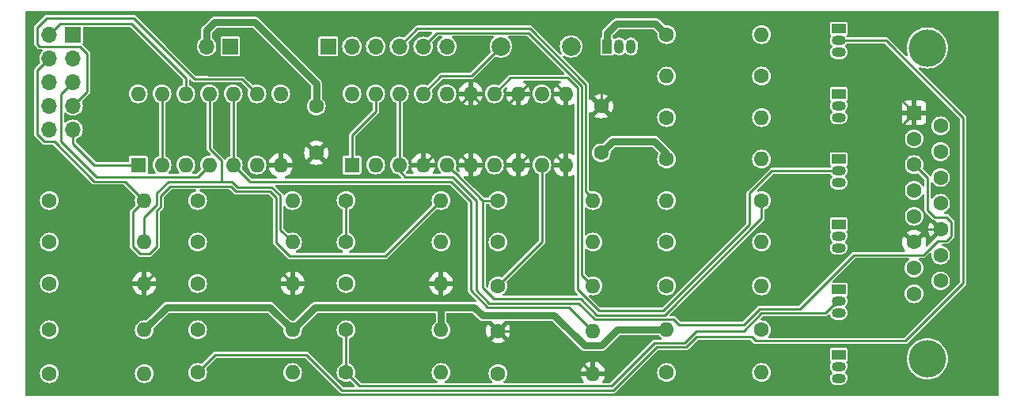
<source format=gbr>
%TF.GenerationSoftware,KiCad,Pcbnew,7.0.8*%
%TF.CreationDate,2025-04-13T22:57:16+02:00*%
%TF.ProjectId,colorswitch,636f6c6f-7273-4776-9974-63682e6b6963,rev?*%
%TF.SameCoordinates,Original*%
%TF.FileFunction,Copper,L2,Bot*%
%TF.FilePolarity,Positive*%
%FSLAX46Y46*%
G04 Gerber Fmt 4.6, Leading zero omitted, Abs format (unit mm)*
G04 Created by KiCad (PCBNEW 7.0.8) date 2025-04-13 22:57:16*
%MOMM*%
%LPD*%
G01*
G04 APERTURE LIST*
%TA.AperFunction,ComponentPad*%
%ADD10C,1.600000*%
%TD*%
%TA.AperFunction,ComponentPad*%
%ADD11O,1.600000X1.600000*%
%TD*%
%TA.AperFunction,ComponentPad*%
%ADD12R,1.700000X1.700000*%
%TD*%
%TA.AperFunction,ComponentPad*%
%ADD13O,1.700000X1.700000*%
%TD*%
%TA.AperFunction,ComponentPad*%
%ADD14R,1.600000X1.600000*%
%TD*%
%TA.AperFunction,ComponentPad*%
%ADD15C,2.000000*%
%TD*%
%TA.AperFunction,ComponentPad*%
%ADD16R,1.050000X1.500000*%
%TD*%
%TA.AperFunction,ComponentPad*%
%ADD17O,1.050000X1.500000*%
%TD*%
%TA.AperFunction,ComponentPad*%
%ADD18R,1.500000X1.050000*%
%TD*%
%TA.AperFunction,ComponentPad*%
%ADD19O,1.500000X1.050000*%
%TD*%
%TA.AperFunction,ComponentPad*%
%ADD20C,4.000000*%
%TD*%
%TA.AperFunction,ViaPad*%
%ADD21C,1.000000*%
%TD*%
%TA.AperFunction,Conductor*%
%ADD22C,0.250000*%
%TD*%
%TA.AperFunction,Conductor*%
%ADD23C,0.750000*%
%TD*%
G04 APERTURE END LIST*
D10*
%TO.P,R30,1*%
%TO.N,Net-(Q8-B)*%
X144537841Y-115082000D03*
D11*
%TO.P,R30,2*%
%TO.N,GND1*%
X154697841Y-115082000D03*
%TD*%
D10*
%TO.P,R23,1*%
%TO.N,CG*%
X128281841Y-105430000D03*
D11*
%TO.P,R23,2*%
%TO.N,GND1*%
X138441841Y-105430000D03*
%TD*%
D12*
%TO.P,J2,1,Pin_1*%
%TO.N,Net-(J2-Pin_1)*%
X126376841Y-80030000D03*
D13*
%TO.P,J2,2,Pin_2*%
%TO.N,unconnected-(J2-Pin_2-Pad2)*%
X128916841Y-80030000D03*
%TO.P,J2,3,Pin_3*%
%TO.N,Net-(J2-Pin_3)*%
X131456841Y-80030000D03*
%TO.P,J2,4,Pin_4*%
%TO.N,Net-(J2-Pin_4)*%
X133996841Y-80030000D03*
%TO.P,J2,5,Pin_5*%
%TO.N,Net-(J2-Pin_5)*%
X136536841Y-80030000D03*
%TO.P,J2,6,Pin_6*%
%TO.N,GND*%
X139076841Y-80030000D03*
%TD*%
D12*
%TO.P,J3,1,Pin_1*%
%TO.N,GND*%
X115896841Y-80030000D03*
D13*
%TO.P,J3,2,Pin_2*%
%TO.N,VCC*%
X113356841Y-80030000D03*
%TD*%
D10*
%TO.P,R5,1*%
%TO.N,VCC*%
X162571841Y-114955000D03*
D11*
%TO.P,R5,2*%
%TO.N,Net-(Q5-C)*%
X172731841Y-114955000D03*
%TD*%
D10*
%TO.P,R13,1*%
%TO.N,CB*%
X112406841Y-105430000D03*
D11*
%TO.P,R13,2*%
%TO.N,GND1*%
X122566841Y-105430000D03*
%TD*%
D10*
%TO.P,R15,1*%
%TO.N,CB*%
X112406841Y-114955000D03*
D11*
%TO.P,R15,2*%
%TO.N,XB*%
X122566841Y-114955000D03*
%TD*%
D12*
%TO.P,J1,1,Pin_1*%
%TO.N,GND*%
X99066841Y-78765000D03*
D13*
%TO.P,J1,2,Pin_2*%
%TO.N,INT*%
X96526841Y-78765000D03*
%TO.P,J1,3,Pin_3*%
%TO.N,ENABLE*%
X99066841Y-81305000D03*
%TO.P,J1,4,Pin_4*%
%TO.N,CS*%
X96526841Y-81305000D03*
%TO.P,J1,5,Pin_5*%
%TO.N,R*%
X99066841Y-83845000D03*
%TO.P,J1,6,Pin_6*%
%TO.N,unconnected-(J1-Pin_6-Pad6)*%
X96526841Y-83845000D03*
%TO.P,J1,7,Pin_7*%
%TO.N,G*%
X99066841Y-86385000D03*
%TO.P,J1,8,Pin_8*%
%TO.N,unconnected-(J1-Pin_8-Pad8)*%
X96526841Y-86385000D03*
%TO.P,J1,9,Pin_9*%
%TO.N,B*%
X99066841Y-88925000D03*
%TO.P,J1,10,Pin_10*%
%TO.N,VCC*%
X96526841Y-88925000D03*
%TD*%
D14*
%TO.P,U2,1*%
%TO.N,B*%
X106056841Y-92730000D03*
D11*
%TO.P,U2,2*%
%TO.N,Net-(Q8-C)*%
X108596841Y-92730000D03*
%TO.P,U2,3*%
%TO.N,XB*%
X111136841Y-92730000D03*
%TO.P,U2,4*%
%TO.N,R*%
X113676841Y-92730000D03*
%TO.P,U2,5*%
%TO.N,Net-(Q8-C)*%
X116216841Y-92730000D03*
%TO.P,U2,6*%
%TO.N,XR*%
X118756841Y-92730000D03*
%TO.P,U2,7,GND*%
%TO.N,GND1*%
X121296841Y-92730000D03*
%TO.P,U2,8*%
%TO.N,XG*%
X121296841Y-85110000D03*
%TO.P,U2,9*%
%TO.N,G*%
X118756841Y-85110000D03*
%TO.P,U2,10*%
%TO.N,Net-(Q8-C)*%
X116216841Y-85110000D03*
%TO.P,U2,11*%
%TO.N,XINT*%
X113676841Y-85110000D03*
%TO.P,U2,12*%
%TO.N,INT*%
X111136841Y-85110000D03*
%TO.P,U2,13*%
%TO.N,Net-(Q8-C)*%
X108596841Y-85110000D03*
%TO.P,U2,14,VCC*%
%TO.N,VCC*%
X106056841Y-85110000D03*
%TD*%
D15*
%TO.P,C3,1*%
%TO.N,CS*%
X144851841Y-80030000D03*
%TO.P,C3,2*%
%TO.N,Net-(Q8-B)*%
X152351841Y-80030000D03*
%TD*%
D10*
%TO.P,R11,1*%
%TO.N,CB*%
X112406841Y-96540000D03*
D11*
%TO.P,R11,2*%
%TO.N,CS*%
X122566841Y-96540000D03*
%TD*%
D10*
%TO.P,R17,1*%
%TO.N,CR*%
X96531841Y-100985000D03*
D11*
%TO.P,R17,2*%
%TO.N,XINT*%
X106691841Y-100985000D03*
%TD*%
D16*
%TO.P,Q8,1,E*%
%TO.N,VCC*%
X156221841Y-80030000D03*
D17*
%TO.P,Q8,2,B*%
%TO.N,Net-(Q8-B)*%
X157491841Y-80030000D03*
%TO.P,Q8,3,C*%
%TO.N,Net-(Q8-C)*%
X158761841Y-80030000D03*
%TD*%
D10*
%TO.P,R26,1*%
%TO.N,Net-(Q3-B)*%
X144537841Y-96540000D03*
D11*
%TO.P,R26,2*%
%TO.N,Net-(J2-Pin_4)*%
X154697841Y-96540000D03*
%TD*%
D10*
%TO.P,R27,1*%
%TO.N,Net-(Q5-B)*%
X144537841Y-100985000D03*
D11*
%TO.P,R27,2*%
%TO.N,Net-(J2-Pin_3)*%
X154697841Y-100985000D03*
%TD*%
D18*
%TO.P,Q3,1,E*%
%TO.N,RED*%
X180986841Y-99080000D03*
D19*
%TO.P,Q3,2,B*%
%TO.N,Net-(Q3-B)*%
X180986841Y-100350000D03*
%TO.P,Q3,3,C*%
%TO.N,Net-(Q3-C)*%
X180986841Y-101620000D03*
%TD*%
D10*
%TO.P,R19,1*%
%TO.N,CR*%
X96531841Y-110383000D03*
D11*
%TO.P,R19,2*%
%TO.N,VCC*%
X106691841Y-110383000D03*
%TD*%
D18*
%TO.P,Q2,1,E*%
%TO.N,BLUE*%
X180986841Y-78125000D03*
D19*
%TO.P,Q2,2,B*%
%TO.N,CB*%
X180986841Y-79395000D03*
%TO.P,Q2,3,C*%
%TO.N,Net-(Q2-C)*%
X180986841Y-80665000D03*
%TD*%
D10*
%TO.P,R29,1*%
%TO.N,GND1*%
X144537841Y-110510000D03*
D11*
%TO.P,R29,2*%
%TO.N,Net-(Q8-C)*%
X154697841Y-110510000D03*
%TD*%
D10*
%TO.P,R4,1*%
%TO.N,VCC*%
X162571841Y-92095000D03*
D11*
%TO.P,R4,2*%
%TO.N,Net-(Q4-C)*%
X172731841Y-92095000D03*
%TD*%
D10*
%TO.P,R14,1*%
%TO.N,CB*%
X112406841Y-110383000D03*
D11*
%TO.P,R14,2*%
%TO.N,VCC*%
X122566841Y-110383000D03*
%TD*%
D10*
%TO.P,R18,1*%
%TO.N,CR*%
X96531841Y-105430000D03*
D11*
%TO.P,R18,2*%
%TO.N,GND1*%
X106691841Y-105430000D03*
%TD*%
D18*
%TO.P,Q6,1,E*%
%TO.N,GREEN*%
X180986841Y-106065000D03*
D19*
%TO.P,Q6,2,B*%
%TO.N,CG*%
X180986841Y-107335000D03*
%TO.P,Q6,3,C*%
%TO.N,Net-(Q6-C)*%
X180986841Y-108605000D03*
%TD*%
D10*
%TO.P,R16,1*%
%TO.N,CR*%
X96531841Y-96540000D03*
D11*
%TO.P,R16,2*%
%TO.N,CS*%
X106691841Y-96540000D03*
%TD*%
D10*
%TO.P,R8,1*%
%TO.N,Net-(Q1-B)*%
X172731841Y-83205000D03*
D11*
%TO.P,R8,2*%
%TO.N,VCC*%
X162571841Y-83205000D03*
%TD*%
D10*
%TO.P,R10,1*%
%TO.N,Net-(Q5-B)*%
X172731841Y-110383000D03*
D11*
%TO.P,R10,2*%
%TO.N,VCC*%
X162571841Y-110383000D03*
%TD*%
D10*
%TO.P,R3,1*%
%TO.N,VCC*%
X162571841Y-100985000D03*
D11*
%TO.P,R3,2*%
%TO.N,Net-(Q3-C)*%
X172731841Y-100985000D03*
%TD*%
D10*
%TO.P,R25,1*%
%TO.N,CG*%
X128281841Y-114955000D03*
D11*
%TO.P,R25,2*%
%TO.N,XG*%
X138441841Y-114955000D03*
%TD*%
D10*
%TO.P,R6,1*%
%TO.N,VCC*%
X162571841Y-105684000D03*
D11*
%TO.P,R6,2*%
%TO.N,Net-(Q6-C)*%
X172731841Y-105684000D03*
%TD*%
D10*
%TO.P,C1,1*%
%TO.N,VCC*%
X125106841Y-86420000D03*
%TO.P,C1,2*%
%TO.N,GND1*%
X125106841Y-91420000D03*
%TD*%
D18*
%TO.P,Q5,1,E*%
%TO.N,GREEN*%
X180986841Y-113050000D03*
D19*
%TO.P,Q5,2,B*%
%TO.N,Net-(Q5-B)*%
X180986841Y-114320000D03*
%TO.P,Q5,3,C*%
%TO.N,Net-(Q5-C)*%
X180986841Y-115590000D03*
%TD*%
D18*
%TO.P,Q1,1,E*%
%TO.N,BLUE*%
X180986841Y-85110000D03*
D19*
%TO.P,Q1,2,B*%
%TO.N,Net-(Q1-B)*%
X180986841Y-86380000D03*
%TO.P,Q1,3,C*%
%TO.N,Net-(Q1-C)*%
X180986841Y-87650000D03*
%TD*%
D10*
%TO.P,R2,1*%
%TO.N,VCC*%
X162571841Y-78760000D03*
D11*
%TO.P,R2,2*%
%TO.N,Net-(Q2-C)*%
X172731841Y-78760000D03*
%TD*%
D10*
%TO.P,R9,1*%
%TO.N,Net-(Q3-B)*%
X172731841Y-96540000D03*
D11*
%TO.P,R9,2*%
%TO.N,VCC*%
X162571841Y-96540000D03*
%TD*%
D18*
%TO.P,Q4,1,E*%
%TO.N,RED*%
X180986841Y-92095000D03*
D19*
%TO.P,Q4,2,B*%
%TO.N,CR*%
X180986841Y-93365000D03*
%TO.P,Q4,3,C*%
%TO.N,Net-(Q4-C)*%
X180986841Y-94635000D03*
%TD*%
D10*
%TO.P,R22,1*%
%TO.N,CG*%
X128281841Y-100985000D03*
D11*
%TO.P,R22,2*%
%TO.N,XINT*%
X138441841Y-100985000D03*
%TD*%
D10*
%TO.P,R28,1*%
%TO.N,Net-(Q1-B)*%
X144537841Y-105684000D03*
D11*
%TO.P,R28,2*%
%TO.N,Net-(J2-Pin_5)*%
X154697841Y-105684000D03*
%TD*%
D10*
%TO.P,R20,1*%
%TO.N,CR*%
X96531841Y-115082000D03*
D11*
%TO.P,R20,2*%
%TO.N,XR*%
X106691841Y-115082000D03*
%TD*%
D10*
%TO.P,C2,1*%
%TO.N,VCC*%
X155586841Y-91420000D03*
%TO.P,C2,2*%
%TO.N,GND1*%
X155586841Y-86420000D03*
%TD*%
%TO.P,R21,1*%
%TO.N,CG*%
X128281841Y-96540000D03*
D11*
%TO.P,R21,2*%
%TO.N,CS*%
X138441841Y-96540000D03*
%TD*%
D20*
%TO.P,J4,0*%
%TO.N,N/C*%
X190470000Y-113490000D03*
X190470000Y-80190000D03*
D14*
%TO.P,J4,1,1*%
%TO.N,GND1*%
X189050000Y-87145000D03*
D10*
%TO.P,J4,2,2*%
%TO.N,RED*%
X189050000Y-89915000D03*
%TO.P,J4,3,3*%
%TO.N,CSYNC*%
X189050000Y-92685000D03*
%TO.P,J4,4,4*%
%TO.N,unconnected-(J4-Pad4)*%
X189050000Y-95455000D03*
%TO.P,J4,5,5*%
%TO.N,GREEN*%
X189050000Y-98225000D03*
%TO.P,J4,6,6*%
%TO.N,GND1*%
X189050000Y-100995000D03*
%TO.P,J4,7,7*%
%TO.N,unconnected-(J4-Pad7)*%
X189050000Y-103765000D03*
%TO.P,J4,8,8*%
%TO.N,unconnected-(J4-Pad8)*%
X189050000Y-106535000D03*
%TO.P,J4,9,P9*%
%TO.N,BLUE*%
X191890000Y-88530000D03*
%TO.P,J4,10,P10*%
%TO.N,unconnected-(J4-P10-Pad10)*%
X191890000Y-91300000D03*
%TO.P,J4,11,P111*%
%TO.N,unconnected-(J4-P111-Pad11)*%
X191890000Y-94070000D03*
%TO.P,J4,12,P12*%
%TO.N,unconnected-(J4-P12-Pad12)*%
X191890000Y-96840000D03*
%TO.P,J4,13,P13*%
%TO.N,GND1*%
X191890000Y-99610000D03*
%TO.P,J4,14,P14*%
%TO.N,unconnected-(J4-P14-Pad14)*%
X191890000Y-102380000D03*
%TO.P,J4,15,P15*%
%TO.N,unconnected-(J4-P15-Pad15)*%
X191890000Y-105150000D03*
%TD*%
D14*
%TO.P,U1,1*%
%TO.N,ENABLE*%
X128916841Y-92730000D03*
D11*
%TO.P,U1,2*%
%TO.N,Net-(J2-Pin_1)*%
X131456841Y-92730000D03*
%TO.P,U1,3*%
%TO.N,CSYNC*%
X133996841Y-92730000D03*
%TO.P,U1,4*%
%TO.N,GND1*%
X136536841Y-92730000D03*
%TO.P,U1,5*%
%TO.N,Net-(Q3-B)*%
X139076841Y-92730000D03*
%TO.P,U1,6*%
%TO.N,GND1*%
X141616841Y-92730000D03*
%TO.P,U1,7*%
%TO.N,Net-(Q5-B)*%
X144156841Y-92730000D03*
%TO.P,U1,8*%
%TO.N,GND1*%
X146696841Y-92730000D03*
%TO.P,U1,9*%
%TO.N,Net-(Q1-B)*%
X149236841Y-92730000D03*
%TO.P,U1,10,GND*%
%TO.N,GND1*%
X151776841Y-92730000D03*
%TO.P,U1,11*%
X151776841Y-85110000D03*
%TO.P,U1,12*%
%TO.N,CG*%
X149236841Y-85110000D03*
%TO.P,U1,13*%
%TO.N,GND1*%
X146696841Y-85110000D03*
%TO.P,U1,14*%
%TO.N,CR*%
X144156841Y-85110000D03*
%TO.P,U1,15*%
%TO.N,GND1*%
X141616841Y-85110000D03*
%TO.P,U1,16*%
%TO.N,CB*%
X139076841Y-85110000D03*
%TO.P,U1,17*%
%TO.N,CS*%
X136536841Y-85110000D03*
%TO.P,U1,18*%
%TO.N,CSYNC*%
X133996841Y-85110000D03*
%TO.P,U1,19*%
%TO.N,ENABLE*%
X131456841Y-85110000D03*
%TO.P,U1,20,VCC*%
%TO.N,VCC*%
X128916841Y-85110000D03*
%TD*%
D10*
%TO.P,R1,1*%
%TO.N,VCC*%
X162571841Y-87650000D03*
D11*
%TO.P,R1,2*%
%TO.N,Net-(Q1-C)*%
X172731841Y-87650000D03*
%TD*%
D10*
%TO.P,R24,1*%
%TO.N,CG*%
X128281841Y-110383000D03*
D11*
%TO.P,R24,2*%
%TO.N,VCC*%
X138441841Y-110383000D03*
%TD*%
D10*
%TO.P,R12,1*%
%TO.N,CB*%
X112406841Y-100985000D03*
D11*
%TO.P,R12,2*%
%TO.N,XINT*%
X122566841Y-100985000D03*
%TD*%
D21*
%TO.N,GND1*%
X110621841Y-80080000D03*
%TD*%
D22*
%TO.N,VCC*%
X162571841Y-92095000D02*
X162571841Y-91460000D01*
D23*
X157371841Y-77580000D02*
X161391841Y-77580000D01*
D22*
X157221841Y-77580000D02*
X157371841Y-77580000D01*
D23*
X122566841Y-110383000D02*
X124979841Y-107970000D01*
X138441841Y-107970000D02*
X142011841Y-107970000D01*
X138441841Y-110383000D02*
X138441841Y-107970000D01*
X150551841Y-108830000D02*
X153801841Y-112080000D01*
X113356841Y-78295000D02*
X114221841Y-77430000D01*
X118521841Y-77430000D02*
X125106841Y-84015000D01*
X153801841Y-112080000D02*
X155621841Y-112080000D01*
X161301841Y-90190000D02*
X156816841Y-90190000D01*
X156221841Y-78580000D02*
X157221841Y-77580000D01*
X125106841Y-84015000D02*
X125106841Y-86420000D01*
X156816841Y-90190000D02*
X155586841Y-91420000D01*
X113356841Y-80030000D02*
X113356841Y-78295000D01*
X142011841Y-107970000D02*
X142871841Y-108830000D01*
X120153841Y-107970000D02*
X122566841Y-110383000D01*
X109104841Y-107970000D02*
X120153841Y-107970000D01*
X161391841Y-77580000D02*
X162571841Y-78760000D01*
X142871841Y-108830000D02*
X150551841Y-108830000D01*
X156221841Y-78580000D02*
X156221841Y-80030000D01*
X162571841Y-91460000D02*
X161301841Y-90190000D01*
X155621841Y-112080000D02*
X157318841Y-110383000D01*
X124979841Y-107970000D02*
X138441841Y-107970000D01*
X114221841Y-77430000D02*
X118521841Y-77430000D01*
X157318841Y-110383000D02*
X162571841Y-110383000D01*
X106691841Y-110383000D02*
X109104841Y-107970000D01*
D22*
%TO.N,GND1*%
X144537841Y-110510000D02*
X150125841Y-110510000D01*
X155586841Y-83205000D02*
X155586841Y-86420000D01*
X127646841Y-87830000D02*
X127646841Y-84580000D01*
X147966841Y-83840000D02*
X150506841Y-83840000D01*
X150506841Y-83840000D02*
X151776841Y-85110000D01*
X127646841Y-84580000D02*
X127646841Y-84318061D01*
X135266841Y-84506122D02*
X135266841Y-85901939D01*
X187925000Y-99870000D02*
X187925000Y-88270000D01*
X142886841Y-86380000D02*
X141616841Y-85110000D01*
X110621841Y-80080000D02*
X113621841Y-83080000D01*
X106691841Y-105430000D02*
X107961841Y-104160000D01*
X125106841Y-91420000D02*
X127646841Y-88880000D01*
X189050000Y-87145000D02*
X183840000Y-81935000D01*
X189050000Y-100995000D02*
X187925000Y-99870000D01*
X127646841Y-84318061D02*
X128124902Y-83840000D01*
X118471841Y-83080000D02*
X120021841Y-84630000D01*
X120021841Y-84630000D02*
X120021841Y-85738604D01*
X127646841Y-88880000D02*
X127646841Y-84580000D01*
X120021841Y-85738604D02*
X122113237Y-87830000D01*
X140346841Y-91460000D02*
X137806841Y-91460000D01*
X187925000Y-88270000D02*
X189050000Y-87145000D01*
X146696841Y-85110000D02*
X146696841Y-92730000D01*
X121296841Y-104160000D02*
X122566841Y-105430000D01*
X135266841Y-85901939D02*
X135744902Y-86380000D01*
X146696841Y-92730000D02*
X147966841Y-91460000D01*
X146696841Y-85110000D02*
X145426841Y-86380000D01*
X191890000Y-99610000D02*
X190435000Y-99610000D01*
X140346841Y-86380000D02*
X141616841Y-85110000D01*
X190435000Y-99610000D02*
X189050000Y-100995000D01*
X134600719Y-83840000D02*
X135266841Y-84506122D01*
X113621841Y-83080000D02*
X118471841Y-83080000D01*
X107961841Y-104160000D02*
X121296841Y-104160000D01*
X146696841Y-85110000D02*
X147966841Y-83840000D01*
X156856841Y-81935000D02*
X155586841Y-83205000D01*
X135744902Y-86380000D02*
X140346841Y-86380000D01*
X122113237Y-87830000D02*
X127646841Y-87830000D01*
X145426841Y-86380000D02*
X142886841Y-86380000D01*
X128124902Y-83840000D02*
X134600719Y-83840000D01*
X147966841Y-91460000D02*
X150506841Y-91460000D01*
X141616841Y-92730000D02*
X140346841Y-91460000D01*
X150125841Y-110510000D02*
X154697841Y-115082000D01*
X150506841Y-91460000D02*
X151776841Y-92730000D01*
X183840000Y-81935000D02*
X156856841Y-81935000D01*
X137806841Y-91460000D02*
X136536841Y-92730000D01*
%TO.N,CS*%
X105500000Y-97731841D02*
X105500000Y-101500000D01*
X138441841Y-83205000D02*
X136536841Y-85110000D01*
X116488604Y-95535000D02*
X120148604Y-95535000D01*
X96526841Y-81305000D02*
X95250000Y-82581841D01*
X120800000Y-101051019D02*
X122215463Y-102466482D01*
X97108000Y-90250000D02*
X101346000Y-94488000D01*
X115953604Y-95000000D02*
X116488604Y-95535000D01*
X108450000Y-96050000D02*
X109500000Y-95000000D01*
X108000000Y-97636396D02*
X108450000Y-97186396D01*
X105500000Y-101500000D02*
X106250000Y-102250000D01*
X120800000Y-96186396D02*
X120800000Y-101051019D01*
X106250000Y-102250000D02*
X107255360Y-102250000D01*
X144851841Y-80030000D02*
X141676841Y-83205000D01*
X95250000Y-89485107D02*
X96014893Y-90250000D01*
X109500000Y-95000000D02*
X115953604Y-95000000D01*
X108000000Y-101505360D02*
X108000000Y-97636396D01*
X101346000Y-94488000D02*
X104639841Y-94488000D01*
X96014893Y-90250000D02*
X97108000Y-90250000D01*
X122215463Y-102466482D02*
X132515359Y-102466482D01*
X108450000Y-97186396D02*
X108450000Y-96050000D01*
X132515359Y-102466482D02*
X138441841Y-96540000D01*
X106691841Y-96540000D02*
X105500000Y-97731841D01*
X95250000Y-82581841D02*
X95250000Y-89485107D01*
X104639841Y-94488000D02*
X106691841Y-96540000D01*
X107255360Y-102250000D02*
X108000000Y-101505360D01*
X120148604Y-95535000D02*
X120800000Y-96186396D01*
X141676841Y-83205000D02*
X138441841Y-83205000D01*
%TO.N,Net-(Q8-B)*%
X152126461Y-80570000D02*
X152316841Y-80379620D01*
%TO.N,Net-(Q1-B)*%
X149236841Y-92730000D02*
X149236841Y-100985000D01*
X149236841Y-100985000D02*
X144537841Y-105684000D01*
%TO.N,CB*%
X172108402Y-111580000D02*
X188121841Y-111580000D01*
X112406841Y-114955000D02*
X114311841Y-113050000D01*
X164663237Y-112230000D02*
X165748237Y-111145000D01*
X127807402Y-116860000D02*
X156858237Y-116860000D01*
X188121841Y-111580000D02*
X194321841Y-105380000D01*
X165748237Y-111145000D02*
X171673402Y-111145000D01*
X194321841Y-87650000D02*
X186066841Y-79395000D01*
X194321841Y-105380000D02*
X194321841Y-87650000D01*
X114311841Y-113050000D02*
X123997402Y-113050000D01*
X123997402Y-113050000D02*
X127807402Y-116860000D01*
X171673402Y-111145000D02*
X172108402Y-111580000D01*
X161488237Y-112230000D02*
X164663237Y-112230000D01*
X186066841Y-79395000D02*
X180986841Y-79395000D01*
X156858237Y-116860000D02*
X161488237Y-112230000D01*
%TO.N,Net-(Q3-B)*%
X142886841Y-105845000D02*
X144121841Y-107080000D01*
X172731841Y-98446396D02*
X172731841Y-96540000D01*
X144121841Y-107080000D02*
X153371841Y-107080000D01*
X139896841Y-93550000D02*
X139898237Y-93550000D01*
X139898237Y-93550000D02*
X142886841Y-96538604D01*
X142886841Y-96540000D02*
X144537841Y-96540000D01*
X142886841Y-96540000D02*
X142886841Y-105845000D01*
X153371841Y-107080000D02*
X155099841Y-108808000D01*
X142886841Y-96538604D02*
X142886841Y-96540000D01*
X162370237Y-108808000D02*
X172731841Y-98446396D01*
X155099841Y-108808000D02*
X162370237Y-108808000D01*
X139076841Y-92730000D02*
X139896841Y-93550000D01*
%TO.N,CR*%
X171461841Y-99080000D02*
X171461841Y-95748061D01*
X171461841Y-95748061D02*
X173844902Y-93365000D01*
X162183841Y-108358000D02*
X171461841Y-99080000D01*
X155339841Y-108358000D02*
X162183841Y-108358000D01*
X151960445Y-83390000D02*
X153046841Y-84476396D01*
X153046841Y-106065000D02*
X155339841Y-108358000D01*
X145876841Y-83390000D02*
X151960445Y-83390000D01*
X173844902Y-93365000D02*
X180986841Y-93365000D01*
X144156841Y-85110000D02*
X145876841Y-83390000D01*
X153046841Y-84476396D02*
X153046841Y-106065000D01*
%TO.N,CG*%
X170826841Y-110510000D02*
X172731841Y-108605000D01*
X128281841Y-114955000D02*
X129736841Y-116410000D01*
X128281841Y-110383000D02*
X128281841Y-114955000D01*
X179560193Y-108605000D02*
X180410193Y-107755000D01*
X129736841Y-116410000D02*
X156671841Y-116410000D01*
X165746841Y-110510000D02*
X170826841Y-110510000D01*
X180410193Y-107755000D02*
X180566841Y-107755000D01*
X164476841Y-111780000D02*
X165746841Y-110510000D01*
X172731841Y-108605000D02*
X179560193Y-108605000D01*
X156671841Y-116410000D02*
X161301841Y-111780000D01*
X161301841Y-111780000D02*
X164476841Y-111780000D01*
X128281841Y-96540000D02*
X128281841Y-100985000D01*
X180566841Y-107755000D02*
X180986841Y-107335000D01*
%TO.N,Net-(Q8-C)*%
X116216841Y-85110000D02*
X116216841Y-92730000D01*
X139500000Y-94500000D02*
X117986841Y-94500000D01*
X154697841Y-110510000D02*
X152167841Y-107980000D01*
X141616841Y-106161231D02*
X141616841Y-96616841D01*
X108596841Y-85110000D02*
X108596841Y-92730000D01*
X117986841Y-94500000D02*
X116216841Y-92730000D01*
X141616841Y-96616841D02*
X139500000Y-94500000D01*
X143435610Y-107980000D02*
X141616841Y-106161231D01*
X152167841Y-107980000D02*
X143435610Y-107980000D01*
%TO.N,XINT*%
X120335000Y-95085000D02*
X121250000Y-96000000D01*
X121250000Y-96000000D02*
X121250000Y-99668159D01*
X106691841Y-100985000D02*
X106691841Y-98308159D01*
X114950000Y-92258720D02*
X114950000Y-94450000D01*
X108000000Y-97000000D02*
X108000000Y-95750000D01*
X108000000Y-95750000D02*
X109250000Y-94500000D01*
X113676841Y-85110000D02*
X113676841Y-90985561D01*
X114950000Y-94450000D02*
X114900000Y-94500000D01*
X121250000Y-99668159D02*
X122566841Y-100985000D01*
X113676841Y-90985561D02*
X114950000Y-92258720D01*
X114900000Y-94500000D02*
X116090000Y-94500000D01*
X116675000Y-95085000D02*
X120335000Y-95085000D01*
X116090000Y-94500000D02*
X116675000Y-95085000D01*
X109250000Y-94500000D02*
X114900000Y-94500000D01*
X106691841Y-98308159D02*
X108000000Y-97000000D01*
%TO.N,Net-(J2-Pin_4)*%
X153946841Y-84103604D02*
X153946841Y-95535000D01*
X153946841Y-95535000D02*
X154697841Y-96286000D01*
X154697841Y-96286000D02*
X154697841Y-96540000D01*
X147968237Y-78125000D02*
X153946841Y-84103604D01*
X135901841Y-78125000D02*
X147968237Y-78125000D01*
X133996841Y-80030000D02*
X135901841Y-78125000D01*
%TO.N,Net-(J2-Pin_5)*%
X153496841Y-104483000D02*
X154697841Y-105684000D01*
X153496841Y-84290000D02*
X153496841Y-104483000D01*
X137991841Y-78575000D02*
X147781841Y-78575000D01*
X147781841Y-78575000D02*
X153496841Y-84290000D01*
X136536841Y-80030000D02*
X137991841Y-78575000D01*
%TO.N,ENABLE*%
X131456841Y-87015000D02*
X128916841Y-89555000D01*
X128916841Y-89555000D02*
X128916841Y-92730000D01*
X131456841Y-85110000D02*
X131456841Y-87015000D01*
%TO.N,CSYNC*%
X190500000Y-94135000D02*
X190500000Y-97553878D01*
X133996841Y-93365000D02*
X133996841Y-92730000D01*
X153185445Y-107530000D02*
X143622006Y-107530000D01*
X190500000Y-97553878D02*
X191244122Y-98298000D01*
X139711841Y-94000000D02*
X134631841Y-94000000D01*
X154871841Y-109258000D02*
X154871841Y-109216396D01*
X191555061Y-100838000D02*
X190031061Y-102362000D01*
X154871841Y-109216396D02*
X153185445Y-107530000D01*
X189050000Y-92685000D02*
X190500000Y-94135000D01*
X133996841Y-92730000D02*
X133996841Y-85110000D01*
X182626000Y-102362000D02*
X176833000Y-108155000D01*
X142251841Y-106159835D02*
X142251841Y-96540000D01*
X142251841Y-96540000D02*
X139711841Y-94000000D01*
X170825445Y-109875000D02*
X163916841Y-109875000D01*
X143622006Y-107530000D02*
X142251841Y-106159835D01*
X134631841Y-94000000D02*
X133996841Y-93365000D01*
X192532000Y-100838000D02*
X191555061Y-100838000D01*
X193040000Y-98806000D02*
X193040000Y-100330000D01*
X163299841Y-109258000D02*
X154871841Y-109258000D01*
X192532000Y-98298000D02*
X193040000Y-98806000D01*
X190031061Y-102362000D02*
X182626000Y-102362000D01*
X172545445Y-108155000D02*
X170825445Y-109875000D01*
X176833000Y-108155000D02*
X172545445Y-108155000D01*
X163916841Y-109875000D02*
X163299841Y-109258000D01*
X191244122Y-98298000D02*
X192532000Y-98298000D01*
X193040000Y-100330000D02*
X192532000Y-100838000D01*
%TO.N,G*%
X100584000Y-84867841D02*
X99066841Y-86385000D01*
X99073237Y-86385000D02*
X99066841Y-86385000D01*
X117176841Y-83530000D02*
X112098237Y-83530000D01*
X95504000Y-80010000D02*
X99822000Y-80010000D01*
X105530237Y-76962000D02*
X96266000Y-76962000D01*
X100584000Y-80772000D02*
X100584000Y-84867841D01*
X112098237Y-83530000D02*
X105530237Y-76962000D01*
X95250000Y-77978000D02*
X95250000Y-79756000D01*
X95250000Y-79756000D02*
X95504000Y-80010000D01*
X118756841Y-85110000D02*
X117176841Y-83530000D01*
X99822000Y-80010000D02*
X100584000Y-80772000D01*
X96266000Y-76962000D02*
X95250000Y-77978000D01*
%TO.N,B*%
X106056841Y-92730000D02*
X101366000Y-92730000D01*
X99066841Y-90430841D02*
X99066841Y-88925000D01*
X101366000Y-92730000D02*
X99066841Y-90430841D01*
%TO.N,R*%
X101600000Y-93980000D02*
X97790000Y-90170000D01*
X113676841Y-92730000D02*
X112426841Y-93980000D01*
X97790000Y-85121841D02*
X99066841Y-83845000D01*
X97790000Y-90170000D02*
X97790000Y-85121841D01*
X112426841Y-93980000D02*
X101600000Y-93980000D01*
%TO.N,INT*%
X105276000Y-77590000D02*
X111136841Y-83450841D01*
X97701841Y-77590000D02*
X105276000Y-77590000D01*
X96526841Y-78765000D02*
X97701841Y-77590000D01*
X111136841Y-83450841D02*
X111136841Y-85110000D01*
%TD*%
%TA.AperFunction,Conductor*%
%TO.N,GND1*%
G36*
X198074880Y-76239685D02*
G01*
X198120635Y-76292489D01*
X198131841Y-76344000D01*
X198131841Y-117371000D01*
X198112156Y-117438039D01*
X198059352Y-117483794D01*
X198007841Y-117495000D01*
X94115841Y-117495000D01*
X94048802Y-117475315D01*
X94003047Y-117422511D01*
X93991841Y-117371000D01*
X93991841Y-115082000D01*
X95526500Y-115082000D01*
X95545816Y-115278129D01*
X95545817Y-115278132D01*
X95601946Y-115463165D01*
X95603029Y-115466733D01*
X95695927Y-115640532D01*
X95695931Y-115640539D01*
X95820957Y-115792883D01*
X95973301Y-115917909D01*
X95973308Y-115917913D01*
X96147107Y-116010811D01*
X96147110Y-116010811D01*
X96147114Y-116010814D01*
X96335709Y-116068024D01*
X96531841Y-116087341D01*
X96727973Y-116068024D01*
X96916568Y-116010814D01*
X97090379Y-115917910D01*
X97242724Y-115792883D01*
X97367751Y-115640538D01*
X97427734Y-115528317D01*
X97460652Y-115466733D01*
X97460652Y-115466732D01*
X97460655Y-115466727D01*
X97517865Y-115278132D01*
X97537182Y-115082000D01*
X105686500Y-115082000D01*
X105705816Y-115278129D01*
X105705817Y-115278132D01*
X105761946Y-115463165D01*
X105763029Y-115466733D01*
X105855927Y-115640532D01*
X105855931Y-115640539D01*
X105980957Y-115792883D01*
X106133301Y-115917909D01*
X106133308Y-115917913D01*
X106307107Y-116010811D01*
X106307110Y-116010811D01*
X106307114Y-116010814D01*
X106495709Y-116068024D01*
X106691841Y-116087341D01*
X106887973Y-116068024D01*
X107076568Y-116010814D01*
X107250379Y-115917910D01*
X107402724Y-115792883D01*
X107527751Y-115640538D01*
X107587734Y-115528317D01*
X107620652Y-115466733D01*
X107620652Y-115466732D01*
X107620655Y-115466727D01*
X107677865Y-115278132D01*
X107697182Y-115082000D01*
X107677865Y-114885868D01*
X107620655Y-114697273D01*
X107620652Y-114697269D01*
X107620652Y-114697266D01*
X107527754Y-114523467D01*
X107527750Y-114523460D01*
X107402724Y-114371116D01*
X107250380Y-114246090D01*
X107250373Y-114246086D01*
X107076574Y-114153188D01*
X107076568Y-114153186D01*
X106887973Y-114095976D01*
X106887970Y-114095975D01*
X106691841Y-114076659D01*
X106495711Y-114095975D01*
X106307107Y-114153188D01*
X106133308Y-114246086D01*
X106133301Y-114246090D01*
X105980957Y-114371116D01*
X105855931Y-114523460D01*
X105855927Y-114523467D01*
X105763029Y-114697266D01*
X105705816Y-114885870D01*
X105686500Y-115082000D01*
X97537182Y-115082000D01*
X97517865Y-114885868D01*
X97460655Y-114697273D01*
X97460652Y-114697269D01*
X97460652Y-114697266D01*
X97367754Y-114523467D01*
X97367750Y-114523460D01*
X97242724Y-114371116D01*
X97090380Y-114246090D01*
X97090373Y-114246086D01*
X96916574Y-114153188D01*
X96916568Y-114153186D01*
X96727973Y-114095976D01*
X96727970Y-114095975D01*
X96531841Y-114076659D01*
X96335711Y-114095975D01*
X96147107Y-114153188D01*
X95973308Y-114246086D01*
X95973301Y-114246090D01*
X95820957Y-114371116D01*
X95695931Y-114523460D01*
X95695927Y-114523467D01*
X95603029Y-114697266D01*
X95545816Y-114885870D01*
X95526500Y-115082000D01*
X93991841Y-115082000D01*
X93991841Y-110383000D01*
X95526500Y-110383000D01*
X95545816Y-110579129D01*
X95545817Y-110579132D01*
X95597056Y-110748045D01*
X95603029Y-110767733D01*
X95695927Y-110941532D01*
X95695931Y-110941539D01*
X95820957Y-111093883D01*
X95973301Y-111218909D01*
X95973308Y-111218913D01*
X96147107Y-111311811D01*
X96147110Y-111311811D01*
X96147114Y-111311814D01*
X96335709Y-111369024D01*
X96531841Y-111388341D01*
X96727973Y-111369024D01*
X96916568Y-111311814D01*
X96931850Y-111303646D01*
X97033529Y-111249297D01*
X97090379Y-111218910D01*
X97242724Y-111093883D01*
X97367751Y-110941538D01*
X97460655Y-110767727D01*
X97517865Y-110579132D01*
X97537182Y-110383000D01*
X97517865Y-110186868D01*
X97460655Y-109998273D01*
X97460652Y-109998269D01*
X97460652Y-109998266D01*
X97367754Y-109824467D01*
X97367750Y-109824460D01*
X97242724Y-109672116D01*
X97090380Y-109547090D01*
X97090373Y-109547086D01*
X96916574Y-109454188D01*
X96916568Y-109454186D01*
X96727973Y-109396976D01*
X96727970Y-109396975D01*
X96531841Y-109377659D01*
X96335711Y-109396975D01*
X96147107Y-109454188D01*
X95973308Y-109547086D01*
X95973301Y-109547090D01*
X95820957Y-109672116D01*
X95695931Y-109824460D01*
X95695927Y-109824467D01*
X95603029Y-109998266D01*
X95545816Y-110186870D01*
X95526500Y-110383000D01*
X93991841Y-110383000D01*
X93991841Y-105430000D01*
X95526500Y-105430000D01*
X95545816Y-105626129D01*
X95603029Y-105814733D01*
X95695927Y-105988532D01*
X95695931Y-105988539D01*
X95820957Y-106140883D01*
X95973301Y-106265909D01*
X95973308Y-106265913D01*
X96147107Y-106358811D01*
X96147110Y-106358811D01*
X96147114Y-106358814D01*
X96335709Y-106416024D01*
X96531841Y-106435341D01*
X96727973Y-106416024D01*
X96916568Y-106358814D01*
X96953885Y-106338868D01*
X97024891Y-106300914D01*
X97090379Y-106265910D01*
X97242724Y-106140883D01*
X97367751Y-105988538D01*
X97448934Y-105836655D01*
X97460652Y-105814733D01*
X97460652Y-105814732D01*
X97460655Y-105814727D01*
X97517865Y-105626132D01*
X97537182Y-105430000D01*
X97517865Y-105233868D01*
X97501524Y-105179999D01*
X105412968Y-105179999D01*
X105412969Y-105180000D01*
X106376155Y-105180000D01*
X106364200Y-105191955D01*
X106306676Y-105304852D01*
X106286855Y-105430000D01*
X106306676Y-105555148D01*
X106364200Y-105668045D01*
X106376155Y-105680000D01*
X105412969Y-105680000D01*
X105465571Y-105876317D01*
X105465575Y-105876326D01*
X105561706Y-106082482D01*
X105692183Y-106268820D01*
X105853020Y-106429657D01*
X106039358Y-106560134D01*
X106245514Y-106656265D01*
X106245523Y-106656269D01*
X106441840Y-106708872D01*
X106441841Y-106708871D01*
X106441841Y-105745686D01*
X106453796Y-105757641D01*
X106566693Y-105815165D01*
X106660360Y-105830000D01*
X106723322Y-105830000D01*
X106816989Y-105815165D01*
X106929886Y-105757641D01*
X106941841Y-105745686D01*
X106941841Y-106708872D01*
X107138158Y-106656269D01*
X107138167Y-106656265D01*
X107344323Y-106560134D01*
X107530661Y-106429657D01*
X107691498Y-106268820D01*
X107821975Y-106082482D01*
X107918106Y-105876326D01*
X107918110Y-105876317D01*
X107970713Y-105680000D01*
X107007527Y-105680000D01*
X107019482Y-105668045D01*
X107077006Y-105555148D01*
X107096827Y-105430000D01*
X111401500Y-105430000D01*
X111420816Y-105626129D01*
X111478029Y-105814733D01*
X111570927Y-105988532D01*
X111570931Y-105988539D01*
X111695957Y-106140883D01*
X111848301Y-106265909D01*
X111848308Y-106265913D01*
X112022107Y-106358811D01*
X112022110Y-106358811D01*
X112022114Y-106358814D01*
X112210709Y-106416024D01*
X112406841Y-106435341D01*
X112602973Y-106416024D01*
X112791568Y-106358814D01*
X112828885Y-106338868D01*
X112899891Y-106300914D01*
X112965379Y-106265910D01*
X113117724Y-106140883D01*
X113242751Y-105988538D01*
X113323934Y-105836655D01*
X113335652Y-105814733D01*
X113335652Y-105814732D01*
X113335655Y-105814727D01*
X113392865Y-105626132D01*
X113412182Y-105430000D01*
X113392865Y-105233868D01*
X113376524Y-105179999D01*
X121287968Y-105179999D01*
X121287969Y-105180000D01*
X122251155Y-105180000D01*
X122239200Y-105191955D01*
X122181676Y-105304852D01*
X122161855Y-105430000D01*
X122181676Y-105555148D01*
X122239200Y-105668045D01*
X122251155Y-105680000D01*
X121287969Y-105680000D01*
X121340571Y-105876317D01*
X121340575Y-105876326D01*
X121436706Y-106082482D01*
X121567183Y-106268820D01*
X121728020Y-106429657D01*
X121914358Y-106560134D01*
X122120514Y-106656265D01*
X122120523Y-106656269D01*
X122316840Y-106708872D01*
X122316841Y-106708871D01*
X122316841Y-105745686D01*
X122328796Y-105757641D01*
X122441693Y-105815165D01*
X122535360Y-105830000D01*
X122598322Y-105830000D01*
X122691989Y-105815165D01*
X122804886Y-105757641D01*
X122816841Y-105745686D01*
X122816841Y-106708872D01*
X123013158Y-106656269D01*
X123013167Y-106656265D01*
X123219323Y-106560134D01*
X123405661Y-106429657D01*
X123566498Y-106268820D01*
X123696975Y-106082482D01*
X123793106Y-105876326D01*
X123793110Y-105876317D01*
X123845713Y-105680000D01*
X122882527Y-105680000D01*
X122894482Y-105668045D01*
X122952006Y-105555148D01*
X122971827Y-105430000D01*
X127276500Y-105430000D01*
X127295816Y-105626129D01*
X127353029Y-105814733D01*
X127445927Y-105988532D01*
X127445931Y-105988539D01*
X127570957Y-106140883D01*
X127723301Y-106265909D01*
X127723308Y-106265913D01*
X127897107Y-106358811D01*
X127897110Y-106358811D01*
X127897114Y-106358814D01*
X128085709Y-106416024D01*
X128281841Y-106435341D01*
X128477973Y-106416024D01*
X128666568Y-106358814D01*
X128703885Y-106338868D01*
X128774891Y-106300914D01*
X128840379Y-106265910D01*
X128992724Y-106140883D01*
X129117751Y-105988538D01*
X129198934Y-105836655D01*
X129210652Y-105814733D01*
X129210652Y-105814732D01*
X129210655Y-105814727D01*
X129267865Y-105626132D01*
X129287182Y-105430000D01*
X129267865Y-105233868D01*
X129251524Y-105179999D01*
X137162968Y-105179999D01*
X137162969Y-105180000D01*
X138126155Y-105180000D01*
X138114200Y-105191955D01*
X138056676Y-105304852D01*
X138036855Y-105430000D01*
X138056676Y-105555148D01*
X138114200Y-105668045D01*
X138126155Y-105680000D01*
X137162969Y-105680000D01*
X137215571Y-105876317D01*
X137215575Y-105876326D01*
X137311706Y-106082482D01*
X137442183Y-106268820D01*
X137603020Y-106429657D01*
X137789358Y-106560134D01*
X137995514Y-106656265D01*
X137995523Y-106656269D01*
X138191840Y-106708872D01*
X138191841Y-106708871D01*
X138191841Y-105745686D01*
X138203796Y-105757641D01*
X138316693Y-105815165D01*
X138410360Y-105830000D01*
X138473322Y-105830000D01*
X138566989Y-105815165D01*
X138679886Y-105757641D01*
X138691841Y-105745686D01*
X138691841Y-106708872D01*
X138888158Y-106656269D01*
X138888167Y-106656265D01*
X139094323Y-106560134D01*
X139280661Y-106429657D01*
X139441498Y-106268820D01*
X139571975Y-106082482D01*
X139668106Y-105876326D01*
X139668110Y-105876317D01*
X139720713Y-105680000D01*
X138757527Y-105680000D01*
X138769482Y-105668045D01*
X138827006Y-105555148D01*
X138846827Y-105430000D01*
X138827006Y-105304852D01*
X138769482Y-105191955D01*
X138757527Y-105180000D01*
X139720713Y-105180000D01*
X139720713Y-105179999D01*
X139668110Y-104983682D01*
X139668106Y-104983673D01*
X139571975Y-104777517D01*
X139441498Y-104591179D01*
X139280661Y-104430342D01*
X139094323Y-104299865D01*
X138888169Y-104203734D01*
X138691841Y-104151127D01*
X138691841Y-105114314D01*
X138679886Y-105102359D01*
X138566989Y-105044835D01*
X138473322Y-105030000D01*
X138410360Y-105030000D01*
X138316693Y-105044835D01*
X138203796Y-105102359D01*
X138191841Y-105114314D01*
X138191841Y-104151127D01*
X137995512Y-104203734D01*
X137789358Y-104299865D01*
X137603020Y-104430342D01*
X137442183Y-104591179D01*
X137311706Y-104777517D01*
X137215575Y-104983673D01*
X137215571Y-104983682D01*
X137162968Y-105179999D01*
X129251524Y-105179999D01*
X129210655Y-105045273D01*
X129210652Y-105045269D01*
X129210652Y-105045266D01*
X129117754Y-104871467D01*
X129117750Y-104871460D01*
X128992724Y-104719116D01*
X128840380Y-104594090D01*
X128840373Y-104594086D01*
X128666574Y-104501188D01*
X128666568Y-104501186D01*
X128477973Y-104443976D01*
X128477970Y-104443975D01*
X128281841Y-104424659D01*
X128085711Y-104443975D01*
X127897107Y-104501188D01*
X127723308Y-104594086D01*
X127723301Y-104594090D01*
X127570957Y-104719116D01*
X127445931Y-104871460D01*
X127445927Y-104871467D01*
X127353029Y-105045266D01*
X127295816Y-105233870D01*
X127276500Y-105430000D01*
X122971827Y-105430000D01*
X122952006Y-105304852D01*
X122894482Y-105191955D01*
X122882527Y-105180000D01*
X123845713Y-105180000D01*
X123845713Y-105179999D01*
X123793110Y-104983682D01*
X123793106Y-104983673D01*
X123696975Y-104777517D01*
X123566498Y-104591179D01*
X123405661Y-104430342D01*
X123219323Y-104299865D01*
X123013169Y-104203734D01*
X122816841Y-104151127D01*
X122816841Y-105114314D01*
X122804886Y-105102359D01*
X122691989Y-105044835D01*
X122598322Y-105030000D01*
X122535360Y-105030000D01*
X122441693Y-105044835D01*
X122328796Y-105102359D01*
X122316841Y-105114314D01*
X122316841Y-104151127D01*
X122120512Y-104203734D01*
X121914358Y-104299865D01*
X121728020Y-104430342D01*
X121567183Y-104591179D01*
X121436706Y-104777517D01*
X121340575Y-104983673D01*
X121340571Y-104983682D01*
X121287968Y-105179999D01*
X113376524Y-105179999D01*
X113335655Y-105045273D01*
X113335652Y-105045269D01*
X113335652Y-105045266D01*
X113242754Y-104871467D01*
X113242750Y-104871460D01*
X113117724Y-104719116D01*
X112965380Y-104594090D01*
X112965373Y-104594086D01*
X112791574Y-104501188D01*
X112791568Y-104501186D01*
X112602973Y-104443976D01*
X112602970Y-104443975D01*
X112406841Y-104424659D01*
X112210711Y-104443975D01*
X112022107Y-104501188D01*
X111848308Y-104594086D01*
X111848301Y-104594090D01*
X111695957Y-104719116D01*
X111570931Y-104871460D01*
X111570927Y-104871467D01*
X111478029Y-105045266D01*
X111420816Y-105233870D01*
X111401500Y-105430000D01*
X107096827Y-105430000D01*
X107077006Y-105304852D01*
X107019482Y-105191955D01*
X107007527Y-105180000D01*
X107970713Y-105180000D01*
X107970713Y-105179999D01*
X107918110Y-104983682D01*
X107918106Y-104983673D01*
X107821975Y-104777517D01*
X107691498Y-104591179D01*
X107530661Y-104430342D01*
X107344323Y-104299865D01*
X107138169Y-104203734D01*
X106941841Y-104151127D01*
X106941841Y-105114314D01*
X106929886Y-105102359D01*
X106816989Y-105044835D01*
X106723322Y-105030000D01*
X106660360Y-105030000D01*
X106566693Y-105044835D01*
X106453796Y-105102359D01*
X106441841Y-105114314D01*
X106441841Y-104151127D01*
X106245512Y-104203734D01*
X106039358Y-104299865D01*
X105853020Y-104430342D01*
X105692183Y-104591179D01*
X105561706Y-104777517D01*
X105465575Y-104983673D01*
X105465571Y-104983682D01*
X105412968Y-105179999D01*
X97501524Y-105179999D01*
X97460655Y-105045273D01*
X97460652Y-105045269D01*
X97460652Y-105045266D01*
X97367754Y-104871467D01*
X97367750Y-104871460D01*
X97242724Y-104719116D01*
X97090380Y-104594090D01*
X97090373Y-104594086D01*
X96916574Y-104501188D01*
X96916568Y-104501186D01*
X96727973Y-104443976D01*
X96727970Y-104443975D01*
X96531841Y-104424659D01*
X96335711Y-104443975D01*
X96147107Y-104501188D01*
X95973308Y-104594086D01*
X95973301Y-104594090D01*
X95820957Y-104719116D01*
X95695931Y-104871460D01*
X95695927Y-104871467D01*
X95603029Y-105045266D01*
X95545816Y-105233870D01*
X95526500Y-105430000D01*
X93991841Y-105430000D01*
X93991841Y-100985000D01*
X95526500Y-100985000D01*
X95545816Y-101181129D01*
X95553010Y-101204844D01*
X95590717Y-101329148D01*
X95603029Y-101369733D01*
X95695927Y-101543532D01*
X95695931Y-101543539D01*
X95820957Y-101695883D01*
X95973301Y-101820909D01*
X95973308Y-101820913D01*
X96147107Y-101913811D01*
X96147110Y-101913811D01*
X96147114Y-101913814D01*
X96335709Y-101971024D01*
X96531841Y-101990341D01*
X96727973Y-101971024D01*
X96916568Y-101913814D01*
X96948394Y-101896803D01*
X97074336Y-101829485D01*
X97090379Y-101820910D01*
X97242724Y-101695883D01*
X97367751Y-101543538D01*
X97460655Y-101369727D01*
X97517865Y-101181132D01*
X97537182Y-100985000D01*
X97517865Y-100788868D01*
X97460655Y-100600273D01*
X97460652Y-100600269D01*
X97460652Y-100600266D01*
X97367754Y-100426467D01*
X97367750Y-100426460D01*
X97242724Y-100274116D01*
X97090380Y-100149090D01*
X97090373Y-100149086D01*
X96916574Y-100056188D01*
X96916568Y-100056186D01*
X96766295Y-100010601D01*
X96727970Y-99998975D01*
X96531841Y-99979659D01*
X96335711Y-99998975D01*
X96147107Y-100056188D01*
X95973308Y-100149086D01*
X95973301Y-100149090D01*
X95820957Y-100274116D01*
X95695931Y-100426460D01*
X95695927Y-100426467D01*
X95603029Y-100600266D01*
X95545816Y-100788870D01*
X95526500Y-100985000D01*
X93991841Y-100985000D01*
X93991841Y-96540000D01*
X95526500Y-96540000D01*
X95545816Y-96736129D01*
X95558114Y-96776671D01*
X95600946Y-96917868D01*
X95603029Y-96924733D01*
X95695927Y-97098532D01*
X95695931Y-97098539D01*
X95820957Y-97250883D01*
X95973301Y-97375909D01*
X95973308Y-97375913D01*
X96147107Y-97468811D01*
X96147110Y-97468811D01*
X96147114Y-97468814D01*
X96335709Y-97526024D01*
X96531841Y-97545341D01*
X96727973Y-97526024D01*
X96916568Y-97468814D01*
X96971153Y-97439638D01*
X97065728Y-97389086D01*
X97090379Y-97375910D01*
X97242724Y-97250883D01*
X97367751Y-97098538D01*
X97426976Y-96987736D01*
X97460652Y-96924733D01*
X97460652Y-96924732D01*
X97460655Y-96924727D01*
X97517865Y-96736132D01*
X97537182Y-96540000D01*
X97517865Y-96343868D01*
X97460655Y-96155273D01*
X97460652Y-96155269D01*
X97460652Y-96155266D01*
X97367754Y-95981467D01*
X97367750Y-95981460D01*
X97242724Y-95829116D01*
X97090380Y-95704090D01*
X97090373Y-95704086D01*
X96916574Y-95611188D01*
X96916568Y-95611186D01*
X96727973Y-95553976D01*
X96727970Y-95553975D01*
X96531841Y-95534659D01*
X96335711Y-95553975D01*
X96147107Y-95611188D01*
X95973308Y-95704086D01*
X95973301Y-95704090D01*
X95820957Y-95829116D01*
X95695931Y-95981460D01*
X95695927Y-95981467D01*
X95603029Y-96155266D01*
X95545816Y-96343870D01*
X95526500Y-96540000D01*
X93991841Y-96540000D01*
X93991841Y-89513915D01*
X94920735Y-89513915D01*
X94931212Y-89553017D01*
X94932383Y-89558297D01*
X94939411Y-89598150D01*
X94941235Y-89603162D01*
X94948197Y-89619968D01*
X94950445Y-89624788D01*
X94950446Y-89624791D01*
X94961477Y-89640545D01*
X94973655Y-89657938D01*
X94976561Y-89662499D01*
X94996806Y-89697562D01*
X95027815Y-89723582D01*
X95031805Y-89727238D01*
X95772756Y-90468189D01*
X95776411Y-90472178D01*
X95802434Y-90503190D01*
X95802436Y-90503191D01*
X95802438Y-90503194D01*
X95802440Y-90503195D01*
X95802441Y-90503196D01*
X95837492Y-90523433D01*
X95842055Y-90526339D01*
X95875209Y-90549554D01*
X95875212Y-90549554D01*
X95880069Y-90551820D01*
X95896826Y-90558760D01*
X95901843Y-90560586D01*
X95901845Y-90560586D01*
X95901848Y-90560588D01*
X95941711Y-90567616D01*
X95946969Y-90568782D01*
X95986086Y-90579264D01*
X96026411Y-90575735D01*
X96031815Y-90575500D01*
X96921812Y-90575500D01*
X96988851Y-90595185D01*
X97009493Y-90611819D01*
X101103863Y-94706189D01*
X101107518Y-94710178D01*
X101133541Y-94741190D01*
X101133543Y-94741191D01*
X101133545Y-94741194D01*
X101133547Y-94741195D01*
X101133548Y-94741196D01*
X101168599Y-94761433D01*
X101173162Y-94764339D01*
X101206316Y-94787554D01*
X101206319Y-94787554D01*
X101211176Y-94789820D01*
X101227933Y-94796760D01*
X101232950Y-94798586D01*
X101232952Y-94798586D01*
X101232955Y-94798588D01*
X101272818Y-94805616D01*
X101278076Y-94806782D01*
X101317193Y-94817264D01*
X101357518Y-94813735D01*
X101362922Y-94813500D01*
X104453653Y-94813500D01*
X104520692Y-94833185D01*
X104541334Y-94849819D01*
X105729967Y-96038453D01*
X105763452Y-96099776D01*
X105760947Y-96162129D01*
X105705816Y-96343869D01*
X105686500Y-96540000D01*
X105705816Y-96736130D01*
X105760947Y-96917870D01*
X105761570Y-96987736D01*
X105729967Y-97041546D01*
X105281803Y-97489711D01*
X105277814Y-97493366D01*
X105246805Y-97519386D01*
X105226562Y-97554447D01*
X105223656Y-97559007D01*
X105200446Y-97592154D01*
X105198206Y-97596958D01*
X105191229Y-97613802D01*
X105189410Y-97618800D01*
X105182383Y-97658652D01*
X105181212Y-97663932D01*
X105170735Y-97703032D01*
X105174264Y-97743354D01*
X105174500Y-97748761D01*
X105174500Y-101483078D01*
X105174264Y-101488485D01*
X105170735Y-101528808D01*
X105181212Y-101567910D01*
X105182383Y-101573190D01*
X105189411Y-101613043D01*
X105191235Y-101618055D01*
X105198197Y-101634861D01*
X105200445Y-101639681D01*
X105200446Y-101639684D01*
X105214452Y-101659687D01*
X105223655Y-101672831D01*
X105226561Y-101677392D01*
X105246806Y-101712455D01*
X105277815Y-101738475D01*
X105281805Y-101742131D01*
X106007868Y-102468195D01*
X106011523Y-102472184D01*
X106037541Y-102503190D01*
X106037543Y-102503191D01*
X106037545Y-102503194D01*
X106072599Y-102523432D01*
X106077159Y-102526337D01*
X106110316Y-102549554D01*
X106110319Y-102549554D01*
X106115176Y-102551820D01*
X106131933Y-102558760D01*
X106136953Y-102560587D01*
X106136955Y-102560588D01*
X106176830Y-102567618D01*
X106182087Y-102568784D01*
X106221193Y-102579263D01*
X106261510Y-102575735D01*
X106266912Y-102575500D01*
X107238438Y-102575500D01*
X107243841Y-102575735D01*
X107284167Y-102579264D01*
X107323300Y-102568777D01*
X107328522Y-102567619D01*
X107368405Y-102560588D01*
X107368410Y-102560584D01*
X107373459Y-102558747D01*
X107390184Y-102551819D01*
X107395041Y-102549554D01*
X107395044Y-102549554D01*
X107428201Y-102526335D01*
X107432750Y-102523438D01*
X107467815Y-102503194D01*
X107467819Y-102503190D01*
X107478897Y-102489986D01*
X107493841Y-102472176D01*
X107497482Y-102468202D01*
X108218204Y-101747480D01*
X108222166Y-101743849D01*
X108253194Y-101717815D01*
X108273438Y-101682750D01*
X108276335Y-101678201D01*
X108299554Y-101645044D01*
X108299554Y-101645041D01*
X108301819Y-101640184D01*
X108308747Y-101623459D01*
X108310584Y-101618410D01*
X108310588Y-101618405D01*
X108317619Y-101578522D01*
X108318777Y-101573300D01*
X108329264Y-101534167D01*
X108325735Y-101493841D01*
X108325500Y-101488438D01*
X108325500Y-100985000D01*
X111401500Y-100985000D01*
X111420816Y-101181129D01*
X111428010Y-101204844D01*
X111465717Y-101329148D01*
X111478029Y-101369733D01*
X111570927Y-101543532D01*
X111570931Y-101543539D01*
X111695957Y-101695883D01*
X111848301Y-101820909D01*
X111848308Y-101820913D01*
X112022107Y-101913811D01*
X112022110Y-101913811D01*
X112022114Y-101913814D01*
X112210709Y-101971024D01*
X112406841Y-101990341D01*
X112602973Y-101971024D01*
X112791568Y-101913814D01*
X112823394Y-101896803D01*
X112949336Y-101829485D01*
X112965379Y-101820910D01*
X113117724Y-101695883D01*
X113242751Y-101543538D01*
X113335655Y-101369727D01*
X113392865Y-101181132D01*
X113412182Y-100985000D01*
X113392865Y-100788868D01*
X113335655Y-100600273D01*
X113335652Y-100600269D01*
X113335652Y-100600266D01*
X113242754Y-100426467D01*
X113242750Y-100426460D01*
X113117724Y-100274116D01*
X112965380Y-100149090D01*
X112965373Y-100149086D01*
X112791574Y-100056188D01*
X112791568Y-100056186D01*
X112641295Y-100010601D01*
X112602970Y-99998975D01*
X112406841Y-99979659D01*
X112210711Y-99998975D01*
X112022107Y-100056188D01*
X111848308Y-100149086D01*
X111848301Y-100149090D01*
X111695957Y-100274116D01*
X111570931Y-100426460D01*
X111570927Y-100426467D01*
X111478029Y-100600266D01*
X111420816Y-100788870D01*
X111401500Y-100985000D01*
X108325500Y-100985000D01*
X108325500Y-97822583D01*
X108345185Y-97755544D01*
X108361815Y-97734906D01*
X108668215Y-97428505D01*
X108672166Y-97424885D01*
X108703194Y-97398851D01*
X108723438Y-97363786D01*
X108726335Y-97359237D01*
X108749554Y-97326080D01*
X108749554Y-97326077D01*
X108751819Y-97321220D01*
X108758747Y-97304495D01*
X108760587Y-97299442D01*
X108760588Y-97299441D01*
X108767621Y-97259546D01*
X108768777Y-97254333D01*
X108779263Y-97215203D01*
X108775735Y-97174885D01*
X108775500Y-97169482D01*
X108775500Y-96236188D01*
X108795185Y-96169149D01*
X108811819Y-96148507D01*
X109598508Y-95361819D01*
X109659831Y-95328334D01*
X109686189Y-95325500D01*
X112127954Y-95325500D01*
X112194993Y-95345185D01*
X112240748Y-95397989D01*
X112250692Y-95467147D01*
X112221667Y-95530703D01*
X112163952Y-95568159D01*
X112080272Y-95593544D01*
X112022107Y-95611188D01*
X111848308Y-95704086D01*
X111848301Y-95704090D01*
X111695957Y-95829116D01*
X111570931Y-95981460D01*
X111570927Y-95981467D01*
X111478029Y-96155266D01*
X111420816Y-96343870D01*
X111401500Y-96540000D01*
X111420816Y-96736129D01*
X111433114Y-96776671D01*
X111475946Y-96917868D01*
X111478029Y-96924733D01*
X111570927Y-97098532D01*
X111570931Y-97098539D01*
X111695957Y-97250883D01*
X111848301Y-97375909D01*
X111848308Y-97375913D01*
X112022107Y-97468811D01*
X112022110Y-97468811D01*
X112022114Y-97468814D01*
X112210709Y-97526024D01*
X112406841Y-97545341D01*
X112602973Y-97526024D01*
X112791568Y-97468814D01*
X112846153Y-97439638D01*
X112940728Y-97389086D01*
X112965379Y-97375910D01*
X113117724Y-97250883D01*
X113242751Y-97098538D01*
X113301976Y-96987736D01*
X113335652Y-96924733D01*
X113335652Y-96924732D01*
X113335655Y-96924727D01*
X113392865Y-96736132D01*
X113412182Y-96540000D01*
X113392865Y-96343868D01*
X113335655Y-96155273D01*
X113335652Y-96155269D01*
X113335652Y-96155266D01*
X113242754Y-95981467D01*
X113242750Y-95981460D01*
X113117724Y-95829116D01*
X112965380Y-95704090D01*
X112965373Y-95704086D01*
X112791574Y-95611188D01*
X112791568Y-95611186D01*
X112649729Y-95568159D01*
X112591294Y-95529863D01*
X112562838Y-95466051D01*
X112573398Y-95396984D01*
X112619622Y-95344590D01*
X112685728Y-95325500D01*
X115767416Y-95325500D01*
X115834455Y-95345185D01*
X115855096Y-95361818D01*
X116061438Y-95568161D01*
X116246472Y-95753195D01*
X116250127Y-95757184D01*
X116276145Y-95788190D01*
X116276147Y-95788191D01*
X116276149Y-95788194D01*
X116311209Y-95808435D01*
X116315763Y-95811337D01*
X116348920Y-95834554D01*
X116348923Y-95834554D01*
X116353780Y-95836820D01*
X116370537Y-95843760D01*
X116375557Y-95845587D01*
X116375559Y-95845588D01*
X116415434Y-95852618D01*
X116420691Y-95853784D01*
X116459797Y-95864263D01*
X116500114Y-95860735D01*
X116505516Y-95860500D01*
X119962416Y-95860500D01*
X120029455Y-95880185D01*
X120050097Y-95896819D01*
X120438181Y-96284903D01*
X120471666Y-96346226D01*
X120474500Y-96372584D01*
X120474500Y-101034097D01*
X120474264Y-101039504D01*
X120470735Y-101079827D01*
X120481212Y-101118929D01*
X120482383Y-101124209D01*
X120489411Y-101164062D01*
X120491235Y-101169074D01*
X120498197Y-101185880D01*
X120500445Y-101190700D01*
X120500446Y-101190703D01*
X120514452Y-101210706D01*
X120523655Y-101223850D01*
X120526561Y-101228411D01*
X120546806Y-101263474D01*
X120577815Y-101289494D01*
X120581805Y-101293150D01*
X121973326Y-102684671D01*
X121976981Y-102688660D01*
X122003004Y-102719672D01*
X122003006Y-102719673D01*
X122003008Y-102719676D01*
X122003010Y-102719677D01*
X122003011Y-102719678D01*
X122038062Y-102739915D01*
X122042626Y-102742822D01*
X122073909Y-102764727D01*
X122075779Y-102766036D01*
X122075782Y-102766036D01*
X122080639Y-102768302D01*
X122097396Y-102775242D01*
X122102413Y-102777068D01*
X122102415Y-102777068D01*
X122102418Y-102777070D01*
X122142281Y-102784098D01*
X122147539Y-102785264D01*
X122186656Y-102795746D01*
X122226981Y-102792217D01*
X122232385Y-102791982D01*
X132498437Y-102791982D01*
X132503840Y-102792217D01*
X132544166Y-102795746D01*
X132583299Y-102785259D01*
X132588521Y-102784101D01*
X132628404Y-102777070D01*
X132628409Y-102777066D01*
X132633458Y-102775229D01*
X132650183Y-102768301D01*
X132655040Y-102766036D01*
X132655043Y-102766036D01*
X132688200Y-102742817D01*
X132692749Y-102739920D01*
X132727814Y-102719676D01*
X132727818Y-102719672D01*
X132747924Y-102695709D01*
X132753840Y-102688658D01*
X132757481Y-102684684D01*
X134457165Y-100985000D01*
X137436500Y-100985000D01*
X137455816Y-101181129D01*
X137463010Y-101204844D01*
X137500717Y-101329148D01*
X137513029Y-101369733D01*
X137605927Y-101543532D01*
X137605931Y-101543539D01*
X137730957Y-101695883D01*
X137883301Y-101820909D01*
X137883308Y-101820913D01*
X138057107Y-101913811D01*
X138057110Y-101913811D01*
X138057114Y-101913814D01*
X138245709Y-101971024D01*
X138441841Y-101990341D01*
X138637973Y-101971024D01*
X138826568Y-101913814D01*
X138858394Y-101896803D01*
X138984336Y-101829485D01*
X139000379Y-101820910D01*
X139152724Y-101695883D01*
X139277751Y-101543538D01*
X139370655Y-101369727D01*
X139427865Y-101181132D01*
X139447182Y-100985000D01*
X139427865Y-100788868D01*
X139370655Y-100600273D01*
X139370652Y-100600269D01*
X139370652Y-100600266D01*
X139277754Y-100426467D01*
X139277750Y-100426460D01*
X139152724Y-100274116D01*
X139000380Y-100149090D01*
X139000373Y-100149086D01*
X138826574Y-100056188D01*
X138826568Y-100056186D01*
X138676295Y-100010601D01*
X138637970Y-99998975D01*
X138441841Y-99979659D01*
X138245711Y-99998975D01*
X138057107Y-100056188D01*
X137883308Y-100149086D01*
X137883301Y-100149090D01*
X137730957Y-100274116D01*
X137605931Y-100426460D01*
X137605927Y-100426467D01*
X137513029Y-100600266D01*
X137455816Y-100788870D01*
X137436500Y-100985000D01*
X134457165Y-100985000D01*
X137940295Y-97501871D01*
X138001616Y-97468388D01*
X138063967Y-97470892D01*
X138245709Y-97526024D01*
X138441841Y-97545341D01*
X138637973Y-97526024D01*
X138826568Y-97468814D01*
X138881153Y-97439638D01*
X138975728Y-97389086D01*
X139000379Y-97375910D01*
X139152724Y-97250883D01*
X139277751Y-97098538D01*
X139336976Y-96987736D01*
X139370652Y-96924733D01*
X139370652Y-96924732D01*
X139370655Y-96924727D01*
X139427865Y-96736132D01*
X139447182Y-96540000D01*
X139427865Y-96343868D01*
X139370655Y-96155273D01*
X139370652Y-96155269D01*
X139370652Y-96155266D01*
X139277754Y-95981467D01*
X139277750Y-95981460D01*
X139152724Y-95829116D01*
X139000380Y-95704090D01*
X139000373Y-95704086D01*
X138826574Y-95611188D01*
X138826568Y-95611186D01*
X138637973Y-95553976D01*
X138637970Y-95553975D01*
X138441841Y-95534659D01*
X138245711Y-95553975D01*
X138057107Y-95611188D01*
X137883308Y-95704086D01*
X137883301Y-95704090D01*
X137730957Y-95829116D01*
X137605931Y-95981460D01*
X137605927Y-95981467D01*
X137513029Y-96155266D01*
X137455816Y-96343870D01*
X137436500Y-96540000D01*
X137455816Y-96736129D01*
X137462367Y-96757726D01*
X137510947Y-96917870D01*
X137511570Y-96987735D01*
X137479967Y-97041545D01*
X132416852Y-102104663D01*
X132355529Y-102138148D01*
X132329171Y-102140982D01*
X128736603Y-102140982D01*
X128669564Y-102121297D01*
X128623809Y-102068493D01*
X128613865Y-101999335D01*
X128642890Y-101935779D01*
X128678150Y-101907624D01*
X128840373Y-101820913D01*
X128840379Y-101820910D01*
X128992724Y-101695883D01*
X129117751Y-101543538D01*
X129210655Y-101369727D01*
X129267865Y-101181132D01*
X129287182Y-100985000D01*
X129267865Y-100788868D01*
X129210655Y-100600273D01*
X129210652Y-100600269D01*
X129210652Y-100600266D01*
X129117754Y-100426467D01*
X129117750Y-100426460D01*
X128992724Y-100274116D01*
X128840380Y-100149090D01*
X128840373Y-100149085D01*
X128672888Y-100059563D01*
X128623043Y-100010601D01*
X128607341Y-99950205D01*
X128607341Y-97574794D01*
X128627026Y-97507755D01*
X128672888Y-97465436D01*
X128815728Y-97389086D01*
X128840379Y-97375910D01*
X128992724Y-97250883D01*
X129117751Y-97098538D01*
X129176976Y-96987736D01*
X129210652Y-96924733D01*
X129210652Y-96924732D01*
X129210655Y-96924727D01*
X129267865Y-96736132D01*
X129287182Y-96540000D01*
X129267865Y-96343868D01*
X129210655Y-96155273D01*
X129210652Y-96155269D01*
X129210652Y-96155266D01*
X129117754Y-95981467D01*
X129117750Y-95981460D01*
X128992724Y-95829116D01*
X128840380Y-95704090D01*
X128840373Y-95704086D01*
X128666574Y-95611188D01*
X128666568Y-95611186D01*
X128477973Y-95553976D01*
X128477970Y-95553975D01*
X128281841Y-95534659D01*
X128085711Y-95553975D01*
X127897107Y-95611188D01*
X127723308Y-95704086D01*
X127723301Y-95704090D01*
X127570957Y-95829116D01*
X127445931Y-95981460D01*
X127445927Y-95981467D01*
X127353029Y-96155266D01*
X127295816Y-96343870D01*
X127276500Y-96540000D01*
X127295816Y-96736129D01*
X127308114Y-96776671D01*
X127350946Y-96917868D01*
X127353029Y-96924733D01*
X127445927Y-97098532D01*
X127445931Y-97098539D01*
X127570957Y-97250883D01*
X127723301Y-97375909D01*
X127723308Y-97375913D01*
X127890794Y-97465436D01*
X127940638Y-97514398D01*
X127956341Y-97574794D01*
X127956341Y-99950205D01*
X127936656Y-100017244D01*
X127890794Y-100059563D01*
X127723308Y-100149085D01*
X127723301Y-100149090D01*
X127570957Y-100274116D01*
X127445931Y-100426460D01*
X127445927Y-100426467D01*
X127353029Y-100600266D01*
X127295816Y-100788870D01*
X127276500Y-100985000D01*
X127295816Y-101181129D01*
X127303010Y-101204844D01*
X127340717Y-101329148D01*
X127353029Y-101369733D01*
X127445927Y-101543532D01*
X127445931Y-101543539D01*
X127570957Y-101695883D01*
X127723301Y-101820909D01*
X127723308Y-101820913D01*
X127885532Y-101907624D01*
X127935376Y-101956586D01*
X127950837Y-102024724D01*
X127927005Y-102090403D01*
X127871448Y-102132772D01*
X127827079Y-102140982D01*
X123021603Y-102140982D01*
X122954564Y-102121297D01*
X122908809Y-102068493D01*
X122898865Y-101999335D01*
X122927890Y-101935779D01*
X122963150Y-101907624D01*
X123125373Y-101820913D01*
X123125379Y-101820910D01*
X123277724Y-101695883D01*
X123402751Y-101543538D01*
X123495655Y-101369727D01*
X123552865Y-101181132D01*
X123572182Y-100985000D01*
X123552865Y-100788868D01*
X123495655Y-100600273D01*
X123495652Y-100600269D01*
X123495652Y-100600266D01*
X123402754Y-100426467D01*
X123402750Y-100426460D01*
X123277724Y-100274116D01*
X123125380Y-100149090D01*
X123125373Y-100149086D01*
X122951574Y-100056188D01*
X122951568Y-100056186D01*
X122801295Y-100010601D01*
X122762970Y-99998975D01*
X122566841Y-99979659D01*
X122370710Y-99998975D01*
X122188969Y-100054106D01*
X122119102Y-100054729D01*
X122065293Y-100023126D01*
X121847667Y-99805500D01*
X121611819Y-99569651D01*
X121578334Y-99508328D01*
X121575500Y-99481970D01*
X121575500Y-97255701D01*
X121595185Y-97188662D01*
X121647989Y-97142907D01*
X121717147Y-97132963D01*
X121780703Y-97161988D01*
X121795353Y-97177036D01*
X121855957Y-97250883D01*
X122008301Y-97375909D01*
X122008308Y-97375913D01*
X122182107Y-97468811D01*
X122182110Y-97468811D01*
X122182114Y-97468814D01*
X122370709Y-97526024D01*
X122566841Y-97545341D01*
X122762973Y-97526024D01*
X122951568Y-97468814D01*
X123006153Y-97439638D01*
X123100728Y-97389086D01*
X123125379Y-97375910D01*
X123277724Y-97250883D01*
X123402751Y-97098538D01*
X123461976Y-96987736D01*
X123495652Y-96924733D01*
X123495652Y-96924732D01*
X123495655Y-96924727D01*
X123552865Y-96736132D01*
X123572182Y-96540000D01*
X123552865Y-96343868D01*
X123495655Y-96155273D01*
X123495652Y-96155269D01*
X123495652Y-96155266D01*
X123402754Y-95981467D01*
X123402750Y-95981460D01*
X123277724Y-95829116D01*
X123125380Y-95704090D01*
X123125373Y-95704086D01*
X122951574Y-95611188D01*
X122951568Y-95611186D01*
X122762973Y-95553976D01*
X122762970Y-95553975D01*
X122566841Y-95534659D01*
X122370711Y-95553975D01*
X122182107Y-95611188D01*
X122008308Y-95704086D01*
X122008301Y-95704090D01*
X121855957Y-95829116D01*
X121774737Y-95928083D01*
X121716991Y-95967417D01*
X121647146Y-95969288D01*
X121587378Y-95933100D01*
X121562363Y-95891831D01*
X121558763Y-95881941D01*
X121551815Y-95865168D01*
X121549554Y-95860319D01*
X121549553Y-95860318D01*
X121549553Y-95860316D01*
X121526333Y-95827154D01*
X121523435Y-95822604D01*
X121518305Y-95813719D01*
X121503194Y-95787545D01*
X121503191Y-95787542D01*
X121503190Y-95787541D01*
X121478614Y-95766920D01*
X121472182Y-95761522D01*
X121468210Y-95757883D01*
X120747506Y-95037180D01*
X120714022Y-94975858D01*
X120719006Y-94906167D01*
X120760878Y-94850233D01*
X120826342Y-94825816D01*
X120835188Y-94825500D01*
X139313812Y-94825500D01*
X139380851Y-94845185D01*
X139401493Y-94861819D01*
X141255022Y-96715348D01*
X141288507Y-96776671D01*
X141291341Y-96803029D01*
X141291341Y-106144309D01*
X141291105Y-106149712D01*
X141290631Y-106155123D01*
X141287576Y-106190039D01*
X141298053Y-106229141D01*
X141299224Y-106234421D01*
X141306252Y-106274274D01*
X141308076Y-106279286D01*
X141315038Y-106296092D01*
X141317286Y-106300912D01*
X141317287Y-106300915D01*
X141331293Y-106320918D01*
X141340496Y-106334062D01*
X141343402Y-106338623D01*
X141363647Y-106373686D01*
X141394656Y-106399706D01*
X141398646Y-106403362D01*
X142183065Y-107187781D01*
X142216550Y-107249104D01*
X142211566Y-107318796D01*
X142169694Y-107374729D01*
X142104230Y-107399146D01*
X142079201Y-107398401D01*
X142045940Y-107394023D01*
X142045924Y-107394021D01*
X142019037Y-107390482D01*
X142011841Y-107389535D01*
X142011840Y-107389535D01*
X142011839Y-107389535D01*
X141992806Y-107392040D01*
X141978158Y-107393969D01*
X141970060Y-107394500D01*
X138483627Y-107394500D01*
X138475529Y-107393969D01*
X138441841Y-107389534D01*
X138408152Y-107393969D01*
X138400055Y-107394500D01*
X125021622Y-107394500D01*
X125013523Y-107393969D01*
X124993106Y-107391281D01*
X124979842Y-107389535D01*
X124979841Y-107389535D01*
X124974985Y-107390174D01*
X124946260Y-107393955D01*
X124946247Y-107393957D01*
X124942122Y-107394500D01*
X124942121Y-107394500D01*
X124917709Y-107397713D01*
X124829980Y-107409263D01*
X124829612Y-107409311D01*
X124829602Y-107409314D01*
X124689609Y-107467300D01*
X124600686Y-107535533D01*
X124600665Y-107535549D01*
X124569389Y-107559550D01*
X124548702Y-107586507D01*
X124543351Y-107592608D01*
X122782605Y-109353354D01*
X122721282Y-109386839D01*
X122682771Y-109389076D01*
X122566842Y-109377659D01*
X122566840Y-109377659D01*
X122450909Y-109389076D01*
X122382263Y-109376057D01*
X122351075Y-109353354D01*
X120590330Y-107592609D01*
X120584977Y-107586506D01*
X120582327Y-107583053D01*
X120564292Y-107559549D01*
X120564290Y-107559547D01*
X120564289Y-107559546D01*
X120535804Y-107537689D01*
X120535793Y-107537680D01*
X120444075Y-107467302D01*
X120343725Y-107425736D01*
X120304077Y-107409313D01*
X120187939Y-107394023D01*
X120187924Y-107394021D01*
X120161037Y-107390482D01*
X120153841Y-107389535D01*
X120153840Y-107389535D01*
X120153839Y-107389535D01*
X120134806Y-107392040D01*
X120120158Y-107393969D01*
X120112060Y-107394500D01*
X109146622Y-107394500D01*
X109138523Y-107393969D01*
X109118106Y-107391281D01*
X109104842Y-107389535D01*
X109104841Y-107389535D01*
X109099985Y-107390174D01*
X109071260Y-107393955D01*
X109071247Y-107393957D01*
X109067122Y-107394500D01*
X109067121Y-107394500D01*
X109042709Y-107397713D01*
X108954980Y-107409263D01*
X108954612Y-107409311D01*
X108954602Y-107409314D01*
X108814609Y-107467300D01*
X108725686Y-107535533D01*
X108725665Y-107535549D01*
X108694389Y-107559550D01*
X108673702Y-107586507D01*
X108668351Y-107592608D01*
X106907605Y-109353354D01*
X106846282Y-109386839D01*
X106807771Y-109389076D01*
X106691842Y-109377659D01*
X106691841Y-109377659D01*
X106495711Y-109396975D01*
X106307107Y-109454188D01*
X106133308Y-109547086D01*
X106133301Y-109547090D01*
X105980957Y-109672116D01*
X105855931Y-109824460D01*
X105855927Y-109824467D01*
X105763029Y-109998266D01*
X105705816Y-110186870D01*
X105686500Y-110383000D01*
X105705816Y-110579129D01*
X105705817Y-110579132D01*
X105757056Y-110748045D01*
X105763029Y-110767733D01*
X105855927Y-110941532D01*
X105855931Y-110941539D01*
X105980957Y-111093883D01*
X106133301Y-111218909D01*
X106133308Y-111218913D01*
X106307107Y-111311811D01*
X106307110Y-111311811D01*
X106307114Y-111311814D01*
X106495709Y-111369024D01*
X106691841Y-111388341D01*
X106887973Y-111369024D01*
X107076568Y-111311814D01*
X107091850Y-111303646D01*
X107193529Y-111249297D01*
X107250379Y-111218910D01*
X107402724Y-111093883D01*
X107527751Y-110941538D01*
X107620655Y-110767727D01*
X107677865Y-110579132D01*
X107697182Y-110383000D01*
X111401500Y-110383000D01*
X111420816Y-110579129D01*
X111420817Y-110579132D01*
X111472056Y-110748045D01*
X111478029Y-110767733D01*
X111570927Y-110941532D01*
X111570931Y-110941539D01*
X111695957Y-111093883D01*
X111848301Y-111218909D01*
X111848308Y-111218913D01*
X112022107Y-111311811D01*
X112022110Y-111311811D01*
X112022114Y-111311814D01*
X112210709Y-111369024D01*
X112406841Y-111388341D01*
X112602973Y-111369024D01*
X112791568Y-111311814D01*
X112806850Y-111303646D01*
X112908529Y-111249297D01*
X112965379Y-111218910D01*
X113117724Y-111093883D01*
X113242751Y-110941538D01*
X113335655Y-110767727D01*
X113392865Y-110579132D01*
X113412182Y-110383000D01*
X113392865Y-110186868D01*
X113335655Y-109998273D01*
X113335652Y-109998269D01*
X113335652Y-109998266D01*
X113242754Y-109824467D01*
X113242750Y-109824460D01*
X113117724Y-109672116D01*
X112965380Y-109547090D01*
X112965373Y-109547086D01*
X112791574Y-109454188D01*
X112791568Y-109454186D01*
X112602973Y-109396976D01*
X112602970Y-109396975D01*
X112406841Y-109377659D01*
X112210711Y-109396975D01*
X112022107Y-109454188D01*
X111848308Y-109547086D01*
X111848301Y-109547090D01*
X111695957Y-109672116D01*
X111570931Y-109824460D01*
X111570927Y-109824467D01*
X111478029Y-109998266D01*
X111420816Y-110186870D01*
X111401500Y-110383000D01*
X107697182Y-110383000D01*
X107685763Y-110267067D01*
X107698782Y-110198424D01*
X107721482Y-110167237D01*
X109306902Y-108581819D01*
X109368225Y-108548334D01*
X109394583Y-108545500D01*
X119864099Y-108545500D01*
X119931138Y-108565185D01*
X119951780Y-108581819D01*
X121537195Y-110167234D01*
X121570680Y-110228557D01*
X121572917Y-110267068D01*
X121561500Y-110382999D01*
X121580816Y-110579129D01*
X121580817Y-110579132D01*
X121632056Y-110748045D01*
X121638029Y-110767733D01*
X121730927Y-110941532D01*
X121730931Y-110941539D01*
X121855957Y-111093883D01*
X122008301Y-111218909D01*
X122008308Y-111218913D01*
X122182107Y-111311811D01*
X122182110Y-111311811D01*
X122182114Y-111311814D01*
X122370709Y-111369024D01*
X122566841Y-111388341D01*
X122762973Y-111369024D01*
X122951568Y-111311814D01*
X122966850Y-111303646D01*
X123068529Y-111249297D01*
X123125379Y-111218910D01*
X123277724Y-111093883D01*
X123402751Y-110941538D01*
X123495655Y-110767727D01*
X123552865Y-110579132D01*
X123572182Y-110383000D01*
X123560763Y-110267067D01*
X123573782Y-110198424D01*
X123596482Y-110167237D01*
X125181902Y-108581819D01*
X125243225Y-108548334D01*
X125269583Y-108545500D01*
X137742341Y-108545500D01*
X137809380Y-108565185D01*
X137855135Y-108617989D01*
X137866341Y-108669500D01*
X137866341Y-109502362D01*
X137846656Y-109569401D01*
X137821006Y-109598215D01*
X137730957Y-109672116D01*
X137605931Y-109824460D01*
X137605927Y-109824467D01*
X137513029Y-109998266D01*
X137455816Y-110186870D01*
X137436500Y-110383000D01*
X137455816Y-110579129D01*
X137455817Y-110579132D01*
X137507056Y-110748045D01*
X137513029Y-110767733D01*
X137605927Y-110941532D01*
X137605931Y-110941539D01*
X137730957Y-111093883D01*
X137883301Y-111218909D01*
X137883308Y-111218913D01*
X138057107Y-111311811D01*
X138057110Y-111311811D01*
X138057114Y-111311814D01*
X138245709Y-111369024D01*
X138441841Y-111388341D01*
X138637973Y-111369024D01*
X138826568Y-111311814D01*
X138841850Y-111303646D01*
X138943529Y-111249297D01*
X139000379Y-111218910D01*
X139152724Y-111093883D01*
X139277751Y-110941538D01*
X139370655Y-110767727D01*
X139427865Y-110579132D01*
X139447182Y-110383000D01*
X139427865Y-110186868D01*
X139370655Y-109998273D01*
X139370652Y-109998269D01*
X139370652Y-109998266D01*
X139277754Y-109824467D01*
X139277750Y-109824460D01*
X139152724Y-109672116D01*
X139062676Y-109598215D01*
X139023342Y-109540469D01*
X139017341Y-109502362D01*
X139017341Y-108669500D01*
X139037026Y-108602461D01*
X139089830Y-108556706D01*
X139141341Y-108545500D01*
X141722099Y-108545500D01*
X141789138Y-108565185D01*
X141809780Y-108581819D01*
X142435361Y-109207400D01*
X142440702Y-109213490D01*
X142461390Y-109240451D01*
X142472112Y-109248678D01*
X142490327Y-109262656D01*
X142490332Y-109262660D01*
X142581608Y-109332699D01*
X142659083Y-109364789D01*
X142663617Y-109366667D01*
X142721605Y-109390687D01*
X142834121Y-109405500D01*
X142871841Y-109410466D01*
X142905529Y-109406030D01*
X142913627Y-109405500D01*
X143735533Y-109405500D01*
X143802572Y-109425185D01*
X143823214Y-109441819D01*
X144493441Y-110112046D01*
X144412693Y-110124835D01*
X144299796Y-110182359D01*
X144210200Y-110271955D01*
X144152676Y-110384852D01*
X144139887Y-110465599D01*
X143458814Y-109784526D01*
X143458813Y-109784527D01*
X143407709Y-109857513D01*
X143311575Y-110063673D01*
X143311571Y-110063682D01*
X143252701Y-110283389D01*
X143252699Y-110283400D01*
X143232875Y-110509997D01*
X143232875Y-110510002D01*
X143252699Y-110736599D01*
X143252701Y-110736610D01*
X143311571Y-110956317D01*
X143311575Y-110956326D01*
X143407706Y-111162481D01*
X143407707Y-111162483D01*
X143458814Y-111235471D01*
X143458815Y-111235472D01*
X144139887Y-110554399D01*
X144152676Y-110635148D01*
X144210200Y-110748045D01*
X144299796Y-110837641D01*
X144412693Y-110895165D01*
X144493440Y-110907953D01*
X143812367Y-111589025D01*
X143812367Y-111589026D01*
X143885353Y-111640131D01*
X143885357Y-111640133D01*
X144091514Y-111736265D01*
X144091523Y-111736269D01*
X144311230Y-111795139D01*
X144311241Y-111795141D01*
X144537839Y-111814966D01*
X144537843Y-111814966D01*
X144764440Y-111795141D01*
X144764451Y-111795139D01*
X144984158Y-111736269D01*
X144984172Y-111736264D01*
X145190319Y-111640136D01*
X145263313Y-111589025D01*
X144582242Y-110907953D01*
X144662989Y-110895165D01*
X144775886Y-110837641D01*
X144865482Y-110748045D01*
X144923006Y-110635148D01*
X144935794Y-110554400D01*
X145616866Y-111235472D01*
X145667977Y-111162478D01*
X145764105Y-110956331D01*
X145764110Y-110956317D01*
X145822980Y-110736610D01*
X145822982Y-110736599D01*
X145842807Y-110510002D01*
X145842807Y-110509997D01*
X145822982Y-110283400D01*
X145822980Y-110283389D01*
X145764110Y-110063682D01*
X145764106Y-110063673D01*
X145667974Y-109857516D01*
X145667972Y-109857512D01*
X145616867Y-109784526D01*
X145616866Y-109784526D01*
X144935794Y-110465598D01*
X144923006Y-110384852D01*
X144865482Y-110271955D01*
X144775886Y-110182359D01*
X144662989Y-110124835D01*
X144582241Y-110112046D01*
X145252467Y-109441819D01*
X145313790Y-109408334D01*
X145340148Y-109405500D01*
X150262099Y-109405500D01*
X150329138Y-109425185D01*
X150349780Y-109441819D01*
X153365361Y-112457400D01*
X153370702Y-112463490D01*
X153382098Y-112478342D01*
X153385820Y-112483193D01*
X153391390Y-112490451D01*
X153402112Y-112498678D01*
X153420327Y-112512656D01*
X153420332Y-112512660D01*
X153456729Y-112540588D01*
X153476163Y-112555500D01*
X153511608Y-112582698D01*
X153651605Y-112640687D01*
X153764121Y-112655500D01*
X153764122Y-112655500D01*
X153766135Y-112655765D01*
X153766158Y-112655767D01*
X153801841Y-112660465D01*
X153801842Y-112660465D01*
X153815106Y-112658718D01*
X153835523Y-112656030D01*
X153843622Y-112655500D01*
X155580060Y-112655500D01*
X155588158Y-112656030D01*
X155608575Y-112658718D01*
X155621840Y-112660465D01*
X155621841Y-112660465D01*
X155657626Y-112655754D01*
X155657650Y-112655751D01*
X155659556Y-112655500D01*
X155659561Y-112655500D01*
X155772077Y-112640687D01*
X155912074Y-112582698D01*
X155947519Y-112555500D01*
X155966953Y-112540588D01*
X156010201Y-112507403D01*
X156010205Y-112507398D01*
X156032292Y-112490451D01*
X156052979Y-112463489D01*
X156058321Y-112457398D01*
X157520902Y-110994819D01*
X157582225Y-110961334D01*
X157608583Y-110958500D01*
X161691204Y-110958500D01*
X161758243Y-110978185D01*
X161787057Y-111003835D01*
X161860957Y-111093883D01*
X162013301Y-111218909D01*
X162013308Y-111218914D01*
X162017477Y-111221142D01*
X162067322Y-111270104D01*
X162082782Y-111338242D01*
X162058950Y-111403922D01*
X162003393Y-111446290D01*
X161959024Y-111454500D01*
X161318763Y-111454500D01*
X161313359Y-111454264D01*
X161307948Y-111453790D01*
X161273033Y-111450735D01*
X161273032Y-111450735D01*
X161233932Y-111461212D01*
X161228652Y-111462383D01*
X161188800Y-111469410D01*
X161183802Y-111471229D01*
X161166958Y-111478206D01*
X161162154Y-111480446D01*
X161129007Y-111503656D01*
X161124447Y-111506562D01*
X161089389Y-111526804D01*
X161089381Y-111526810D01*
X161063364Y-111557815D01*
X161059709Y-111561804D01*
X158802773Y-113818742D01*
X156573334Y-116048181D01*
X156512011Y-116081666D01*
X156485653Y-116084500D01*
X155821091Y-116084500D01*
X155754052Y-116064815D01*
X155708297Y-116012011D01*
X155698353Y-115942853D01*
X155719517Y-115889376D01*
X155827970Y-115734489D01*
X155827974Y-115734483D01*
X155924106Y-115528326D01*
X155924110Y-115528317D01*
X155976713Y-115332000D01*
X155013527Y-115332000D01*
X155025482Y-115320045D01*
X155083006Y-115207148D01*
X155102827Y-115082000D01*
X155083006Y-114956852D01*
X155025482Y-114843955D01*
X155013527Y-114832000D01*
X155976713Y-114832000D01*
X155976713Y-114831999D01*
X155924110Y-114635682D01*
X155924106Y-114635673D01*
X155827975Y-114429517D01*
X155697498Y-114243179D01*
X155536661Y-114082342D01*
X155350323Y-113951865D01*
X155144169Y-113855734D01*
X154947841Y-113803127D01*
X154947841Y-114766314D01*
X154935886Y-114754359D01*
X154822989Y-114696835D01*
X154729322Y-114682000D01*
X154666360Y-114682000D01*
X154572693Y-114696835D01*
X154459796Y-114754359D01*
X154447841Y-114766314D01*
X154447841Y-113803127D01*
X154251512Y-113855734D01*
X154045358Y-113951865D01*
X153859020Y-114082342D01*
X153698183Y-114243179D01*
X153567706Y-114429517D01*
X153471575Y-114635673D01*
X153471571Y-114635682D01*
X153418968Y-114831999D01*
X153418969Y-114832000D01*
X154382155Y-114832000D01*
X154370200Y-114843955D01*
X154312676Y-114956852D01*
X154292855Y-115082000D01*
X154312676Y-115207148D01*
X154370200Y-115320045D01*
X154382155Y-115332000D01*
X153418969Y-115332000D01*
X153471571Y-115528317D01*
X153471575Y-115528326D01*
X153567707Y-115734483D01*
X153567711Y-115734489D01*
X153676165Y-115889376D01*
X153698493Y-115955582D01*
X153681483Y-116023349D01*
X153630536Y-116071163D01*
X153574591Y-116084500D01*
X145239945Y-116084500D01*
X145172906Y-116064815D01*
X145127151Y-116012011D01*
X145117207Y-115942853D01*
X145146232Y-115879297D01*
X145161280Y-115864647D01*
X145248724Y-115792883D01*
X145328873Y-115695222D01*
X145373751Y-115640538D01*
X145433734Y-115528317D01*
X145466652Y-115466733D01*
X145466652Y-115466732D01*
X145466655Y-115466727D01*
X145523865Y-115278132D01*
X145543182Y-115082000D01*
X145523865Y-114885868D01*
X145466655Y-114697273D01*
X145466652Y-114697269D01*
X145466652Y-114697266D01*
X145373754Y-114523467D01*
X145373750Y-114523460D01*
X145248724Y-114371116D01*
X145096380Y-114246090D01*
X145096373Y-114246086D01*
X144922574Y-114153188D01*
X144922568Y-114153186D01*
X144733973Y-114095976D01*
X144733970Y-114095975D01*
X144537841Y-114076659D01*
X144341711Y-114095975D01*
X144153107Y-114153188D01*
X143979308Y-114246086D01*
X143979301Y-114246090D01*
X143826957Y-114371116D01*
X143701931Y-114523460D01*
X143701927Y-114523467D01*
X143609029Y-114697266D01*
X143551816Y-114885870D01*
X143532500Y-115082000D01*
X143551816Y-115278129D01*
X143551817Y-115278132D01*
X143607946Y-115463165D01*
X143609029Y-115466733D01*
X143701927Y-115640532D01*
X143701931Y-115640539D01*
X143826957Y-115792883D01*
X143914402Y-115864647D01*
X143953736Y-115922392D01*
X143955607Y-115992237D01*
X143919419Y-116052005D01*
X143856664Y-116082721D01*
X143835737Y-116084500D01*
X138946147Y-116084500D01*
X138879108Y-116064815D01*
X138833353Y-116012011D01*
X138823409Y-115942853D01*
X138852434Y-115879297D01*
X138887694Y-115851142D01*
X138984336Y-115799485D01*
X139000379Y-115790910D01*
X139152724Y-115665883D01*
X139277751Y-115513538D01*
X139370655Y-115339727D01*
X139427865Y-115151132D01*
X139447182Y-114955000D01*
X139427865Y-114758868D01*
X139370655Y-114570273D01*
X139370652Y-114570269D01*
X139370652Y-114570266D01*
X139277754Y-114396467D01*
X139277750Y-114396460D01*
X139152724Y-114244116D01*
X139000380Y-114119090D01*
X139000373Y-114119086D01*
X138826574Y-114026188D01*
X138826568Y-114026186D01*
X138637973Y-113968976D01*
X138637970Y-113968975D01*
X138441841Y-113949659D01*
X138245711Y-113968975D01*
X138057107Y-114026188D01*
X137883308Y-114119086D01*
X137883301Y-114119090D01*
X137730957Y-114244116D01*
X137605931Y-114396460D01*
X137605927Y-114396467D01*
X137513029Y-114570266D01*
X137455816Y-114758870D01*
X137436500Y-114955000D01*
X137455816Y-115151129D01*
X137455817Y-115151132D01*
X137507056Y-115320045D01*
X137513029Y-115339733D01*
X137605927Y-115513532D01*
X137605931Y-115513539D01*
X137730957Y-115665883D01*
X137883301Y-115790909D01*
X137883308Y-115790913D01*
X137995988Y-115851142D01*
X138045832Y-115900104D01*
X138061293Y-115968242D01*
X138037462Y-116033921D01*
X137981904Y-116076290D01*
X137937535Y-116084500D01*
X129923029Y-116084500D01*
X129855990Y-116064815D01*
X129835348Y-116048181D01*
X129243714Y-115456547D01*
X129210229Y-115395224D01*
X129212735Y-115332870D01*
X129212999Y-115332000D01*
X129267865Y-115151132D01*
X129287182Y-114955000D01*
X129267865Y-114758868D01*
X129210655Y-114570273D01*
X129210652Y-114570269D01*
X129210652Y-114570266D01*
X129117754Y-114396467D01*
X129117750Y-114396460D01*
X128992724Y-114244116D01*
X128840380Y-114119090D01*
X128840373Y-114119085D01*
X128672888Y-114029563D01*
X128623043Y-113980601D01*
X128607341Y-113920205D01*
X128607341Y-111417794D01*
X128627026Y-111350755D01*
X128672888Y-111308436D01*
X128783529Y-111249297D01*
X128840379Y-111218910D01*
X128992724Y-111093883D01*
X129117751Y-110941538D01*
X129210655Y-110767727D01*
X129267865Y-110579132D01*
X129287182Y-110383000D01*
X129267865Y-110186868D01*
X129210655Y-109998273D01*
X129210652Y-109998269D01*
X129210652Y-109998266D01*
X129117754Y-109824467D01*
X129117750Y-109824460D01*
X128992724Y-109672116D01*
X128840380Y-109547090D01*
X128840373Y-109547086D01*
X128666574Y-109454188D01*
X128666568Y-109454186D01*
X128477973Y-109396976D01*
X128477970Y-109396975D01*
X128281841Y-109377659D01*
X128085711Y-109396975D01*
X127897107Y-109454188D01*
X127723308Y-109547086D01*
X127723301Y-109547090D01*
X127570957Y-109672116D01*
X127445931Y-109824460D01*
X127445927Y-109824467D01*
X127353029Y-109998266D01*
X127295816Y-110186870D01*
X127276500Y-110383000D01*
X127295816Y-110579129D01*
X127295817Y-110579132D01*
X127347056Y-110748045D01*
X127353029Y-110767733D01*
X127445927Y-110941532D01*
X127445931Y-110941539D01*
X127570957Y-111093883D01*
X127723301Y-111218909D01*
X127723308Y-111218913D01*
X127890794Y-111308436D01*
X127940638Y-111357398D01*
X127956341Y-111417794D01*
X127956341Y-113920205D01*
X127936656Y-113987244D01*
X127890794Y-114029563D01*
X127723308Y-114119085D01*
X127723301Y-114119090D01*
X127570957Y-114244116D01*
X127445931Y-114396460D01*
X127445927Y-114396467D01*
X127353029Y-114570266D01*
X127295816Y-114758870D01*
X127276500Y-114955000D01*
X127295816Y-115151129D01*
X127295817Y-115151132D01*
X127347056Y-115320045D01*
X127353029Y-115339733D01*
X127445927Y-115513532D01*
X127445931Y-115513539D01*
X127570957Y-115665883D01*
X127723301Y-115790909D01*
X127723308Y-115790913D01*
X127897107Y-115883811D01*
X127897110Y-115883811D01*
X127897114Y-115883814D01*
X128085709Y-115941024D01*
X128281841Y-115960341D01*
X128477973Y-115941024D01*
X128659711Y-115885893D01*
X128729578Y-115885270D01*
X128783388Y-115916873D01*
X129189334Y-116322819D01*
X129222819Y-116384142D01*
X129217835Y-116453834D01*
X129175963Y-116509767D01*
X129110499Y-116534184D01*
X129101653Y-116534500D01*
X127993590Y-116534500D01*
X127926551Y-116514815D01*
X127905909Y-116498181D01*
X126089728Y-114682000D01*
X124239521Y-112831793D01*
X124235876Y-112827814D01*
X124209858Y-112796807D01*
X124209857Y-112796806D01*
X124198460Y-112790226D01*
X124174794Y-112776561D01*
X124170233Y-112773655D01*
X124157089Y-112764452D01*
X124137086Y-112750446D01*
X124137083Y-112750445D01*
X124132263Y-112748197D01*
X124115457Y-112741235D01*
X124110445Y-112739411D01*
X124070592Y-112732383D01*
X124065312Y-112731212D01*
X124026210Y-112720735D01*
X123991294Y-112723790D01*
X123985883Y-112724264D01*
X123980480Y-112724500D01*
X114328763Y-112724500D01*
X114323359Y-112724264D01*
X114317948Y-112723790D01*
X114283033Y-112720735D01*
X114283032Y-112720735D01*
X114243932Y-112731212D01*
X114238652Y-112732383D01*
X114198800Y-112739410D01*
X114193802Y-112741229D01*
X114176958Y-112748206D01*
X114172154Y-112750446D01*
X114139007Y-112773656D01*
X114134447Y-112776562D01*
X114099389Y-112796804D01*
X114099381Y-112796810D01*
X114073364Y-112827815D01*
X114069710Y-112831804D01*
X112908387Y-113993126D01*
X112847064Y-114026611D01*
X112784711Y-114024106D01*
X112602971Y-113968975D01*
X112406841Y-113949659D01*
X112210711Y-113968975D01*
X112022107Y-114026188D01*
X111848308Y-114119086D01*
X111848301Y-114119090D01*
X111695957Y-114244116D01*
X111570931Y-114396460D01*
X111570927Y-114396467D01*
X111478029Y-114570266D01*
X111420816Y-114758870D01*
X111401500Y-114955000D01*
X111420816Y-115151129D01*
X111420817Y-115151132D01*
X111472056Y-115320045D01*
X111478029Y-115339733D01*
X111570927Y-115513532D01*
X111570931Y-115513539D01*
X111695957Y-115665883D01*
X111848301Y-115790909D01*
X111848308Y-115790913D01*
X112022107Y-115883811D01*
X112022110Y-115883811D01*
X112022114Y-115883814D01*
X112210709Y-115941024D01*
X112406841Y-115960341D01*
X112602973Y-115941024D01*
X112791568Y-115883814D01*
X112965379Y-115790910D01*
X113117724Y-115665883D01*
X113242751Y-115513538D01*
X113335655Y-115339727D01*
X113392865Y-115151132D01*
X113412182Y-114955000D01*
X121561500Y-114955000D01*
X121580816Y-115151129D01*
X121580817Y-115151132D01*
X121632056Y-115320045D01*
X121638029Y-115339733D01*
X121730927Y-115513532D01*
X121730931Y-115513539D01*
X121855957Y-115665883D01*
X122008301Y-115790909D01*
X122008308Y-115790913D01*
X122182107Y-115883811D01*
X122182110Y-115883811D01*
X122182114Y-115883814D01*
X122370709Y-115941024D01*
X122566841Y-115960341D01*
X122762973Y-115941024D01*
X122951568Y-115883814D01*
X123125379Y-115790910D01*
X123277724Y-115665883D01*
X123402751Y-115513538D01*
X123495655Y-115339727D01*
X123552865Y-115151132D01*
X123572182Y-114955000D01*
X123552865Y-114758868D01*
X123495655Y-114570273D01*
X123495652Y-114570269D01*
X123495652Y-114570266D01*
X123402754Y-114396467D01*
X123402750Y-114396460D01*
X123277724Y-114244116D01*
X123125380Y-114119090D01*
X123125373Y-114119086D01*
X122951574Y-114026188D01*
X122951568Y-114026186D01*
X122762973Y-113968976D01*
X122762970Y-113968975D01*
X122566841Y-113949659D01*
X122370711Y-113968975D01*
X122182107Y-114026188D01*
X122008308Y-114119086D01*
X122008301Y-114119090D01*
X121855957Y-114244116D01*
X121730931Y-114396460D01*
X121730927Y-114396467D01*
X121638029Y-114570266D01*
X121580816Y-114758870D01*
X121561500Y-114955000D01*
X113412182Y-114955000D01*
X113392865Y-114758868D01*
X113337733Y-114577126D01*
X113337111Y-114507262D01*
X113368714Y-114453452D01*
X114410348Y-113411819D01*
X114471671Y-113378334D01*
X114498029Y-113375500D01*
X123811214Y-113375500D01*
X123878253Y-113395185D01*
X123898895Y-113411819D01*
X127565265Y-117078189D01*
X127568920Y-117082178D01*
X127594943Y-117113190D01*
X127594945Y-117113191D01*
X127594947Y-117113194D01*
X127594949Y-117113195D01*
X127594950Y-117113196D01*
X127630001Y-117133433D01*
X127634564Y-117136339D01*
X127667718Y-117159554D01*
X127667721Y-117159554D01*
X127672578Y-117161820D01*
X127689335Y-117168760D01*
X127694355Y-117170587D01*
X127694357Y-117170588D01*
X127730208Y-117176909D01*
X127734210Y-117177615D01*
X127739482Y-117178783D01*
X127778595Y-117189264D01*
X127818924Y-117185735D01*
X127824326Y-117185500D01*
X156841315Y-117185500D01*
X156846718Y-117185735D01*
X156887044Y-117189264D01*
X156926177Y-117178777D01*
X156931399Y-117177619D01*
X156971282Y-117170588D01*
X156971287Y-117170584D01*
X156976336Y-117168747D01*
X156993061Y-117161819D01*
X156997918Y-117159554D01*
X156997921Y-117159554D01*
X157031078Y-117136335D01*
X157035627Y-117133438D01*
X157070692Y-117113194D01*
X157070696Y-117113190D01*
X157096713Y-117082182D01*
X157100359Y-117078202D01*
X159223562Y-114955000D01*
X161566500Y-114955000D01*
X161585816Y-115151129D01*
X161585817Y-115151132D01*
X161637056Y-115320045D01*
X161643029Y-115339733D01*
X161735927Y-115513532D01*
X161735931Y-115513539D01*
X161860957Y-115665883D01*
X162013301Y-115790909D01*
X162013308Y-115790913D01*
X162187107Y-115883811D01*
X162187110Y-115883811D01*
X162187114Y-115883814D01*
X162375709Y-115941024D01*
X162571841Y-115960341D01*
X162767973Y-115941024D01*
X162956568Y-115883814D01*
X163130379Y-115790910D01*
X163282724Y-115665883D01*
X163407751Y-115513538D01*
X163500655Y-115339727D01*
X163557865Y-115151132D01*
X163577182Y-114955000D01*
X171726500Y-114955000D01*
X171745816Y-115151129D01*
X171745817Y-115151132D01*
X171797056Y-115320045D01*
X171803029Y-115339733D01*
X171895927Y-115513532D01*
X171895931Y-115513539D01*
X172020957Y-115665883D01*
X172173301Y-115790909D01*
X172173308Y-115790913D01*
X172347107Y-115883811D01*
X172347110Y-115883811D01*
X172347114Y-115883814D01*
X172535709Y-115941024D01*
X172731841Y-115960341D01*
X172927973Y-115941024D01*
X173116568Y-115883814D01*
X173290379Y-115790910D01*
X173442724Y-115665883D01*
X173470146Y-115632469D01*
X180032637Y-115632469D01*
X180032638Y-115632471D01*
X180062086Y-115799485D01*
X180062087Y-115799488D01*
X180062088Y-115799492D01*
X180129262Y-115955219D01*
X180230539Y-116091258D01*
X180360458Y-116200273D01*
X180512016Y-116276388D01*
X180677042Y-116315500D01*
X180677044Y-116315500D01*
X181254090Y-116315500D01*
X181254097Y-116315500D01*
X181380292Y-116300750D01*
X181539661Y-116242744D01*
X181681358Y-116149549D01*
X181797743Y-116026188D01*
X181882542Y-115879312D01*
X181931183Y-115716839D01*
X181941044Y-115547529D01*
X181911594Y-115380508D01*
X181844420Y-115224781D01*
X181743143Y-115088742D01*
X181699183Y-115051855D01*
X181660481Y-114993684D01*
X181659373Y-114923823D01*
X181688695Y-114871772D01*
X181701553Y-114858144D01*
X181797743Y-114756188D01*
X181882542Y-114609312D01*
X181931183Y-114446839D01*
X181941044Y-114277529D01*
X181911594Y-114110508D01*
X181844420Y-113954781D01*
X181817670Y-113918849D01*
X181793427Y-113853324D01*
X181808459Y-113785090D01*
X181848242Y-113741703D01*
X181881393Y-113719552D01*
X181925708Y-113653231D01*
X181925708Y-113653229D01*
X181925709Y-113653229D01*
X181937340Y-113594752D01*
X181937341Y-113594750D01*
X181937341Y-113490000D01*
X188264778Y-113490000D01*
X188281275Y-113741701D01*
X188283644Y-113777837D01*
X188283646Y-113777849D01*
X188339917Y-114060745D01*
X188339921Y-114060760D01*
X188432642Y-114333905D01*
X188560219Y-114592606D01*
X188560223Y-114592613D01*
X188720478Y-114832452D01*
X188910672Y-115049327D01*
X189090633Y-115207148D01*
X189127546Y-115239520D01*
X189367389Y-115399778D01*
X189626098Y-115527359D01*
X189899247Y-115620081D01*
X190182161Y-115676356D01*
X190470000Y-115695222D01*
X190757839Y-115676356D01*
X191040753Y-115620081D01*
X191313902Y-115527359D01*
X191572611Y-115399778D01*
X191812454Y-115239520D01*
X192029327Y-115049327D01*
X192219520Y-114832454D01*
X192379778Y-114592611D01*
X192507359Y-114333902D01*
X192600081Y-114060753D01*
X192656356Y-113777839D01*
X192675222Y-113490000D01*
X192656356Y-113202161D01*
X192600081Y-112919247D01*
X192507359Y-112646098D01*
X192379778Y-112387389D01*
X192345529Y-112336132D01*
X192219521Y-112147547D01*
X192029327Y-111930672D01*
X191812452Y-111740478D01*
X191572613Y-111580223D01*
X191572606Y-111580219D01*
X191313905Y-111452642D01*
X191040760Y-111359921D01*
X191040754Y-111359919D01*
X191040753Y-111359919D01*
X191040751Y-111359918D01*
X191040745Y-111359917D01*
X190757849Y-111303646D01*
X190757839Y-111303644D01*
X190470000Y-111284778D01*
X190182161Y-111303644D01*
X190182155Y-111303645D01*
X190182150Y-111303646D01*
X189899254Y-111359917D01*
X189899239Y-111359921D01*
X189626094Y-111452642D01*
X189367393Y-111580219D01*
X189367386Y-111580223D01*
X189127547Y-111740478D01*
X188910672Y-111930672D01*
X188720478Y-112147547D01*
X188560223Y-112387386D01*
X188560219Y-112387393D01*
X188432642Y-112646094D01*
X188339921Y-112919239D01*
X188339917Y-112919254D01*
X188283646Y-113202150D01*
X188283644Y-113202161D01*
X188264778Y-113490000D01*
X181937341Y-113490000D01*
X181937341Y-112505249D01*
X181937340Y-112505247D01*
X181925709Y-112446770D01*
X181925708Y-112446769D01*
X181881393Y-112380447D01*
X181815071Y-112336132D01*
X181815070Y-112336131D01*
X181756593Y-112324500D01*
X181756589Y-112324500D01*
X180217093Y-112324500D01*
X180217088Y-112324500D01*
X180158611Y-112336131D01*
X180158610Y-112336132D01*
X180092288Y-112380447D01*
X180047973Y-112446769D01*
X180047972Y-112446770D01*
X180036341Y-112505247D01*
X180036341Y-113594752D01*
X180047972Y-113653229D01*
X180047973Y-113653230D01*
X180092288Y-113719552D01*
X180124521Y-113741089D01*
X180169326Y-113794701D01*
X180178033Y-113864026D01*
X180163018Y-113906190D01*
X180134965Y-113954781D01*
X180091140Y-114030688D01*
X180071594Y-114095976D01*
X180042499Y-114193159D01*
X180042498Y-114193165D01*
X180032637Y-114362469D01*
X180032638Y-114362471D01*
X180062086Y-114529485D01*
X180062087Y-114529488D01*
X180062088Y-114529492D01*
X180082637Y-114577129D01*
X180129262Y-114685219D01*
X180230536Y-114821254D01*
X180230539Y-114821258D01*
X180274498Y-114858144D01*
X180313200Y-114916315D01*
X180314308Y-114986176D01*
X180284987Y-115038227D01*
X180175938Y-115153812D01*
X180091141Y-115300685D01*
X180042499Y-115463159D01*
X180042498Y-115463165D01*
X180032637Y-115632469D01*
X173470146Y-115632469D01*
X173567751Y-115513538D01*
X173660655Y-115339727D01*
X173717865Y-115151132D01*
X173737182Y-114955000D01*
X173717865Y-114758868D01*
X173660655Y-114570273D01*
X173660652Y-114570269D01*
X173660652Y-114570266D01*
X173567754Y-114396467D01*
X173567750Y-114396460D01*
X173442724Y-114244116D01*
X173290380Y-114119090D01*
X173290373Y-114119086D01*
X173116574Y-114026188D01*
X173116568Y-114026186D01*
X172927973Y-113968976D01*
X172927970Y-113968975D01*
X172731841Y-113949659D01*
X172535711Y-113968975D01*
X172347107Y-114026188D01*
X172173308Y-114119086D01*
X172173301Y-114119090D01*
X172020957Y-114244116D01*
X171895931Y-114396460D01*
X171895927Y-114396467D01*
X171803029Y-114570266D01*
X171745816Y-114758870D01*
X171726500Y-114955000D01*
X163577182Y-114955000D01*
X163557865Y-114758868D01*
X163500655Y-114570273D01*
X163500652Y-114570269D01*
X163500652Y-114570266D01*
X163407754Y-114396467D01*
X163407750Y-114396460D01*
X163282724Y-114244116D01*
X163130380Y-114119090D01*
X163130373Y-114119086D01*
X162956574Y-114026188D01*
X162956568Y-114026186D01*
X162767973Y-113968976D01*
X162767970Y-113968975D01*
X162571841Y-113949659D01*
X162375711Y-113968975D01*
X162187107Y-114026188D01*
X162013308Y-114119086D01*
X162013301Y-114119090D01*
X161860957Y-114244116D01*
X161735931Y-114396460D01*
X161735927Y-114396467D01*
X161643029Y-114570266D01*
X161585816Y-114758870D01*
X161566500Y-114955000D01*
X159223562Y-114955000D01*
X161586744Y-112591819D01*
X161648067Y-112558334D01*
X161674425Y-112555500D01*
X164646315Y-112555500D01*
X164651718Y-112555735D01*
X164692044Y-112559264D01*
X164731177Y-112548777D01*
X164736399Y-112547619D01*
X164776282Y-112540588D01*
X164776287Y-112540584D01*
X164781336Y-112538747D01*
X164798061Y-112531819D01*
X164802918Y-112529554D01*
X164802921Y-112529554D01*
X164836078Y-112506335D01*
X164840627Y-112503438D01*
X164875692Y-112483194D01*
X164901718Y-112452176D01*
X164905359Y-112448202D01*
X165846744Y-111506819D01*
X165908067Y-111473334D01*
X165934425Y-111470500D01*
X171487214Y-111470500D01*
X171554253Y-111490185D01*
X171574895Y-111506819D01*
X171866265Y-111798189D01*
X171869920Y-111802178D01*
X171895943Y-111833190D01*
X171895945Y-111833191D01*
X171895947Y-111833194D01*
X171895949Y-111833195D01*
X171895950Y-111833196D01*
X171931001Y-111853433D01*
X171935564Y-111856339D01*
X171968718Y-111879554D01*
X171968721Y-111879554D01*
X171973578Y-111881820D01*
X171990335Y-111888760D01*
X171995352Y-111890586D01*
X171995354Y-111890586D01*
X171995357Y-111890588D01*
X172035220Y-111897616D01*
X172040478Y-111898782D01*
X172079595Y-111909264D01*
X172119920Y-111905735D01*
X172125324Y-111905500D01*
X188104919Y-111905500D01*
X188110322Y-111905735D01*
X188150648Y-111909264D01*
X188189781Y-111898777D01*
X188195003Y-111897619D01*
X188234886Y-111890588D01*
X188234891Y-111890584D01*
X188239940Y-111888747D01*
X188256665Y-111881819D01*
X188261522Y-111879554D01*
X188261525Y-111879554D01*
X188294682Y-111856335D01*
X188299231Y-111853438D01*
X188334296Y-111833194D01*
X188334300Y-111833190D01*
X188360317Y-111802182D01*
X188363963Y-111798202D01*
X194540045Y-105622120D01*
X194544007Y-105618489D01*
X194575035Y-105592455D01*
X194595279Y-105557390D01*
X194598176Y-105552841D01*
X194621395Y-105519684D01*
X194621395Y-105519681D01*
X194623660Y-105514824D01*
X194630588Y-105498099D01*
X194632425Y-105493050D01*
X194632429Y-105493045D01*
X194639460Y-105453162D01*
X194640618Y-105447940D01*
X194651105Y-105408807D01*
X194647576Y-105368481D01*
X194647341Y-105363078D01*
X194647341Y-87666920D01*
X194647577Y-87661513D01*
X194648585Y-87650000D01*
X194651105Y-87621193D01*
X194640623Y-87582076D01*
X194639457Y-87576818D01*
X194632429Y-87536955D01*
X194632427Y-87536952D01*
X194632427Y-87536950D01*
X194630601Y-87531933D01*
X194623661Y-87515176D01*
X194621395Y-87510319D01*
X194621395Y-87510316D01*
X194598180Y-87477162D01*
X194595274Y-87472599D01*
X194575037Y-87437548D01*
X194575036Y-87437547D01*
X194575035Y-87437545D01*
X194544018Y-87411518D01*
X194540034Y-87407867D01*
X189598578Y-82466411D01*
X189565093Y-82405088D01*
X189570077Y-82335396D01*
X189611949Y-82279463D01*
X189677413Y-82255046D01*
X189726116Y-82261310D01*
X189899247Y-82320081D01*
X190182161Y-82376356D01*
X190470000Y-82395222D01*
X190757839Y-82376356D01*
X191040753Y-82320081D01*
X191313902Y-82227359D01*
X191572611Y-82099778D01*
X191812454Y-81939520D01*
X192029327Y-81749327D01*
X192219520Y-81532454D01*
X192379778Y-81292611D01*
X192507359Y-81033902D01*
X192600081Y-80760753D01*
X192656356Y-80477839D01*
X192675222Y-80190000D01*
X192656356Y-79902161D01*
X192600081Y-79619247D01*
X192507359Y-79346098D01*
X192396630Y-79121561D01*
X192379780Y-79087393D01*
X192379776Y-79087386D01*
X192219521Y-78847547D01*
X192029327Y-78630672D01*
X191812452Y-78440478D01*
X191572613Y-78280223D01*
X191572606Y-78280219D01*
X191313905Y-78152642D01*
X191040760Y-78059921D01*
X191040754Y-78059919D01*
X191040753Y-78059919D01*
X191040751Y-78059918D01*
X191040745Y-78059917D01*
X190757849Y-78003646D01*
X190757839Y-78003644D01*
X190470000Y-77984778D01*
X190182161Y-78003644D01*
X190182155Y-78003645D01*
X190182150Y-78003646D01*
X189899254Y-78059917D01*
X189899239Y-78059921D01*
X189626094Y-78152642D01*
X189367393Y-78280219D01*
X189367386Y-78280223D01*
X189127547Y-78440478D01*
X188910672Y-78630672D01*
X188720478Y-78847547D01*
X188560223Y-79087386D01*
X188560219Y-79087393D01*
X188432642Y-79346094D01*
X188339921Y-79619239D01*
X188339917Y-79619254D01*
X188284932Y-79895684D01*
X188283644Y-79902161D01*
X188264778Y-80190000D01*
X188282180Y-80455509D01*
X188283644Y-80477837D01*
X188283646Y-80477849D01*
X188339917Y-80760745D01*
X188339921Y-80760760D01*
X188398688Y-80933881D01*
X188401598Y-81003691D01*
X188366303Y-81063991D01*
X188304011Y-81095637D01*
X188234499Y-81088581D01*
X188193588Y-81061421D01*
X187259022Y-80126855D01*
X186308960Y-79176793D01*
X186305315Y-79172814D01*
X186279297Y-79141807D01*
X186279296Y-79141806D01*
X186265530Y-79133858D01*
X186244233Y-79121561D01*
X186239672Y-79118655D01*
X186226489Y-79109425D01*
X186206525Y-79095446D01*
X186206522Y-79095445D01*
X186201702Y-79093197D01*
X186184896Y-79086235D01*
X186179884Y-79084411D01*
X186140031Y-79077383D01*
X186134751Y-79076212D01*
X186095649Y-79065735D01*
X186060733Y-79068790D01*
X186055322Y-79069264D01*
X186049919Y-79069500D01*
X181936265Y-79069500D01*
X181869226Y-79049815D01*
X181836804Y-79019550D01*
X181817673Y-78993854D01*
X181793427Y-78928326D01*
X181808458Y-78860092D01*
X181848242Y-78816703D01*
X181881393Y-78794552D01*
X181925708Y-78728231D01*
X181925708Y-78728229D01*
X181925709Y-78728229D01*
X181937340Y-78669752D01*
X181937341Y-78669750D01*
X181937341Y-77580249D01*
X181937340Y-77580247D01*
X181925709Y-77521770D01*
X181925708Y-77521769D01*
X181881393Y-77455447D01*
X181815071Y-77411132D01*
X181815070Y-77411131D01*
X181756593Y-77399500D01*
X181756589Y-77399500D01*
X180217093Y-77399500D01*
X180217088Y-77399500D01*
X180158611Y-77411131D01*
X180158610Y-77411132D01*
X180092288Y-77455447D01*
X180047973Y-77521769D01*
X180047972Y-77521770D01*
X180036341Y-77580247D01*
X180036341Y-78669752D01*
X180047972Y-78728229D01*
X180047973Y-78728230D01*
X180092288Y-78794552D01*
X180124521Y-78816089D01*
X180169326Y-78869701D01*
X180178033Y-78939026D01*
X180163018Y-78981190D01*
X180131693Y-79035448D01*
X180091140Y-79105688D01*
X180072199Y-79168956D01*
X180042499Y-79268159D01*
X180042498Y-79268165D01*
X180032637Y-79437469D01*
X180032638Y-79437471D01*
X180062086Y-79604485D01*
X180062087Y-79604488D01*
X180062088Y-79604492D01*
X180100781Y-79694192D01*
X180129262Y-79760219D01*
X180230536Y-79896254D01*
X180230539Y-79896258D01*
X180274498Y-79933144D01*
X180313200Y-79991315D01*
X180314308Y-80061176D01*
X180284987Y-80113227D01*
X180175938Y-80228812D01*
X180091141Y-80375685D01*
X180042499Y-80538159D01*
X180042498Y-80538165D01*
X180032637Y-80707469D01*
X180032638Y-80707471D01*
X180062086Y-80874485D01*
X180062087Y-80874488D01*
X180062088Y-80874492D01*
X180127041Y-81025069D01*
X180129262Y-81030219D01*
X180188094Y-81109245D01*
X180230539Y-81166258D01*
X180360458Y-81275273D01*
X180512016Y-81351388D01*
X180677042Y-81390500D01*
X180677044Y-81390500D01*
X181254090Y-81390500D01*
X181254097Y-81390500D01*
X181380292Y-81375750D01*
X181539661Y-81317744D01*
X181681358Y-81224549D01*
X181797743Y-81101188D01*
X181882542Y-80954312D01*
X181931183Y-80791839D01*
X181941044Y-80622529D01*
X181911594Y-80455508D01*
X181844420Y-80299781D01*
X181743143Y-80163742D01*
X181699183Y-80126855D01*
X181660481Y-80068684D01*
X181659373Y-79998823D01*
X181688695Y-79946772D01*
X181797743Y-79831188D01*
X181810864Y-79808462D01*
X181825853Y-79782501D01*
X181876419Y-79734285D01*
X181933240Y-79720500D01*
X185880653Y-79720500D01*
X185947692Y-79740185D01*
X185968334Y-79756819D01*
X193960022Y-87748507D01*
X193993507Y-87809830D01*
X193996341Y-87836188D01*
X193996341Y-105193812D01*
X193976656Y-105260851D01*
X193960022Y-105281493D01*
X188023334Y-111218181D01*
X187962011Y-111251666D01*
X187935653Y-111254500D01*
X173573086Y-111254500D01*
X173506047Y-111234815D01*
X173460292Y-111182011D01*
X173450348Y-111112853D01*
X173477233Y-111051835D01*
X173567750Y-110941539D01*
X173567754Y-110941532D01*
X173660652Y-110767733D01*
X173660652Y-110767732D01*
X173660655Y-110767727D01*
X173717865Y-110579132D01*
X173737182Y-110383000D01*
X173717865Y-110186868D01*
X173660655Y-109998273D01*
X173660652Y-109998269D01*
X173660652Y-109998266D01*
X173567754Y-109824467D01*
X173567750Y-109824460D01*
X173442724Y-109672116D01*
X173290380Y-109547090D01*
X173290373Y-109547086D01*
X173116574Y-109454188D01*
X173116568Y-109454186D01*
X172927973Y-109396976D01*
X172927970Y-109396975D01*
X172731841Y-109377659D01*
X172731835Y-109377659D01*
X172730260Y-109377814D01*
X172729443Y-109377659D01*
X172725749Y-109377659D01*
X172725749Y-109376958D01*
X172661615Y-109364789D01*
X172610909Y-109316720D01*
X172594241Y-109248867D01*
X172616902Y-109182775D01*
X172630422Y-109166744D01*
X172830350Y-108966816D01*
X172891672Y-108933334D01*
X172918029Y-108930500D01*
X179543271Y-108930500D01*
X179548674Y-108930735D01*
X179589000Y-108934264D01*
X179628133Y-108923777D01*
X179633355Y-108922619D01*
X179673238Y-108915588D01*
X179673243Y-108915584D01*
X179678292Y-108913747D01*
X179695017Y-108906819D01*
X179699874Y-108904554D01*
X179699877Y-108904554D01*
X179733034Y-108881335D01*
X179737583Y-108878438D01*
X179772648Y-108858194D01*
X179798674Y-108827176D01*
X179802315Y-108823202D01*
X179857352Y-108768165D01*
X179918673Y-108734682D01*
X179988365Y-108739666D01*
X180044298Y-108781538D01*
X180057869Y-108808446D01*
X180059228Y-108807860D01*
X180062087Y-108814489D01*
X180062088Y-108814492D01*
X180129262Y-108970219D01*
X180230539Y-109106258D01*
X180360458Y-109215273D01*
X180512016Y-109291388D01*
X180677042Y-109330500D01*
X180677044Y-109330500D01*
X181254090Y-109330500D01*
X181254097Y-109330500D01*
X181380292Y-109315750D01*
X181539661Y-109257744D01*
X181681358Y-109164549D01*
X181797743Y-109041188D01*
X181882542Y-108894312D01*
X181931183Y-108731839D01*
X181941044Y-108562529D01*
X181911594Y-108395508D01*
X181844420Y-108239781D01*
X181743143Y-108103742D01*
X181700332Y-108067819D01*
X181699183Y-108066855D01*
X181660481Y-108008684D01*
X181659373Y-107938823D01*
X181688695Y-107886772D01*
X181693609Y-107881564D01*
X181797743Y-107771188D01*
X181882542Y-107624312D01*
X181931183Y-107461839D01*
X181941044Y-107292529D01*
X181911594Y-107125508D01*
X181844420Y-106969781D01*
X181817670Y-106933849D01*
X181793427Y-106868324D01*
X181808459Y-106800090D01*
X181848242Y-106756703D01*
X181881393Y-106734552D01*
X181925708Y-106668231D01*
X181925708Y-106668229D01*
X181925709Y-106668229D01*
X181937340Y-106609752D01*
X181937341Y-106609750D01*
X181937341Y-106535000D01*
X188044659Y-106535000D01*
X188063975Y-106731129D01*
X188063976Y-106731132D01*
X188114841Y-106898812D01*
X188121188Y-106919733D01*
X188214086Y-107093532D01*
X188214090Y-107093539D01*
X188339116Y-107245883D01*
X188491460Y-107370909D01*
X188491467Y-107370913D01*
X188665266Y-107463811D01*
X188665269Y-107463811D01*
X188665273Y-107463814D01*
X188853868Y-107521024D01*
X189050000Y-107540341D01*
X189246132Y-107521024D01*
X189434727Y-107463814D01*
X189438432Y-107461834D01*
X189564404Y-107394500D01*
X189608538Y-107370910D01*
X189760883Y-107245883D01*
X189885910Y-107093538D01*
X189978814Y-106919727D01*
X190036024Y-106731132D01*
X190055341Y-106535000D01*
X190036024Y-106338868D01*
X189978814Y-106150273D01*
X189978811Y-106150269D01*
X189978811Y-106150266D01*
X189885913Y-105976467D01*
X189885909Y-105976460D01*
X189760883Y-105824116D01*
X189608539Y-105699090D01*
X189608532Y-105699086D01*
X189434733Y-105606188D01*
X189434727Y-105606186D01*
X189266478Y-105555148D01*
X189246129Y-105548975D01*
X189050000Y-105529659D01*
X188853870Y-105548975D01*
X188665266Y-105606188D01*
X188491467Y-105699086D01*
X188491460Y-105699090D01*
X188339116Y-105824116D01*
X188214090Y-105976460D01*
X188214086Y-105976467D01*
X188121188Y-106150266D01*
X188063975Y-106338870D01*
X188044659Y-106535000D01*
X181937341Y-106535000D01*
X181937341Y-105520249D01*
X181937340Y-105520247D01*
X181925709Y-105461770D01*
X181925708Y-105461769D01*
X181881393Y-105395447D01*
X181815071Y-105351132D01*
X181815070Y-105351131D01*
X181756593Y-105339500D01*
X181756589Y-105339500D01*
X180408189Y-105339500D01*
X180341150Y-105319815D01*
X180295395Y-105267011D01*
X180285451Y-105197853D01*
X180307305Y-105150000D01*
X190884659Y-105150000D01*
X190903975Y-105346129D01*
X190909938Y-105365786D01*
X190956622Y-105519683D01*
X190961188Y-105534733D01*
X191054086Y-105708532D01*
X191054090Y-105708539D01*
X191179116Y-105860883D01*
X191331460Y-105985909D01*
X191331467Y-105985913D01*
X191505266Y-106078811D01*
X191505269Y-106078811D01*
X191505273Y-106078814D01*
X191693868Y-106136024D01*
X191890000Y-106155341D01*
X192086132Y-106136024D01*
X192274727Y-106078814D01*
X192293588Y-106068733D01*
X192443621Y-105988538D01*
X192448538Y-105985910D01*
X192600883Y-105860883D01*
X192725910Y-105708538D01*
X192818814Y-105534727D01*
X192876024Y-105346132D01*
X192895341Y-105150000D01*
X192876024Y-104953868D01*
X192818814Y-104765273D01*
X192818811Y-104765269D01*
X192818811Y-104765266D01*
X192725913Y-104591467D01*
X192725909Y-104591460D01*
X192600883Y-104439116D01*
X192448539Y-104314090D01*
X192448532Y-104314086D01*
X192274733Y-104221188D01*
X192274727Y-104221186D01*
X192086132Y-104163976D01*
X192086129Y-104163975D01*
X191890000Y-104144659D01*
X191693870Y-104163975D01*
X191505266Y-104221188D01*
X191331467Y-104314086D01*
X191331460Y-104314090D01*
X191179116Y-104439116D01*
X191054090Y-104591460D01*
X191054086Y-104591467D01*
X190961188Y-104765266D01*
X190903975Y-104953870D01*
X190884659Y-105150000D01*
X180307305Y-105150000D01*
X180314476Y-105134297D01*
X180320508Y-105127819D01*
X182724508Y-102723819D01*
X182785831Y-102690334D01*
X182812189Y-102687500D01*
X188448408Y-102687500D01*
X188515447Y-102707185D01*
X188561202Y-102759989D01*
X188571146Y-102829147D01*
X188542121Y-102892703D01*
X188506862Y-102920858D01*
X188491463Y-102929088D01*
X188491460Y-102929090D01*
X188339116Y-103054116D01*
X188214090Y-103206460D01*
X188214086Y-103206467D01*
X188121188Y-103380266D01*
X188063975Y-103568870D01*
X188044659Y-103765000D01*
X188063975Y-103961129D01*
X188121188Y-104149733D01*
X188214086Y-104323532D01*
X188214090Y-104323539D01*
X188339116Y-104475883D01*
X188491460Y-104600909D01*
X188491467Y-104600913D01*
X188665266Y-104693811D01*
X188665269Y-104693811D01*
X188665273Y-104693814D01*
X188853868Y-104751024D01*
X189050000Y-104770341D01*
X189246132Y-104751024D01*
X189434727Y-104693814D01*
X189608538Y-104600910D01*
X189760883Y-104475883D01*
X189885910Y-104323538D01*
X189978814Y-104149727D01*
X190036024Y-103961132D01*
X190055341Y-103765000D01*
X190036024Y-103568868D01*
X189978814Y-103380273D01*
X189978811Y-103380269D01*
X189978811Y-103380266D01*
X189885913Y-103206467D01*
X189885909Y-103206460D01*
X189760883Y-103054116D01*
X189608539Y-102929090D01*
X189608536Y-102929088D01*
X189593138Y-102920858D01*
X189543294Y-102871895D01*
X189527834Y-102803758D01*
X189551666Y-102738078D01*
X189607224Y-102695709D01*
X189651592Y-102687500D01*
X190014139Y-102687500D01*
X190019542Y-102687735D01*
X190059868Y-102691264D01*
X190099001Y-102680777D01*
X190104223Y-102679619D01*
X190144106Y-102672588D01*
X190144111Y-102672584D01*
X190149160Y-102670747D01*
X190165885Y-102663819D01*
X190170742Y-102661554D01*
X190170745Y-102661554D01*
X190203902Y-102638335D01*
X190208451Y-102635438D01*
X190243516Y-102615194D01*
X190269542Y-102584176D01*
X190273183Y-102580202D01*
X190684539Y-102168847D01*
X190745861Y-102135363D01*
X190815553Y-102140347D01*
X190871486Y-102182219D01*
X190895903Y-102247683D01*
X190895622Y-102268682D01*
X190884659Y-102379999D01*
X190903975Y-102576129D01*
X190903976Y-102576132D01*
X190954541Y-102742823D01*
X190961188Y-102764733D01*
X191054086Y-102938532D01*
X191054090Y-102938539D01*
X191179116Y-103090883D01*
X191331460Y-103215909D01*
X191331467Y-103215913D01*
X191505266Y-103308811D01*
X191505269Y-103308811D01*
X191505273Y-103308814D01*
X191693868Y-103366024D01*
X191890000Y-103385341D01*
X192086132Y-103366024D01*
X192274727Y-103308814D01*
X192448538Y-103215910D01*
X192600883Y-103090883D01*
X192725910Y-102938538D01*
X192784381Y-102829147D01*
X192818811Y-102764733D01*
X192818811Y-102764732D01*
X192818814Y-102764727D01*
X192876024Y-102576132D01*
X192895341Y-102380000D01*
X192876024Y-102183868D01*
X192818814Y-101995273D01*
X192818811Y-101995269D01*
X192818811Y-101995266D01*
X192725913Y-101821467D01*
X192725909Y-101821460D01*
X192600883Y-101669116D01*
X192448539Y-101544090D01*
X192448532Y-101544086D01*
X192274733Y-101451188D01*
X192274727Y-101451186D01*
X192126295Y-101406159D01*
X192067860Y-101367863D01*
X192039403Y-101304051D01*
X192049964Y-101234984D01*
X192096188Y-101182590D01*
X192162294Y-101163500D01*
X192515078Y-101163500D01*
X192520481Y-101163735D01*
X192560807Y-101167264D01*
X192599940Y-101156777D01*
X192605162Y-101155619D01*
X192645045Y-101148588D01*
X192645050Y-101148584D01*
X192650099Y-101146747D01*
X192666824Y-101139819D01*
X192671681Y-101137554D01*
X192671684Y-101137554D01*
X192704841Y-101114335D01*
X192709390Y-101111438D01*
X192744455Y-101091194D01*
X192770481Y-101060176D01*
X192774122Y-101056202D01*
X193258210Y-100572115D01*
X193262172Y-100568484D01*
X193293194Y-100542455D01*
X193313444Y-100507378D01*
X193316333Y-100502845D01*
X193339553Y-100469684D01*
X193339555Y-100469676D01*
X193341816Y-100464828D01*
X193348754Y-100448079D01*
X193350583Y-100443052D01*
X193350588Y-100443045D01*
X193357622Y-100403147D01*
X193358779Y-100397929D01*
X193369263Y-100358807D01*
X193365735Y-100318489D01*
X193365500Y-100313086D01*
X193365500Y-98822909D01*
X193365736Y-98817502D01*
X193369263Y-98777191D01*
X193358786Y-98738092D01*
X193357617Y-98732824D01*
X193350588Y-98692955D01*
X193350587Y-98692954D01*
X193350587Y-98692951D01*
X193348765Y-98687947D01*
X193341815Y-98671168D01*
X193339554Y-98666319D01*
X193339553Y-98666318D01*
X193339553Y-98666316D01*
X193316333Y-98633154D01*
X193313435Y-98628604D01*
X193297680Y-98601316D01*
X193293194Y-98593545D01*
X193293191Y-98593542D01*
X193293190Y-98593541D01*
X193270309Y-98574342D01*
X193262182Y-98567522D01*
X193258210Y-98563883D01*
X192774119Y-98079793D01*
X192770474Y-98075814D01*
X192744456Y-98044807D01*
X192744455Y-98044806D01*
X192733058Y-98038226D01*
X192709392Y-98024561D01*
X192704831Y-98021655D01*
X192689439Y-98010878D01*
X192671684Y-97998446D01*
X192671681Y-97998445D01*
X192666861Y-97996197D01*
X192650055Y-97989235D01*
X192645043Y-97987411D01*
X192605190Y-97980383D01*
X192599910Y-97979212D01*
X192560808Y-97968735D01*
X192525892Y-97971790D01*
X192520481Y-97972264D01*
X192515078Y-97972500D01*
X192388694Y-97972500D01*
X192321655Y-97952815D01*
X192275900Y-97900011D01*
X192265956Y-97830853D01*
X192294981Y-97767297D01*
X192330241Y-97739142D01*
X192427813Y-97686988D01*
X192448538Y-97675910D01*
X192600883Y-97550883D01*
X192725910Y-97398538D01*
X192778878Y-97299442D01*
X192818811Y-97224733D01*
X192818811Y-97224732D01*
X192818814Y-97224727D01*
X192876024Y-97036132D01*
X192895341Y-96840000D01*
X192876024Y-96643868D01*
X192818814Y-96455273D01*
X192818811Y-96455269D01*
X192818811Y-96455266D01*
X192725913Y-96281467D01*
X192725909Y-96281460D01*
X192600883Y-96129116D01*
X192448539Y-96004090D01*
X192448532Y-96004086D01*
X192274733Y-95911188D01*
X192274727Y-95911186D01*
X192123027Y-95865168D01*
X192086129Y-95853975D01*
X191890000Y-95834659D01*
X191693870Y-95853975D01*
X191505266Y-95911188D01*
X191331467Y-96004086D01*
X191331460Y-96004090D01*
X191179116Y-96129116D01*
X191054088Y-96281462D01*
X191052600Y-96283691D01*
X191051518Y-96284594D01*
X191050225Y-96286171D01*
X191049925Y-96285925D01*
X190998987Y-96328494D01*
X190929661Y-96337200D01*
X190866635Y-96307043D01*
X190829917Y-96247599D01*
X190825500Y-96214797D01*
X190825500Y-94695202D01*
X190845185Y-94628163D01*
X190897989Y-94582408D01*
X190967147Y-94572464D01*
X191030703Y-94601489D01*
X191052605Y-94626315D01*
X191054093Y-94628542D01*
X191179116Y-94780883D01*
X191331460Y-94905909D01*
X191331467Y-94905913D01*
X191505266Y-94998811D01*
X191505269Y-94998811D01*
X191505273Y-94998814D01*
X191693868Y-95056024D01*
X191890000Y-95075341D01*
X192086132Y-95056024D01*
X192274727Y-94998814D01*
X192448538Y-94905910D01*
X192600883Y-94780883D01*
X192725910Y-94628538D01*
X192811198Y-94468975D01*
X192818811Y-94454733D01*
X192818811Y-94454732D01*
X192818814Y-94454727D01*
X192876024Y-94266132D01*
X192895341Y-94070000D01*
X192876024Y-93873868D01*
X192818814Y-93685273D01*
X192818811Y-93685269D01*
X192818811Y-93685266D01*
X192725913Y-93511467D01*
X192725909Y-93511460D01*
X192600883Y-93359116D01*
X192448539Y-93234090D01*
X192448532Y-93234086D01*
X192274733Y-93141188D01*
X192274727Y-93141186D01*
X192106696Y-93090214D01*
X192086129Y-93083975D01*
X191890000Y-93064659D01*
X191693870Y-93083975D01*
X191505266Y-93141188D01*
X191331467Y-93234086D01*
X191331460Y-93234090D01*
X191179116Y-93359116D01*
X191054090Y-93511460D01*
X191054086Y-93511467D01*
X190961186Y-93685270D01*
X190916367Y-93833016D01*
X190878069Y-93891454D01*
X190814257Y-93919910D01*
X190745190Y-93909349D01*
X190710026Y-93884700D01*
X190011873Y-93186547D01*
X189978388Y-93125224D01*
X189980894Y-93062870D01*
X189983460Y-93054412D01*
X190036024Y-92881132D01*
X190055341Y-92685000D01*
X190036024Y-92488868D01*
X189978814Y-92300273D01*
X189978811Y-92300269D01*
X189978811Y-92300266D01*
X189885913Y-92126467D01*
X189885909Y-92126460D01*
X189760883Y-91974116D01*
X189608539Y-91849090D01*
X189608532Y-91849086D01*
X189434733Y-91756188D01*
X189434727Y-91756186D01*
X189246132Y-91698976D01*
X189246129Y-91698975D01*
X189050000Y-91679659D01*
X188853870Y-91698975D01*
X188665266Y-91756188D01*
X188491467Y-91849086D01*
X188491460Y-91849090D01*
X188339116Y-91974116D01*
X188214090Y-92126460D01*
X188214086Y-92126467D01*
X188121188Y-92300266D01*
X188063975Y-92488870D01*
X188044659Y-92685000D01*
X188063975Y-92881129D01*
X188063976Y-92881132D01*
X188119887Y-93065446D01*
X188121188Y-93069733D01*
X188214086Y-93243532D01*
X188214090Y-93243539D01*
X188339116Y-93395883D01*
X188491460Y-93520909D01*
X188491467Y-93520913D01*
X188665266Y-93613811D01*
X188665269Y-93613811D01*
X188665273Y-93613814D01*
X188853868Y-93671024D01*
X189050000Y-93690341D01*
X189246132Y-93671024D01*
X189427870Y-93615893D01*
X189497737Y-93615270D01*
X189551547Y-93646873D01*
X190138181Y-94233507D01*
X190171666Y-94294830D01*
X190174500Y-94321188D01*
X190174500Y-94941339D01*
X190154815Y-95008378D01*
X190102011Y-95054133D01*
X190032853Y-95064077D01*
X189969297Y-95035052D01*
X189941142Y-94999792D01*
X189885913Y-94896467D01*
X189885909Y-94896460D01*
X189760883Y-94744116D01*
X189608539Y-94619090D01*
X189608532Y-94619086D01*
X189434733Y-94526188D01*
X189434727Y-94526186D01*
X189246132Y-94468976D01*
X189246129Y-94468975D01*
X189050000Y-94449659D01*
X188853870Y-94468975D01*
X188665266Y-94526188D01*
X188491467Y-94619086D01*
X188491460Y-94619090D01*
X188339116Y-94744116D01*
X188214090Y-94896460D01*
X188214086Y-94896467D01*
X188121188Y-95070266D01*
X188063975Y-95258870D01*
X188044659Y-95455000D01*
X188063975Y-95651129D01*
X188080041Y-95704090D01*
X188117967Y-95829117D01*
X188121188Y-95839733D01*
X188214086Y-96013532D01*
X188214090Y-96013539D01*
X188339116Y-96165883D01*
X188491460Y-96290909D01*
X188491467Y-96290913D01*
X188665266Y-96383811D01*
X188665269Y-96383811D01*
X188665273Y-96383814D01*
X188853868Y-96441024D01*
X189050000Y-96460341D01*
X189246132Y-96441024D01*
X189434727Y-96383814D01*
X189608538Y-96290910D01*
X189760883Y-96165883D01*
X189885910Y-96013538D01*
X189928905Y-95933100D01*
X189941142Y-95910207D01*
X189990104Y-95860363D01*
X190058241Y-95844902D01*
X190123921Y-95868733D01*
X190166290Y-95924291D01*
X190174500Y-95968660D01*
X190174500Y-97536956D01*
X190174264Y-97542363D01*
X190170735Y-97582686D01*
X190181212Y-97621788D01*
X190182383Y-97627068D01*
X190189411Y-97666921D01*
X190191235Y-97671933D01*
X190198197Y-97688739D01*
X190200445Y-97693559D01*
X190200446Y-97693562D01*
X190214452Y-97713565D01*
X190223655Y-97726709D01*
X190226561Y-97731270D01*
X190246806Y-97766333D01*
X190277815Y-97792353D01*
X190281805Y-97796009D01*
X191001990Y-98516195D01*
X191005645Y-98520184D01*
X191031663Y-98551190D01*
X191031664Y-98551191D01*
X191031667Y-98551194D01*
X191053628Y-98563873D01*
X191066726Y-98571435D01*
X191071276Y-98574333D01*
X191104438Y-98597553D01*
X191104440Y-98597553D01*
X191104441Y-98597554D01*
X191109290Y-98599815D01*
X191126069Y-98606765D01*
X191131073Y-98608587D01*
X191131076Y-98608587D01*
X191131077Y-98608588D01*
X191170946Y-98615617D01*
X191176214Y-98616786D01*
X191215308Y-98627262D01*
X191215312Y-98627262D01*
X191215315Y-98627263D01*
X191215317Y-98627262D01*
X191220214Y-98627691D01*
X191285284Y-98653141D01*
X191297093Y-98663539D01*
X191757466Y-99123913D01*
X191747685Y-99125320D01*
X191616900Y-99185048D01*
X191508239Y-99279202D01*
X191430507Y-99400156D01*
X191406923Y-99480476D01*
X190810973Y-98884526D01*
X190810972Y-98884527D01*
X190759868Y-98957513D01*
X190663734Y-99163673D01*
X190663730Y-99163682D01*
X190604860Y-99383389D01*
X190604858Y-99383400D01*
X190585034Y-99609997D01*
X190585034Y-99610002D01*
X190604858Y-99836599D01*
X190604860Y-99836610D01*
X190663730Y-100056317D01*
X190663734Y-100056326D01*
X190759865Y-100262481D01*
X190759866Y-100262483D01*
X190810973Y-100335471D01*
X190810974Y-100335472D01*
X191406922Y-99739523D01*
X191430507Y-99819844D01*
X191508239Y-99940798D01*
X191616900Y-100034952D01*
X191747685Y-100094680D01*
X191757464Y-100096086D01*
X191164526Y-100689025D01*
X191165857Y-100704234D01*
X191152090Y-100772734D01*
X191130010Y-100802722D01*
X190524750Y-101407983D01*
X190463427Y-101441468D01*
X190393736Y-101436484D01*
X190337802Y-101394613D01*
X190313385Y-101329148D01*
X190317294Y-101288208D01*
X190335140Y-101221606D01*
X190335141Y-101221599D01*
X190354966Y-100995002D01*
X190354966Y-100994997D01*
X190335141Y-100768400D01*
X190335139Y-100768389D01*
X190276269Y-100548682D01*
X190276265Y-100548673D01*
X190180133Y-100342516D01*
X190180131Y-100342512D01*
X190129025Y-100269526D01*
X189533076Y-100865474D01*
X189509493Y-100785156D01*
X189431761Y-100664202D01*
X189323100Y-100570048D01*
X189192315Y-100510320D01*
X189182533Y-100508913D01*
X189775472Y-99915974D01*
X189775471Y-99915973D01*
X189702483Y-99864866D01*
X189702481Y-99864865D01*
X189496326Y-99768734D01*
X189496317Y-99768730D01*
X189276610Y-99709860D01*
X189276599Y-99709858D01*
X189050002Y-99690034D01*
X189049998Y-99690034D01*
X188823400Y-99709858D01*
X188823389Y-99709860D01*
X188603682Y-99768730D01*
X188603673Y-99768734D01*
X188397513Y-99864868D01*
X188324527Y-99915972D01*
X188324526Y-99915973D01*
X188917467Y-100508913D01*
X188907685Y-100510320D01*
X188776900Y-100570048D01*
X188668239Y-100664202D01*
X188590507Y-100785156D01*
X188566922Y-100865476D01*
X187970973Y-100269527D01*
X187919868Y-100342513D01*
X187823734Y-100548673D01*
X187823730Y-100548682D01*
X187764860Y-100768389D01*
X187764858Y-100768400D01*
X187745034Y-100994997D01*
X187745034Y-100995002D01*
X187764858Y-101221599D01*
X187764860Y-101221610D01*
X187823730Y-101441317D01*
X187823734Y-101441326D01*
X187919865Y-101647482D01*
X188053444Y-101838250D01*
X188052238Y-101839094D01*
X188077494Y-101896803D01*
X188066455Y-101965795D01*
X188019867Y-102017866D01*
X187954492Y-102036500D01*
X182642913Y-102036500D01*
X182637511Y-102036264D01*
X182630126Y-102035618D01*
X182597192Y-102032736D01*
X182597191Y-102032736D01*
X182558099Y-102043211D01*
X182552819Y-102044382D01*
X182512954Y-102051412D01*
X182507962Y-102053229D01*
X182491117Y-102060206D01*
X182486313Y-102062446D01*
X182453163Y-102085658D01*
X182448602Y-102088564D01*
X182413548Y-102108804D01*
X182413545Y-102108806D01*
X182413543Y-102108807D01*
X182413542Y-102108809D01*
X182387523Y-102139815D01*
X182383868Y-102143803D01*
X178124312Y-106403362D01*
X176734493Y-107793181D01*
X176673170Y-107826666D01*
X176646812Y-107829500D01*
X172562356Y-107829500D01*
X172556952Y-107829264D01*
X172551621Y-107828797D01*
X172516637Y-107825736D01*
X172477544Y-107836211D01*
X172472264Y-107837382D01*
X172432399Y-107844412D01*
X172427407Y-107846229D01*
X172410562Y-107853206D01*
X172405758Y-107855446D01*
X172372608Y-107878658D01*
X172368047Y-107881564D01*
X172332993Y-107901804D01*
X172332990Y-107901806D01*
X172332988Y-107901807D01*
X172332987Y-107901809D01*
X172306968Y-107932815D01*
X172303314Y-107936803D01*
X170726938Y-109513181D01*
X170665615Y-109546666D01*
X170639257Y-109549500D01*
X164103029Y-109549500D01*
X164035990Y-109529815D01*
X164015348Y-109513181D01*
X163793553Y-109291386D01*
X163541960Y-109039793D01*
X163538315Y-109035814D01*
X163512297Y-109004807D01*
X163512296Y-109004806D01*
X163500899Y-108998226D01*
X163477233Y-108984561D01*
X163472672Y-108981655D01*
X163456339Y-108970219D01*
X163439525Y-108958446D01*
X163439522Y-108958445D01*
X163434702Y-108956197D01*
X163417896Y-108949235D01*
X163412884Y-108947411D01*
X163373031Y-108940383D01*
X163367751Y-108939212D01*
X163328649Y-108928735D01*
X163293733Y-108931790D01*
X163288322Y-108932264D01*
X163282919Y-108932500D01*
X163005425Y-108932500D01*
X162938386Y-108912815D01*
X162892631Y-108860011D01*
X162882687Y-108790853D01*
X162911712Y-108727297D01*
X162917744Y-108720819D01*
X165409422Y-106229141D01*
X165954563Y-105684000D01*
X171726500Y-105684000D01*
X171745816Y-105880129D01*
X171745817Y-105880132D01*
X171798403Y-106053485D01*
X171803029Y-106068733D01*
X171895927Y-106242532D01*
X171895931Y-106242539D01*
X172020957Y-106394883D01*
X172173301Y-106519909D01*
X172173308Y-106519913D01*
X172347107Y-106612811D01*
X172347110Y-106612811D01*
X172347114Y-106612814D01*
X172535709Y-106670024D01*
X172731841Y-106689341D01*
X172927973Y-106670024D01*
X173116568Y-106612814D01*
X173122301Y-106609750D01*
X173247519Y-106542819D01*
X173290379Y-106519910D01*
X173442724Y-106394883D01*
X173567751Y-106242538D01*
X173647249Y-106093808D01*
X173660652Y-106068733D01*
X173660652Y-106068732D01*
X173660655Y-106068727D01*
X173717865Y-105880132D01*
X173737182Y-105684000D01*
X173717865Y-105487868D01*
X173660655Y-105299273D01*
X173660652Y-105299269D01*
X173660652Y-105299266D01*
X173567754Y-105125467D01*
X173567750Y-105125460D01*
X173442724Y-104973116D01*
X173290380Y-104848090D01*
X173290373Y-104848086D01*
X173116574Y-104755188D01*
X173116568Y-104755186D01*
X172927973Y-104697976D01*
X172927970Y-104697975D01*
X172731841Y-104678659D01*
X172535711Y-104697975D01*
X172347107Y-104755188D01*
X172173308Y-104848086D01*
X172173301Y-104848090D01*
X172020957Y-104973116D01*
X171895931Y-105125460D01*
X171895927Y-105125467D01*
X171803029Y-105299266D01*
X171745816Y-105487870D01*
X171726500Y-105684000D01*
X165954563Y-105684000D01*
X170653562Y-100985000D01*
X171726500Y-100985000D01*
X171745816Y-101181129D01*
X171753010Y-101204844D01*
X171790717Y-101329148D01*
X171803029Y-101369733D01*
X171895927Y-101543532D01*
X171895931Y-101543539D01*
X172020957Y-101695883D01*
X172173301Y-101820909D01*
X172173308Y-101820913D01*
X172347107Y-101913811D01*
X172347110Y-101913811D01*
X172347114Y-101913814D01*
X172535709Y-101971024D01*
X172731841Y-101990341D01*
X172927973Y-101971024D01*
X173116568Y-101913814D01*
X173148394Y-101896803D01*
X173274336Y-101829485D01*
X173290379Y-101820910D01*
X173442724Y-101695883D01*
X173470146Y-101662469D01*
X180032637Y-101662469D01*
X180032638Y-101662471D01*
X180062086Y-101829485D01*
X180062087Y-101829488D01*
X180062088Y-101829492D01*
X180107936Y-101935779D01*
X180129262Y-101985219D01*
X180218184Y-102104663D01*
X180230539Y-102121258D01*
X180360458Y-102230273D01*
X180512016Y-102306388D01*
X180677042Y-102345500D01*
X180677044Y-102345500D01*
X181254090Y-102345500D01*
X181254097Y-102345500D01*
X181380292Y-102330750D01*
X181539661Y-102272744D01*
X181681358Y-102179549D01*
X181797743Y-102056188D01*
X181882542Y-101909312D01*
X181931183Y-101746839D01*
X181941044Y-101577529D01*
X181911594Y-101410508D01*
X181844420Y-101254781D01*
X181743143Y-101118742D01*
X181743142Y-101118741D01*
X181699183Y-101081855D01*
X181660481Y-101023684D01*
X181659373Y-100953823D01*
X181688695Y-100901772D01*
X181701553Y-100888144D01*
X181797743Y-100786188D01*
X181882542Y-100639312D01*
X181931183Y-100476839D01*
X181941044Y-100307529D01*
X181911594Y-100140508D01*
X181844420Y-99984781D01*
X181817670Y-99948849D01*
X181793427Y-99883324D01*
X181808459Y-99815090D01*
X181848242Y-99771703D01*
X181881393Y-99749552D01*
X181925708Y-99683231D01*
X181925708Y-99683229D01*
X181925709Y-99683229D01*
X181937340Y-99624752D01*
X181937341Y-99624750D01*
X181937341Y-98535249D01*
X181937340Y-98535247D01*
X181925709Y-98476770D01*
X181925708Y-98476769D01*
X181881393Y-98410447D01*
X181815071Y-98366132D01*
X181815070Y-98366131D01*
X181756593Y-98354500D01*
X181756589Y-98354500D01*
X180217093Y-98354500D01*
X180217088Y-98354500D01*
X180158611Y-98366131D01*
X180158610Y-98366132D01*
X180092288Y-98410447D01*
X180047973Y-98476769D01*
X180047972Y-98476770D01*
X180036341Y-98535247D01*
X180036341Y-99624752D01*
X180047972Y-99683229D01*
X180047973Y-99683230D01*
X180092288Y-99749552D01*
X180124521Y-99771089D01*
X180169326Y-99824701D01*
X180178033Y-99894026D01*
X180163018Y-99936190D01*
X180120058Y-100010601D01*
X180091140Y-100060688D01*
X180080964Y-100094680D01*
X180042499Y-100223159D01*
X180042498Y-100223165D01*
X180032637Y-100392469D01*
X180032638Y-100392471D01*
X180062086Y-100559485D01*
X180062087Y-100559488D01*
X180062088Y-100559492D01*
X180117963Y-100689025D01*
X180129262Y-100715219D01*
X180230536Y-100851254D01*
X180230539Y-100851258D01*
X180274498Y-100888144D01*
X180313200Y-100946315D01*
X180314308Y-101016176D01*
X180284987Y-101068227D01*
X180175938Y-101183812D01*
X180091141Y-101330685D01*
X180042499Y-101493159D01*
X180042498Y-101493165D01*
X180032637Y-101662469D01*
X173470146Y-101662469D01*
X173567751Y-101543538D01*
X173660655Y-101369727D01*
X173717865Y-101181132D01*
X173737182Y-100985000D01*
X173717865Y-100788868D01*
X173660655Y-100600273D01*
X173660652Y-100600269D01*
X173660652Y-100600266D01*
X173567754Y-100426467D01*
X173567750Y-100426460D01*
X173442724Y-100274116D01*
X173290380Y-100149090D01*
X173290373Y-100149086D01*
X173116574Y-100056188D01*
X173116568Y-100056186D01*
X172966295Y-100010601D01*
X172927970Y-99998975D01*
X172731841Y-99979659D01*
X172535711Y-99998975D01*
X172347107Y-100056188D01*
X172173308Y-100149086D01*
X172173301Y-100149090D01*
X172020957Y-100274116D01*
X171895931Y-100426460D01*
X171895927Y-100426467D01*
X171803029Y-100600266D01*
X171745816Y-100788870D01*
X171726500Y-100985000D01*
X170653562Y-100985000D01*
X172950045Y-98688516D01*
X172954007Y-98684885D01*
X172985035Y-98658851D01*
X173005279Y-98623786D01*
X173008176Y-98619237D01*
X173031395Y-98586080D01*
X173031395Y-98586077D01*
X173033660Y-98581220D01*
X173040588Y-98564495D01*
X173042425Y-98559446D01*
X173042429Y-98559441D01*
X173049460Y-98519558D01*
X173050618Y-98514336D01*
X173061105Y-98475203D01*
X173057576Y-98434877D01*
X173057341Y-98429474D01*
X173057341Y-98225000D01*
X188044659Y-98225000D01*
X188063975Y-98421129D01*
X188067328Y-98432182D01*
X188120840Y-98608588D01*
X188121188Y-98609733D01*
X188214086Y-98783532D01*
X188214090Y-98783539D01*
X188339116Y-98935883D01*
X188491460Y-99060909D01*
X188491467Y-99060913D01*
X188665266Y-99153811D01*
X188665269Y-99153811D01*
X188665273Y-99153814D01*
X188853868Y-99211024D01*
X189050000Y-99230341D01*
X189246132Y-99211024D01*
X189434727Y-99153814D01*
X189488036Y-99125320D01*
X189608532Y-99060913D01*
X189608538Y-99060910D01*
X189760883Y-98935883D01*
X189885910Y-98783538D01*
X189934330Y-98692951D01*
X189978811Y-98609733D01*
X189978811Y-98609732D01*
X189978814Y-98609727D01*
X190036024Y-98421132D01*
X190055341Y-98225000D01*
X190036024Y-98028868D01*
X189978814Y-97840273D01*
X189978811Y-97840269D01*
X189978811Y-97840266D01*
X189885913Y-97666467D01*
X189885909Y-97666460D01*
X189760883Y-97514116D01*
X189608539Y-97389090D01*
X189608532Y-97389086D01*
X189434733Y-97296188D01*
X189434727Y-97296186D01*
X189246132Y-97238976D01*
X189246129Y-97238975D01*
X189050000Y-97219659D01*
X188853870Y-97238975D01*
X188665266Y-97296188D01*
X188491467Y-97389086D01*
X188491460Y-97389090D01*
X188339116Y-97514116D01*
X188214090Y-97666460D01*
X188214086Y-97666467D01*
X188121188Y-97840266D01*
X188063975Y-98028870D01*
X188044659Y-98225000D01*
X173057341Y-98225000D01*
X173057341Y-97574794D01*
X173077026Y-97507755D01*
X173122888Y-97465436D01*
X173265728Y-97389086D01*
X173290379Y-97375910D01*
X173442724Y-97250883D01*
X173567751Y-97098538D01*
X173626976Y-96987736D01*
X173660652Y-96924733D01*
X173660652Y-96924732D01*
X173660655Y-96924727D01*
X173717865Y-96736132D01*
X173737182Y-96540000D01*
X173717865Y-96343868D01*
X173660655Y-96155273D01*
X173660652Y-96155269D01*
X173660652Y-96155266D01*
X173567754Y-95981467D01*
X173567750Y-95981460D01*
X173442724Y-95829116D01*
X173290380Y-95704090D01*
X173290373Y-95704086D01*
X173116574Y-95611188D01*
X173116568Y-95611186D01*
X172927973Y-95553976D01*
X172927970Y-95553975D01*
X172731841Y-95534659D01*
X172535710Y-95553975D01*
X172407324Y-95592921D01*
X172337457Y-95593544D01*
X172278344Y-95556296D01*
X172248753Y-95493001D01*
X172258080Y-95423757D01*
X172283645Y-95386582D01*
X173943410Y-93726819D01*
X174004733Y-93693334D01*
X174031091Y-93690500D01*
X180037417Y-93690500D01*
X180104456Y-93710185D01*
X180136881Y-93740453D01*
X180230536Y-93866254D01*
X180230539Y-93866258D01*
X180274498Y-93903144D01*
X180313200Y-93961315D01*
X180314308Y-94031176D01*
X180284987Y-94083227D01*
X180175938Y-94198812D01*
X180091141Y-94345685D01*
X180042499Y-94508159D01*
X180042498Y-94508165D01*
X180032637Y-94677469D01*
X180032638Y-94677471D01*
X180062086Y-94844485D01*
X180062087Y-94844488D01*
X180062088Y-94844492D01*
X180129262Y-95000219D01*
X180230539Y-95136258D01*
X180360458Y-95245273D01*
X180512016Y-95321388D01*
X180677042Y-95360500D01*
X180677044Y-95360500D01*
X181254090Y-95360500D01*
X181254097Y-95360500D01*
X181380292Y-95345750D01*
X181539661Y-95287744D01*
X181681358Y-95194549D01*
X181797743Y-95071188D01*
X181882542Y-94924312D01*
X181931183Y-94761839D01*
X181941044Y-94592529D01*
X181911594Y-94425508D01*
X181844420Y-94269781D01*
X181743143Y-94133742D01*
X181743142Y-94133741D01*
X181699183Y-94096855D01*
X181660481Y-94038684D01*
X181659373Y-93968823D01*
X181688695Y-93916772D01*
X181701553Y-93903144D01*
X181797743Y-93801188D01*
X181882542Y-93654312D01*
X181931183Y-93491839D01*
X181941044Y-93322529D01*
X181911594Y-93155508D01*
X181844420Y-92999781D01*
X181817670Y-92963849D01*
X181793427Y-92898324D01*
X181808459Y-92830090D01*
X181848242Y-92786703D01*
X181881393Y-92764552D01*
X181925708Y-92698231D01*
X181925708Y-92698229D01*
X181925709Y-92698229D01*
X181937340Y-92639752D01*
X181937341Y-92639750D01*
X181937341Y-91550249D01*
X181937340Y-91550247D01*
X181925709Y-91491770D01*
X181925708Y-91491769D01*
X181881393Y-91425447D01*
X181815071Y-91381132D01*
X181815070Y-91381131D01*
X181756593Y-91369500D01*
X181756589Y-91369500D01*
X180217093Y-91369500D01*
X180217088Y-91369500D01*
X180158611Y-91381131D01*
X180158610Y-91381132D01*
X180092288Y-91425447D01*
X180047973Y-91491769D01*
X180047972Y-91491770D01*
X180036341Y-91550247D01*
X180036341Y-92639752D01*
X180047972Y-92698229D01*
X180047973Y-92698230D01*
X180092288Y-92764552D01*
X180124521Y-92786089D01*
X180169326Y-92839701D01*
X180178033Y-92909026D01*
X180163020Y-92951186D01*
X180147832Y-92977495D01*
X180097267Y-93025713D01*
X180040442Y-93039500D01*
X173861815Y-93039500D01*
X173856413Y-93039264D01*
X173849028Y-93038618D01*
X173816094Y-93035736D01*
X173816093Y-93035736D01*
X173777001Y-93046211D01*
X173771721Y-93047382D01*
X173731856Y-93054412D01*
X173726864Y-93056229D01*
X173710019Y-93063206D01*
X173705215Y-93065446D01*
X173672065Y-93088658D01*
X173667504Y-93091564D01*
X173632450Y-93111804D01*
X173632447Y-93111806D01*
X173632445Y-93111807D01*
X173632444Y-93111809D01*
X173606425Y-93142815D01*
X173602771Y-93146803D01*
X171243644Y-95505931D01*
X171239655Y-95509586D01*
X171208646Y-95535606D01*
X171188403Y-95570667D01*
X171185497Y-95575227D01*
X171162287Y-95608374D01*
X171160047Y-95613178D01*
X171153070Y-95630022D01*
X171151251Y-95635020D01*
X171144224Y-95674872D01*
X171143053Y-95680152D01*
X171132576Y-95719252D01*
X171136105Y-95759574D01*
X171136341Y-95764981D01*
X171136341Y-98893811D01*
X171116656Y-98960850D01*
X171100022Y-98981492D01*
X162085334Y-107996181D01*
X162024011Y-108029666D01*
X161997653Y-108032500D01*
X155526029Y-108032500D01*
X155458990Y-108012815D01*
X155438348Y-107996181D01*
X154292623Y-106850456D01*
X154259138Y-106789133D01*
X154264122Y-106719441D01*
X154305994Y-106663508D01*
X154371458Y-106639091D01*
X154416298Y-106644114D01*
X154501709Y-106670024D01*
X154697841Y-106689341D01*
X154893973Y-106670024D01*
X155082568Y-106612814D01*
X155088301Y-106609750D01*
X155213519Y-106542819D01*
X155256379Y-106519910D01*
X155408724Y-106394883D01*
X155533751Y-106242538D01*
X155613249Y-106093808D01*
X155626652Y-106068733D01*
X155626652Y-106068732D01*
X155626655Y-106068727D01*
X155683865Y-105880132D01*
X155703182Y-105684000D01*
X161566500Y-105684000D01*
X161585816Y-105880129D01*
X161585817Y-105880132D01*
X161638403Y-106053485D01*
X161643029Y-106068733D01*
X161735927Y-106242532D01*
X161735931Y-106242539D01*
X161860957Y-106394883D01*
X162013301Y-106519909D01*
X162013308Y-106519913D01*
X162187107Y-106612811D01*
X162187110Y-106612811D01*
X162187114Y-106612814D01*
X162375709Y-106670024D01*
X162571841Y-106689341D01*
X162767973Y-106670024D01*
X162956568Y-106612814D01*
X162962301Y-106609750D01*
X163087519Y-106542819D01*
X163130379Y-106519910D01*
X163282724Y-106394883D01*
X163407751Y-106242538D01*
X163487249Y-106093808D01*
X163500652Y-106068733D01*
X163500652Y-106068732D01*
X163500655Y-106068727D01*
X163557865Y-105880132D01*
X163577182Y-105684000D01*
X163557865Y-105487868D01*
X163500655Y-105299273D01*
X163500652Y-105299269D01*
X163500652Y-105299266D01*
X163407754Y-105125467D01*
X163407750Y-105125460D01*
X163282724Y-104973116D01*
X163130380Y-104848090D01*
X163130373Y-104848086D01*
X162956574Y-104755188D01*
X162956568Y-104755186D01*
X162767973Y-104697976D01*
X162767970Y-104697975D01*
X162571841Y-104678659D01*
X162375711Y-104697975D01*
X162187107Y-104755188D01*
X162013308Y-104848086D01*
X162013301Y-104848090D01*
X161860957Y-104973116D01*
X161735931Y-105125460D01*
X161735927Y-105125467D01*
X161643029Y-105299266D01*
X161585816Y-105487870D01*
X161566500Y-105684000D01*
X155703182Y-105684000D01*
X155683865Y-105487868D01*
X155626655Y-105299273D01*
X155626652Y-105299269D01*
X155626652Y-105299266D01*
X155533754Y-105125467D01*
X155533750Y-105125460D01*
X155408724Y-104973116D01*
X155256380Y-104848090D01*
X155256373Y-104848086D01*
X155082574Y-104755188D01*
X155082568Y-104755186D01*
X154893973Y-104697976D01*
X154893970Y-104697975D01*
X154697841Y-104678659D01*
X154501710Y-104697975D01*
X154319969Y-104753106D01*
X154250102Y-104753729D01*
X154196293Y-104722126D01*
X153858660Y-104384492D01*
X153825175Y-104323169D01*
X153822341Y-104296811D01*
X153822341Y-101822961D01*
X153842026Y-101755922D01*
X153894830Y-101710167D01*
X153963988Y-101700223D01*
X154025005Y-101727107D01*
X154043311Y-101742131D01*
X154139301Y-101820909D01*
X154139308Y-101820913D01*
X154313107Y-101913811D01*
X154313110Y-101913811D01*
X154313114Y-101913814D01*
X154501709Y-101971024D01*
X154697841Y-101990341D01*
X154893973Y-101971024D01*
X155082568Y-101913814D01*
X155114394Y-101896803D01*
X155240336Y-101829485D01*
X155256379Y-101820910D01*
X155408724Y-101695883D01*
X155533751Y-101543538D01*
X155626655Y-101369727D01*
X155683865Y-101181132D01*
X155703182Y-100985000D01*
X161566500Y-100985000D01*
X161585816Y-101181129D01*
X161593010Y-101204844D01*
X161630717Y-101329148D01*
X161643029Y-101369733D01*
X161735927Y-101543532D01*
X161735931Y-101543539D01*
X161860957Y-101695883D01*
X162013301Y-101820909D01*
X162013308Y-101820913D01*
X162187107Y-101913811D01*
X162187110Y-101913811D01*
X162187114Y-101913814D01*
X162375709Y-101971024D01*
X162571841Y-101990341D01*
X162767973Y-101971024D01*
X162956568Y-101913814D01*
X162988394Y-101896803D01*
X163114336Y-101829485D01*
X163130379Y-101820910D01*
X163282724Y-101695883D01*
X163407751Y-101543538D01*
X163500655Y-101369727D01*
X163557865Y-101181132D01*
X163577182Y-100985000D01*
X163557865Y-100788868D01*
X163500655Y-100600273D01*
X163500652Y-100600269D01*
X163500652Y-100600266D01*
X163407754Y-100426467D01*
X163407750Y-100426460D01*
X163282724Y-100274116D01*
X163130380Y-100149090D01*
X163130373Y-100149086D01*
X162956574Y-100056188D01*
X162956568Y-100056186D01*
X162806295Y-100010601D01*
X162767970Y-99998975D01*
X162571841Y-99979659D01*
X162375711Y-99998975D01*
X162187107Y-100056188D01*
X162013308Y-100149086D01*
X162013301Y-100149090D01*
X161860957Y-100274116D01*
X161735931Y-100426460D01*
X161735927Y-100426467D01*
X161643029Y-100600266D01*
X161585816Y-100788870D01*
X161566500Y-100985000D01*
X155703182Y-100985000D01*
X155683865Y-100788868D01*
X155626655Y-100600273D01*
X155626652Y-100600269D01*
X155626652Y-100600266D01*
X155533754Y-100426467D01*
X155533750Y-100426460D01*
X155408724Y-100274116D01*
X155256380Y-100149090D01*
X155256373Y-100149086D01*
X155082574Y-100056188D01*
X155082568Y-100056186D01*
X154932295Y-100010601D01*
X154893970Y-99998975D01*
X154697841Y-99979659D01*
X154501711Y-99998975D01*
X154313107Y-100056188D01*
X154139308Y-100149086D01*
X154139301Y-100149090D01*
X154025006Y-100242891D01*
X153960696Y-100270204D01*
X153891828Y-100258413D01*
X153840268Y-100211261D01*
X153822341Y-100147038D01*
X153822341Y-97377961D01*
X153842026Y-97310922D01*
X153894830Y-97265167D01*
X153963988Y-97255223D01*
X154025006Y-97282108D01*
X154139301Y-97375909D01*
X154139308Y-97375913D01*
X154313107Y-97468811D01*
X154313110Y-97468811D01*
X154313114Y-97468814D01*
X154501709Y-97526024D01*
X154697841Y-97545341D01*
X154893973Y-97526024D01*
X155082568Y-97468814D01*
X155137153Y-97439638D01*
X155231728Y-97389086D01*
X155256379Y-97375910D01*
X155408724Y-97250883D01*
X155533751Y-97098538D01*
X155592976Y-96987736D01*
X155626652Y-96924733D01*
X155626652Y-96924732D01*
X155626655Y-96924727D01*
X155683865Y-96736132D01*
X155703182Y-96540000D01*
X161566500Y-96540000D01*
X161585816Y-96736129D01*
X161598114Y-96776671D01*
X161640946Y-96917868D01*
X161643029Y-96924733D01*
X161735927Y-97098532D01*
X161735931Y-97098539D01*
X161860957Y-97250883D01*
X162013301Y-97375909D01*
X162013308Y-97375913D01*
X162187107Y-97468811D01*
X162187110Y-97468811D01*
X162187114Y-97468814D01*
X162375709Y-97526024D01*
X162571841Y-97545341D01*
X162767973Y-97526024D01*
X162956568Y-97468814D01*
X163011153Y-97439638D01*
X163105728Y-97389086D01*
X163130379Y-97375910D01*
X163282724Y-97250883D01*
X163407751Y-97098538D01*
X163466976Y-96987736D01*
X163500652Y-96924733D01*
X163500652Y-96924732D01*
X163500655Y-96924727D01*
X163557865Y-96736132D01*
X163577182Y-96540000D01*
X163557865Y-96343868D01*
X163500655Y-96155273D01*
X163500652Y-96155269D01*
X163500652Y-96155266D01*
X163407754Y-95981467D01*
X163407750Y-95981460D01*
X163282724Y-95829116D01*
X163130380Y-95704090D01*
X163130373Y-95704086D01*
X162956574Y-95611188D01*
X162956568Y-95611186D01*
X162767973Y-95553976D01*
X162767970Y-95553975D01*
X162571841Y-95534659D01*
X162375711Y-95553975D01*
X162187107Y-95611188D01*
X162013308Y-95704086D01*
X162013301Y-95704090D01*
X161860957Y-95829116D01*
X161735931Y-95981460D01*
X161735927Y-95981467D01*
X161643029Y-96155266D01*
X161585816Y-96343870D01*
X161566500Y-96540000D01*
X155703182Y-96540000D01*
X155683865Y-96343868D01*
X155626655Y-96155273D01*
X155626652Y-96155269D01*
X155626652Y-96155266D01*
X155533754Y-95981467D01*
X155533750Y-95981460D01*
X155408724Y-95829116D01*
X155256380Y-95704090D01*
X155256373Y-95704086D01*
X155082574Y-95611188D01*
X155082568Y-95611186D01*
X154893973Y-95553976D01*
X154893970Y-95553975D01*
X154697841Y-95534659D01*
X154495647Y-95554573D01*
X154495477Y-95552850D01*
X154434081Y-95547350D01*
X154391815Y-95519648D01*
X154308658Y-95436490D01*
X154275175Y-95375168D01*
X154272341Y-95348811D01*
X154272341Y-91420000D01*
X154581500Y-91420000D01*
X154600816Y-91616129D01*
X154600817Y-91616132D01*
X154656953Y-91801188D01*
X154658029Y-91804733D01*
X154750927Y-91978532D01*
X154750931Y-91978539D01*
X154875957Y-92130883D01*
X155028301Y-92255909D01*
X155028308Y-92255913D01*
X155202107Y-92348811D01*
X155202110Y-92348811D01*
X155202114Y-92348814D01*
X155390709Y-92406024D01*
X155586841Y-92425341D01*
X155782973Y-92406024D01*
X155971568Y-92348814D01*
X155973954Y-92347539D01*
X156145373Y-92255913D01*
X156145379Y-92255910D01*
X156297724Y-92130883D01*
X156422751Y-91978538D01*
X156490511Y-91851769D01*
X156515652Y-91804733D01*
X156515652Y-91804732D01*
X156515655Y-91804727D01*
X156572865Y-91616132D01*
X156592182Y-91420000D01*
X156580763Y-91304067D01*
X156593782Y-91235424D01*
X156616482Y-91204237D01*
X157018902Y-90801819D01*
X157080225Y-90768334D01*
X157106583Y-90765500D01*
X161012099Y-90765500D01*
X161079138Y-90785185D01*
X161099780Y-90801819D01*
X161705209Y-91407248D01*
X161738694Y-91468571D01*
X161733710Y-91538263D01*
X161726886Y-91553382D01*
X161643029Y-91710266D01*
X161585816Y-91898870D01*
X161566500Y-92095000D01*
X161585816Y-92291129D01*
X161643029Y-92479733D01*
X161735927Y-92653532D01*
X161735931Y-92653539D01*
X161860957Y-92805883D01*
X162013301Y-92930909D01*
X162013308Y-92930913D01*
X162187107Y-93023811D01*
X162187110Y-93023811D01*
X162187114Y-93023814D01*
X162375709Y-93081024D01*
X162571841Y-93100341D01*
X162767973Y-93081024D01*
X162956568Y-93023814D01*
X163001533Y-92999780D01*
X163092445Y-92951186D01*
X163130379Y-92930910D01*
X163282724Y-92805883D01*
X163407751Y-92653538D01*
X163471716Y-92533868D01*
X163500652Y-92479733D01*
X163500652Y-92479732D01*
X163500655Y-92479727D01*
X163557865Y-92291132D01*
X163577182Y-92095000D01*
X171726500Y-92095000D01*
X171745816Y-92291129D01*
X171803029Y-92479733D01*
X171895927Y-92653532D01*
X171895931Y-92653539D01*
X172020957Y-92805883D01*
X172173301Y-92930909D01*
X172173308Y-92930913D01*
X172347107Y-93023811D01*
X172347110Y-93023811D01*
X172347114Y-93023814D01*
X172535709Y-93081024D01*
X172731841Y-93100341D01*
X172927973Y-93081024D01*
X173116568Y-93023814D01*
X173161533Y-92999780D01*
X173252445Y-92951186D01*
X173290379Y-92930910D01*
X173442724Y-92805883D01*
X173567751Y-92653538D01*
X173631716Y-92533868D01*
X173660652Y-92479733D01*
X173660652Y-92479732D01*
X173660655Y-92479727D01*
X173717865Y-92291132D01*
X173737182Y-92095000D01*
X173717865Y-91898868D01*
X173660655Y-91710273D01*
X173660652Y-91710269D01*
X173660652Y-91710266D01*
X173567754Y-91536467D01*
X173567750Y-91536460D01*
X173442724Y-91384116D01*
X173340229Y-91300000D01*
X190884659Y-91300000D01*
X190903975Y-91496129D01*
X190903976Y-91496132D01*
X190952778Y-91657011D01*
X190961188Y-91684733D01*
X191054086Y-91858532D01*
X191054090Y-91858539D01*
X191179116Y-92010883D01*
X191331460Y-92135909D01*
X191331467Y-92135913D01*
X191505266Y-92228811D01*
X191505269Y-92228811D01*
X191505273Y-92228814D01*
X191693868Y-92286024D01*
X191890000Y-92305341D01*
X192086132Y-92286024D01*
X192274727Y-92228814D01*
X192448538Y-92135910D01*
X192600883Y-92010883D01*
X192725910Y-91858538D01*
X192800872Y-91718294D01*
X192818811Y-91684733D01*
X192818811Y-91684732D01*
X192818814Y-91684727D01*
X192876024Y-91496132D01*
X192895341Y-91300000D01*
X192876024Y-91103868D01*
X192818814Y-90915273D01*
X192818811Y-90915269D01*
X192818811Y-90915266D01*
X192725913Y-90741467D01*
X192725909Y-90741460D01*
X192600883Y-90589116D01*
X192448539Y-90464090D01*
X192448532Y-90464086D01*
X192274733Y-90371188D01*
X192274727Y-90371186D01*
X192086132Y-90313976D01*
X192086129Y-90313975D01*
X191890000Y-90294659D01*
X191693870Y-90313975D01*
X191505266Y-90371188D01*
X191331467Y-90464086D01*
X191331460Y-90464090D01*
X191179116Y-90589116D01*
X191054090Y-90741460D01*
X191054086Y-90741467D01*
X190961188Y-90915266D01*
X190903975Y-91103870D01*
X190884659Y-91300000D01*
X173340229Y-91300000D01*
X173290380Y-91259090D01*
X173290373Y-91259086D01*
X173116574Y-91166188D01*
X173116568Y-91166186D01*
X172927973Y-91108976D01*
X172927970Y-91108975D01*
X172731841Y-91089659D01*
X172535711Y-91108975D01*
X172347107Y-91166188D01*
X172173308Y-91259086D01*
X172173301Y-91259090D01*
X172020957Y-91384116D01*
X171895931Y-91536460D01*
X171895927Y-91536467D01*
X171803029Y-91710266D01*
X171745816Y-91898870D01*
X171726500Y-92095000D01*
X163577182Y-92095000D01*
X163557865Y-91898868D01*
X163500655Y-91710273D01*
X163500652Y-91710269D01*
X163500652Y-91710266D01*
X163407754Y-91536467D01*
X163407750Y-91536460D01*
X163282724Y-91384116D01*
X163185187Y-91304070D01*
X163130379Y-91259090D01*
X163130376Y-91259088D01*
X163125844Y-91255369D01*
X163089949Y-91206971D01*
X163074539Y-91169767D01*
X163071791Y-91166186D01*
X163005454Y-91079733D01*
X163005448Y-91079726D01*
X161840721Y-89915000D01*
X188044659Y-89915000D01*
X188063975Y-90111129D01*
X188063976Y-90111132D01*
X188118194Y-90289865D01*
X188121188Y-90299733D01*
X188214086Y-90473532D01*
X188214090Y-90473539D01*
X188339116Y-90625883D01*
X188491460Y-90750909D01*
X188491467Y-90750913D01*
X188665266Y-90843811D01*
X188665269Y-90843811D01*
X188665273Y-90843814D01*
X188853868Y-90901024D01*
X189050000Y-90920341D01*
X189246132Y-90901024D01*
X189434727Y-90843814D01*
X189608538Y-90750910D01*
X189760883Y-90625883D01*
X189885910Y-90473538D01*
X189978814Y-90299727D01*
X190036024Y-90111132D01*
X190055341Y-89915000D01*
X190036024Y-89718868D01*
X189978814Y-89530273D01*
X189978811Y-89530269D01*
X189978811Y-89530266D01*
X189885913Y-89356467D01*
X189885909Y-89356460D01*
X189760883Y-89204116D01*
X189608539Y-89079090D01*
X189608532Y-89079086D01*
X189434733Y-88986188D01*
X189434727Y-88986186D01*
X189246132Y-88928976D01*
X189246129Y-88928975D01*
X189050000Y-88909659D01*
X188853870Y-88928975D01*
X188665266Y-88986188D01*
X188491467Y-89079086D01*
X188491460Y-89079090D01*
X188339116Y-89204116D01*
X188214090Y-89356460D01*
X188214086Y-89356467D01*
X188121188Y-89530266D01*
X188063975Y-89718870D01*
X188044659Y-89915000D01*
X161840721Y-89915000D01*
X161738330Y-89812609D01*
X161732977Y-89806506D01*
X161730043Y-89802682D01*
X161712292Y-89779549D01*
X161712290Y-89779547D01*
X161712289Y-89779546D01*
X161683804Y-89757689D01*
X161683794Y-89757680D01*
X161592079Y-89687306D01*
X161592074Y-89687302D01*
X161592072Y-89687301D01*
X161452077Y-89629313D01*
X161381095Y-89619968D01*
X161335939Y-89614023D01*
X161335924Y-89614021D01*
X161309037Y-89610482D01*
X161301841Y-89609535D01*
X161301840Y-89609535D01*
X161301839Y-89609535D01*
X161282806Y-89612040D01*
X161268158Y-89613969D01*
X161260060Y-89614500D01*
X156858627Y-89614500D01*
X156850529Y-89613969D01*
X156816841Y-89609534D01*
X156779121Y-89614500D01*
X156700961Y-89624790D01*
X156666605Y-89629313D01*
X156639489Y-89640545D01*
X156526608Y-89687300D01*
X156437686Y-89755533D01*
X156437665Y-89755549D01*
X156406389Y-89779550D01*
X156385702Y-89806507D01*
X156380351Y-89812608D01*
X155802605Y-90390354D01*
X155741282Y-90423839D01*
X155702771Y-90426076D01*
X155586842Y-90414659D01*
X155586841Y-90414659D01*
X155390711Y-90433975D01*
X155202107Y-90491188D01*
X155028308Y-90584086D01*
X155028301Y-90584090D01*
X154875957Y-90709116D01*
X154750931Y-90861460D01*
X154750927Y-90861467D01*
X154658029Y-91035266D01*
X154600816Y-91223870D01*
X154581500Y-91420000D01*
X154272341Y-91420000D01*
X154272341Y-87202458D01*
X154292026Y-87135419D01*
X154344830Y-87089664D01*
X154413988Y-87079720D01*
X154477544Y-87108745D01*
X154497917Y-87131336D01*
X154507814Y-87145472D01*
X154507815Y-87145472D01*
X155188887Y-86464399D01*
X155201676Y-86545148D01*
X155259200Y-86658045D01*
X155348796Y-86747641D01*
X155461693Y-86805165D01*
X155542440Y-86817953D01*
X154861367Y-87499025D01*
X154861367Y-87499026D01*
X154934353Y-87550131D01*
X154934357Y-87550133D01*
X155140514Y-87646265D01*
X155140523Y-87646269D01*
X155360230Y-87705139D01*
X155360241Y-87705141D01*
X155586839Y-87724966D01*
X155586843Y-87724966D01*
X155813440Y-87705141D01*
X155813451Y-87705139D01*
X156019234Y-87650000D01*
X161566500Y-87650000D01*
X161585816Y-87846129D01*
X161643029Y-88034733D01*
X161735927Y-88208532D01*
X161735931Y-88208539D01*
X161860957Y-88360883D01*
X162013301Y-88485909D01*
X162013308Y-88485913D01*
X162187107Y-88578811D01*
X162187110Y-88578811D01*
X162187114Y-88578814D01*
X162375709Y-88636024D01*
X162571841Y-88655341D01*
X162767973Y-88636024D01*
X162956568Y-88578814D01*
X163130379Y-88485910D01*
X163282724Y-88360883D01*
X163407751Y-88208538D01*
X163473148Y-88086189D01*
X163500652Y-88034733D01*
X163500652Y-88034732D01*
X163500655Y-88034727D01*
X163557865Y-87846132D01*
X163577182Y-87650000D01*
X171726500Y-87650000D01*
X171745816Y-87846129D01*
X171803029Y-88034733D01*
X171895927Y-88208532D01*
X171895931Y-88208539D01*
X172020957Y-88360883D01*
X172173301Y-88485909D01*
X172173308Y-88485913D01*
X172347107Y-88578811D01*
X172347110Y-88578811D01*
X172347114Y-88578814D01*
X172535709Y-88636024D01*
X172731841Y-88655341D01*
X172927973Y-88636024D01*
X173116568Y-88578814D01*
X173207892Y-88530000D01*
X190884659Y-88530000D01*
X190903975Y-88726129D01*
X190961188Y-88914733D01*
X191054086Y-89088532D01*
X191054090Y-89088539D01*
X191179116Y-89240883D01*
X191331460Y-89365909D01*
X191331467Y-89365913D01*
X191505266Y-89458811D01*
X191505269Y-89458811D01*
X191505273Y-89458814D01*
X191693868Y-89516024D01*
X191890000Y-89535341D01*
X192086132Y-89516024D01*
X192274727Y-89458814D01*
X192306261Y-89441959D01*
X192448532Y-89365913D01*
X192448538Y-89365910D01*
X192600883Y-89240883D01*
X192725910Y-89088538D01*
X192818814Y-88914727D01*
X192876024Y-88726132D01*
X192895341Y-88530000D01*
X192876024Y-88333868D01*
X192818814Y-88145273D01*
X192818811Y-88145269D01*
X192818811Y-88145266D01*
X192725913Y-87971467D01*
X192725909Y-87971460D01*
X192600883Y-87819116D01*
X192448539Y-87694090D01*
X192448532Y-87694086D01*
X192274733Y-87601188D01*
X192274727Y-87601186D01*
X192086132Y-87543976D01*
X192086129Y-87543975D01*
X191890000Y-87524659D01*
X191693870Y-87543975D01*
X191505266Y-87601188D01*
X191331467Y-87694086D01*
X191331460Y-87694090D01*
X191179116Y-87819116D01*
X191054090Y-87971460D01*
X191054086Y-87971467D01*
X190961188Y-88145266D01*
X190903975Y-88333870D01*
X190884659Y-88530000D01*
X173207892Y-88530000D01*
X173290379Y-88485910D01*
X173442724Y-88360883D01*
X173567751Y-88208538D01*
X173633148Y-88086189D01*
X173660652Y-88034733D01*
X173660652Y-88034732D01*
X173660655Y-88034727D01*
X173717865Y-87846132D01*
X173732999Y-87692469D01*
X180032637Y-87692469D01*
X180032638Y-87692471D01*
X180062086Y-87859485D01*
X180062087Y-87859488D01*
X180062088Y-87859492D01*
X180129262Y-88015219D01*
X180230539Y-88151258D01*
X180360458Y-88260273D01*
X180512016Y-88336388D01*
X180677042Y-88375500D01*
X180677044Y-88375500D01*
X181254090Y-88375500D01*
X181254097Y-88375500D01*
X181380292Y-88360750D01*
X181539661Y-88302744D01*
X181681358Y-88209549D01*
X181797743Y-88086188D01*
X181851635Y-87992844D01*
X187750000Y-87992844D01*
X187756401Y-88052372D01*
X187756403Y-88052379D01*
X187806645Y-88187086D01*
X187806649Y-88187093D01*
X187892809Y-88302187D01*
X187892812Y-88302190D01*
X188007906Y-88388350D01*
X188007913Y-88388354D01*
X188142620Y-88438596D01*
X188142627Y-88438598D01*
X188202155Y-88444999D01*
X188202172Y-88445000D01*
X188800000Y-88445000D01*
X188800000Y-87580501D01*
X188907685Y-87629680D01*
X189014237Y-87645000D01*
X189085763Y-87645000D01*
X189192315Y-87629680D01*
X189300000Y-87580501D01*
X189300000Y-88445000D01*
X189897828Y-88445000D01*
X189897844Y-88444999D01*
X189957372Y-88438598D01*
X189957379Y-88438596D01*
X190092086Y-88388354D01*
X190092093Y-88388350D01*
X190207187Y-88302190D01*
X190207190Y-88302187D01*
X190293350Y-88187093D01*
X190293354Y-88187086D01*
X190343596Y-88052379D01*
X190343598Y-88052372D01*
X190349999Y-87992844D01*
X190350000Y-87992827D01*
X190350000Y-87395000D01*
X189483686Y-87395000D01*
X189509493Y-87354844D01*
X189550000Y-87216889D01*
X189550000Y-87073111D01*
X189509493Y-86935156D01*
X189483686Y-86895000D01*
X190350000Y-86895000D01*
X190350000Y-86297172D01*
X190349999Y-86297155D01*
X190343598Y-86237627D01*
X190343596Y-86237620D01*
X190293354Y-86102913D01*
X190293350Y-86102906D01*
X190207190Y-85987812D01*
X190207187Y-85987809D01*
X190092093Y-85901649D01*
X190092086Y-85901645D01*
X189957379Y-85851403D01*
X189957372Y-85851401D01*
X189897844Y-85845000D01*
X189300000Y-85845000D01*
X189300000Y-86709498D01*
X189192315Y-86660320D01*
X189085763Y-86645000D01*
X189014237Y-86645000D01*
X188907685Y-86660320D01*
X188800000Y-86709498D01*
X188800000Y-85845000D01*
X188202155Y-85845000D01*
X188142627Y-85851401D01*
X188142620Y-85851403D01*
X188007913Y-85901645D01*
X188007906Y-85901649D01*
X187892812Y-85987809D01*
X187892809Y-85987812D01*
X187806649Y-86102906D01*
X187806645Y-86102913D01*
X187756403Y-86237620D01*
X187756401Y-86237627D01*
X187750000Y-86297155D01*
X187750000Y-86895000D01*
X188616314Y-86895000D01*
X188590507Y-86935156D01*
X188550000Y-87073111D01*
X188550000Y-87216889D01*
X188590507Y-87354844D01*
X188616314Y-87395000D01*
X187750000Y-87395000D01*
X187750000Y-87992844D01*
X181851635Y-87992844D01*
X181882542Y-87939312D01*
X181931183Y-87776839D01*
X181941044Y-87607529D01*
X181911594Y-87440508D01*
X181844420Y-87284781D01*
X181743143Y-87148742D01*
X181733653Y-87140779D01*
X181699183Y-87111855D01*
X181660481Y-87053684D01*
X181659373Y-86983823D01*
X181688695Y-86931772D01*
X181701553Y-86918144D01*
X181797743Y-86816188D01*
X181882542Y-86669312D01*
X181931183Y-86506839D01*
X181941044Y-86337529D01*
X181911594Y-86170508D01*
X181844420Y-86014781D01*
X181817670Y-85978849D01*
X181793427Y-85913324D01*
X181808459Y-85845090D01*
X181848242Y-85801703D01*
X181881393Y-85779552D01*
X181925708Y-85713231D01*
X181925708Y-85713229D01*
X181925709Y-85713229D01*
X181937340Y-85654752D01*
X181937341Y-85654750D01*
X181937341Y-84565249D01*
X181937340Y-84565247D01*
X181925709Y-84506770D01*
X181925708Y-84506769D01*
X181881393Y-84440447D01*
X181815071Y-84396132D01*
X181815070Y-84396131D01*
X181756593Y-84384500D01*
X181756589Y-84384500D01*
X180217093Y-84384500D01*
X180217088Y-84384500D01*
X180158611Y-84396131D01*
X180158610Y-84396132D01*
X180092288Y-84440447D01*
X180047973Y-84506769D01*
X180047972Y-84506770D01*
X180036341Y-84565247D01*
X180036341Y-85654752D01*
X180047972Y-85713229D01*
X180047973Y-85713230D01*
X180092288Y-85779552D01*
X180124521Y-85801089D01*
X180169326Y-85854701D01*
X180178033Y-85924026D01*
X180163018Y-85966190D01*
X180111908Y-86054716D01*
X180091140Y-86090688D01*
X180074942Y-86144794D01*
X180042499Y-86253159D01*
X180042498Y-86253165D01*
X180032637Y-86422469D01*
X180032638Y-86422471D01*
X180062086Y-86589485D01*
X180062087Y-86589488D01*
X180062088Y-86589492D01*
X180096519Y-86669312D01*
X180129262Y-86745219D01*
X180230536Y-86881254D01*
X180230539Y-86881258D01*
X180274498Y-86918144D01*
X180313200Y-86976315D01*
X180314308Y-87046176D01*
X180284987Y-87098227D01*
X180175938Y-87213812D01*
X180091141Y-87360685D01*
X180042499Y-87523159D01*
X180042498Y-87523165D01*
X180032637Y-87692469D01*
X173732999Y-87692469D01*
X173737182Y-87650000D01*
X173717865Y-87453868D01*
X173660655Y-87265273D01*
X173660652Y-87265269D01*
X173660652Y-87265266D01*
X173567754Y-87091467D01*
X173567750Y-87091460D01*
X173442724Y-86939116D01*
X173290380Y-86814090D01*
X173290373Y-86814086D01*
X173116574Y-86721188D01*
X173116568Y-86721186D01*
X172945570Y-86669314D01*
X172927970Y-86663975D01*
X172731841Y-86644659D01*
X172535711Y-86663975D01*
X172347107Y-86721188D01*
X172173308Y-86814086D01*
X172173301Y-86814090D01*
X172020957Y-86939116D01*
X171895931Y-87091460D01*
X171895927Y-87091467D01*
X171803029Y-87265266D01*
X171745816Y-87453870D01*
X171726500Y-87650000D01*
X163577182Y-87650000D01*
X163557865Y-87453868D01*
X163500655Y-87265273D01*
X163500652Y-87265269D01*
X163500652Y-87265266D01*
X163407754Y-87091467D01*
X163407750Y-87091460D01*
X163282724Y-86939116D01*
X163130380Y-86814090D01*
X163130373Y-86814086D01*
X162956574Y-86721188D01*
X162956568Y-86721186D01*
X162785570Y-86669314D01*
X162767970Y-86663975D01*
X162571841Y-86644659D01*
X162375711Y-86663975D01*
X162187107Y-86721188D01*
X162013308Y-86814086D01*
X162013301Y-86814090D01*
X161860957Y-86939116D01*
X161735931Y-87091460D01*
X161735927Y-87091467D01*
X161643029Y-87265266D01*
X161585816Y-87453870D01*
X161566500Y-87650000D01*
X156019234Y-87650000D01*
X156033158Y-87646269D01*
X156033172Y-87646264D01*
X156239319Y-87550136D01*
X156312313Y-87499025D01*
X155631242Y-86817953D01*
X155711989Y-86805165D01*
X155824886Y-86747641D01*
X155914482Y-86658045D01*
X155972006Y-86545148D01*
X155984794Y-86464400D01*
X156665866Y-87145472D01*
X156716977Y-87072478D01*
X156813105Y-86866331D01*
X156813110Y-86866317D01*
X156871980Y-86646610D01*
X156871982Y-86646599D01*
X156891807Y-86420002D01*
X156891807Y-86419997D01*
X156871982Y-86193400D01*
X156871980Y-86193389D01*
X156813110Y-85973682D01*
X156813106Y-85973673D01*
X156716974Y-85767516D01*
X156716972Y-85767512D01*
X156665867Y-85694526D01*
X156665866Y-85694526D01*
X155984794Y-86375598D01*
X155972006Y-86294852D01*
X155914482Y-86181955D01*
X155824886Y-86092359D01*
X155711989Y-86034835D01*
X155631241Y-86022046D01*
X156312313Y-85340974D01*
X156312312Y-85340973D01*
X156239324Y-85289866D01*
X156239322Y-85289865D01*
X156033167Y-85193734D01*
X156033158Y-85193730D01*
X155813451Y-85134860D01*
X155813440Y-85134858D01*
X155586843Y-85115034D01*
X155586839Y-85115034D01*
X155360241Y-85134858D01*
X155360230Y-85134860D01*
X155140523Y-85193730D01*
X155140514Y-85193734D01*
X154934354Y-85289868D01*
X154861368Y-85340972D01*
X154861367Y-85340973D01*
X155542441Y-86022046D01*
X155461693Y-86034835D01*
X155348796Y-86092359D01*
X155259200Y-86181955D01*
X155201676Y-86294852D01*
X155188887Y-86375599D01*
X154507814Y-85694526D01*
X154507814Y-85694527D01*
X154497916Y-85708663D01*
X154443339Y-85752288D01*
X154373840Y-85759480D01*
X154311486Y-85727958D01*
X154276072Y-85667728D01*
X154272341Y-85637539D01*
X154272341Y-84120524D01*
X154272577Y-84115117D01*
X154276105Y-84074797D01*
X154271277Y-84056780D01*
X154265623Y-84035680D01*
X154264457Y-84030422D01*
X154257429Y-83990559D01*
X154257427Y-83990556D01*
X154257427Y-83990554D01*
X154255601Y-83985537D01*
X154248661Y-83968780D01*
X154246395Y-83963923D01*
X154246395Y-83963920D01*
X154223180Y-83930766D01*
X154220274Y-83926203D01*
X154200037Y-83891152D01*
X154200036Y-83891151D01*
X154200035Y-83891149D01*
X154169018Y-83865122D01*
X154165034Y-83861471D01*
X153508563Y-83205000D01*
X161566500Y-83205000D01*
X161585816Y-83401129D01*
X161585817Y-83401132D01*
X161641795Y-83585667D01*
X161643029Y-83589733D01*
X161735927Y-83763532D01*
X161735931Y-83763539D01*
X161860957Y-83915883D01*
X162013301Y-84040909D01*
X162013308Y-84040913D01*
X162187107Y-84133811D01*
X162187110Y-84133811D01*
X162187114Y-84133814D01*
X162375709Y-84191024D01*
X162571841Y-84210341D01*
X162767973Y-84191024D01*
X162956568Y-84133814D01*
X162974976Y-84123975D01*
X163130373Y-84040913D01*
X163130379Y-84040910D01*
X163282724Y-83915883D01*
X163407751Y-83763538D01*
X163489460Y-83610671D01*
X163500652Y-83589733D01*
X163500652Y-83589732D01*
X163500655Y-83589727D01*
X163557865Y-83401132D01*
X163577182Y-83205000D01*
X171726500Y-83205000D01*
X171745816Y-83401129D01*
X171745817Y-83401132D01*
X171801795Y-83585667D01*
X171803029Y-83589733D01*
X171895927Y-83763532D01*
X171895931Y-83763539D01*
X172020957Y-83915883D01*
X172173301Y-84040909D01*
X172173308Y-84040913D01*
X172347107Y-84133811D01*
X172347110Y-84133811D01*
X172347114Y-84133814D01*
X172535709Y-84191024D01*
X172731841Y-84210341D01*
X172927973Y-84191024D01*
X173116568Y-84133814D01*
X173134976Y-84123975D01*
X173290373Y-84040913D01*
X173290379Y-84040910D01*
X173442724Y-83915883D01*
X173567751Y-83763538D01*
X173649460Y-83610671D01*
X173660652Y-83589733D01*
X173660652Y-83589732D01*
X173660655Y-83589727D01*
X173717865Y-83401132D01*
X173737182Y-83205000D01*
X173717865Y-83008868D01*
X173660655Y-82820273D01*
X173660652Y-82820269D01*
X173660652Y-82820266D01*
X173567754Y-82646467D01*
X173567750Y-82646460D01*
X173442724Y-82494116D01*
X173290380Y-82369090D01*
X173290373Y-82369086D01*
X173116574Y-82276188D01*
X173116568Y-82276186D01*
X172927973Y-82218976D01*
X172927970Y-82218975D01*
X172731841Y-82199659D01*
X172535711Y-82218975D01*
X172347107Y-82276188D01*
X172173308Y-82369086D01*
X172173301Y-82369090D01*
X172020957Y-82494116D01*
X171895931Y-82646460D01*
X171895927Y-82646467D01*
X171803029Y-82820266D01*
X171745816Y-83008870D01*
X171726500Y-83205000D01*
X163577182Y-83205000D01*
X163557865Y-83008868D01*
X163500655Y-82820273D01*
X163500652Y-82820269D01*
X163500652Y-82820266D01*
X163407754Y-82646467D01*
X163407750Y-82646460D01*
X163282724Y-82494116D01*
X163130380Y-82369090D01*
X163130373Y-82369086D01*
X162956574Y-82276188D01*
X162956568Y-82276186D01*
X162767973Y-82218976D01*
X162767970Y-82218975D01*
X162571841Y-82199659D01*
X162375711Y-82218975D01*
X162187107Y-82276188D01*
X162013308Y-82369086D01*
X162013301Y-82369090D01*
X161860957Y-82494116D01*
X161735931Y-82646460D01*
X161735927Y-82646467D01*
X161643029Y-82820266D01*
X161585816Y-83008870D01*
X161566500Y-83205000D01*
X153508563Y-83205000D01*
X151515580Y-81212017D01*
X151482095Y-81150694D01*
X151487079Y-81081002D01*
X151528951Y-81025069D01*
X151594415Y-81000652D01*
X151662688Y-81015504D01*
X151668538Y-81018909D01*
X151814436Y-81109245D01*
X151814437Y-81109245D01*
X151814440Y-81109247D01*
X152021901Y-81189618D01*
X152240598Y-81230500D01*
X152240600Y-81230500D01*
X152463082Y-81230500D01*
X152463084Y-81230500D01*
X152681781Y-81189618D01*
X152889242Y-81109247D01*
X153078403Y-80992124D01*
X153225276Y-80858231D01*
X153242820Y-80842238D01*
X153246673Y-80837137D01*
X153274905Y-80799752D01*
X155496341Y-80799752D01*
X155507972Y-80858229D01*
X155507973Y-80858230D01*
X155552288Y-80924552D01*
X155618610Y-80968867D01*
X155618611Y-80968868D01*
X155677088Y-80980499D01*
X155677091Y-80980500D01*
X155677093Y-80980500D01*
X156766591Y-80980500D01*
X156766592Y-80980499D01*
X156781409Y-80977552D01*
X156825070Y-80968868D01*
X156825070Y-80968867D01*
X156825072Y-80968867D01*
X156891393Y-80924552D01*
X156912929Y-80892320D01*
X156966541Y-80847515D01*
X157035865Y-80838806D01*
X157078032Y-80853823D01*
X157135064Y-80886750D01*
X157202529Y-80925701D01*
X157365002Y-80974342D01*
X157470716Y-80980499D01*
X157534310Y-80984203D01*
X157534310Y-80984202D01*
X157534312Y-80984203D01*
X157701333Y-80954753D01*
X157857060Y-80887579D01*
X157993099Y-80786302D01*
X158029986Y-80742341D01*
X158088155Y-80703640D01*
X158158016Y-80702531D01*
X158210068Y-80731854D01*
X158325650Y-80840901D01*
X158405064Y-80886750D01*
X158472529Y-80925701D01*
X158635002Y-80974342D01*
X158740716Y-80980499D01*
X158804310Y-80984203D01*
X158804310Y-80984202D01*
X158804312Y-80984203D01*
X158971333Y-80954753D01*
X159127060Y-80887579D01*
X159263099Y-80786302D01*
X159372114Y-80656383D01*
X159448229Y-80504825D01*
X159487341Y-80339799D01*
X159487341Y-79762744D01*
X159472591Y-79636549D01*
X159414585Y-79477180D01*
X159321390Y-79335483D01*
X159255902Y-79273698D01*
X159198030Y-79219098D01*
X159051155Y-79134300D01*
X159051154Y-79134299D01*
X159051153Y-79134299D01*
X158942495Y-79101769D01*
X158888681Y-79085658D01*
X158888675Y-79085657D01*
X158719371Y-79075796D01*
X158719369Y-79075797D01*
X158552355Y-79105245D01*
X158552350Y-79105246D01*
X158552349Y-79105247D01*
X158486021Y-79133858D01*
X158396621Y-79172421D01*
X158260586Y-79273695D01*
X158260581Y-79273699D01*
X158223695Y-79317658D01*
X158165524Y-79356359D01*
X158095663Y-79357467D01*
X158043613Y-79328145D01*
X157928031Y-79219098D01*
X157781155Y-79134300D01*
X157781154Y-79134299D01*
X157781153Y-79134299D01*
X157672495Y-79101769D01*
X157618681Y-79085658D01*
X157618675Y-79085657D01*
X157449371Y-79075796D01*
X157449369Y-79075797D01*
X157282355Y-79105245D01*
X157282350Y-79105246D01*
X157282349Y-79105247D01*
X157216021Y-79133858D01*
X157126621Y-79172421D01*
X157090692Y-79199170D01*
X157025163Y-79223413D01*
X156956929Y-79208380D01*
X156913543Y-79168597D01*
X156891392Y-79135446D01*
X156852449Y-79109425D01*
X156807645Y-79055813D01*
X156797341Y-79006324D01*
X156797341Y-78869742D01*
X156817026Y-78802703D01*
X156833660Y-78782061D01*
X157423902Y-78191819D01*
X157485225Y-78158334D01*
X157511583Y-78155500D01*
X161102099Y-78155500D01*
X161169138Y-78175185D01*
X161189780Y-78191819D01*
X161542195Y-78544234D01*
X161575680Y-78605557D01*
X161577917Y-78644068D01*
X161575388Y-78669752D01*
X161566500Y-78760000D01*
X161568673Y-78782061D01*
X161585816Y-78956129D01*
X161591364Y-78974417D01*
X161635590Y-79120212D01*
X161643029Y-79144733D01*
X161735927Y-79318532D01*
X161735931Y-79318539D01*
X161860957Y-79470883D01*
X162013301Y-79595909D01*
X162013308Y-79595913D01*
X162187107Y-79688811D01*
X162187110Y-79688811D01*
X162187114Y-79688814D01*
X162375709Y-79746024D01*
X162571841Y-79765341D01*
X162767973Y-79746024D01*
X162956568Y-79688814D01*
X163130379Y-79595910D01*
X163282724Y-79470883D01*
X163407751Y-79318538D01*
X163461616Y-79217764D01*
X163500652Y-79144733D01*
X163500652Y-79144732D01*
X163500655Y-79144727D01*
X163557865Y-78956132D01*
X163577182Y-78760000D01*
X171726500Y-78760000D01*
X171745816Y-78956129D01*
X171751364Y-78974417D01*
X171795590Y-79120212D01*
X171803029Y-79144733D01*
X171895927Y-79318532D01*
X171895931Y-79318539D01*
X172020957Y-79470883D01*
X172173301Y-79595909D01*
X172173308Y-79595913D01*
X172347107Y-79688811D01*
X172347110Y-79688811D01*
X172347114Y-79688814D01*
X172535709Y-79746024D01*
X172731841Y-79765341D01*
X172927973Y-79746024D01*
X173116568Y-79688814D01*
X173290379Y-79595910D01*
X173442724Y-79470883D01*
X173567751Y-79318538D01*
X173621616Y-79217764D01*
X173660652Y-79144733D01*
X173660652Y-79144732D01*
X173660655Y-79144727D01*
X173717865Y-78956132D01*
X173737182Y-78760000D01*
X173717865Y-78563868D01*
X173660655Y-78375273D01*
X173660652Y-78375269D01*
X173660652Y-78375266D01*
X173567754Y-78201467D01*
X173567750Y-78201460D01*
X173442724Y-78049116D01*
X173290380Y-77924090D01*
X173290373Y-77924086D01*
X173116574Y-77831188D01*
X173116568Y-77831186D01*
X172927973Y-77773976D01*
X172927970Y-77773975D01*
X172731841Y-77754659D01*
X172535711Y-77773975D01*
X172347107Y-77831188D01*
X172173308Y-77924086D01*
X172173301Y-77924090D01*
X172020957Y-78049116D01*
X171895931Y-78201460D01*
X171895927Y-78201467D01*
X171803029Y-78375266D01*
X171745816Y-78563870D01*
X171726500Y-78760000D01*
X163577182Y-78760000D01*
X163557865Y-78563868D01*
X163500655Y-78375273D01*
X163500652Y-78375269D01*
X163500652Y-78375266D01*
X163407754Y-78201467D01*
X163407750Y-78201460D01*
X163282724Y-78049116D01*
X163130380Y-77924090D01*
X163130373Y-77924086D01*
X162956574Y-77831188D01*
X162956568Y-77831186D01*
X162767973Y-77773976D01*
X162767970Y-77773975D01*
X162571841Y-77754659D01*
X162455909Y-77766076D01*
X162387263Y-77753057D01*
X162356075Y-77730354D01*
X161828330Y-77202609D01*
X161822977Y-77196506D01*
X161820327Y-77193053D01*
X161802292Y-77169549D01*
X161802290Y-77169547D01*
X161802289Y-77169546D01*
X161773804Y-77147689D01*
X161773794Y-77147680D01*
X161682079Y-77077306D01*
X161682074Y-77077302D01*
X161682072Y-77077301D01*
X161542077Y-77019313D01*
X161488747Y-77012291D01*
X161425939Y-77004023D01*
X161425924Y-77004021D01*
X161399037Y-77000482D01*
X161391841Y-76999535D01*
X161391840Y-76999535D01*
X161391839Y-76999535D01*
X161372806Y-77002040D01*
X161358158Y-77003969D01*
X161350060Y-77004500D01*
X157334121Y-77004500D01*
X157313018Y-77007277D01*
X157280657Y-77007276D01*
X157221844Y-76999534D01*
X157221840Y-76999534D01*
X157071606Y-77019313D01*
X157071602Y-77019314D01*
X156931608Y-77077300D01*
X156841574Y-77146386D01*
X156841567Y-77146392D01*
X155844449Y-78143510D01*
X155838348Y-78148861D01*
X155811391Y-78169548D01*
X155787390Y-78200824D01*
X155787374Y-78200845D01*
X155738390Y-78264684D01*
X155719141Y-78289769D01*
X155661154Y-78429763D01*
X155661154Y-78429764D01*
X155655833Y-78470185D01*
X155645798Y-78546406D01*
X155645796Y-78546419D01*
X155641376Y-78580000D01*
X155645810Y-78613678D01*
X155646341Y-78621780D01*
X155646341Y-79006324D01*
X155626656Y-79073363D01*
X155591233Y-79109425D01*
X155552289Y-79135446D01*
X155507973Y-79201769D01*
X155507972Y-79201770D01*
X155496341Y-79260247D01*
X155496341Y-80799752D01*
X153274905Y-80799752D01*
X153376899Y-80664689D01*
X153476070Y-80465528D01*
X153536956Y-80251536D01*
X153557484Y-80030000D01*
X153548315Y-79931054D01*
X153536956Y-79808464D01*
X153536955Y-79808462D01*
X153529568Y-79782501D01*
X153476070Y-79594472D01*
X153459154Y-79560500D01*
X153376902Y-79395316D01*
X153376897Y-79395308D01*
X153242820Y-79217761D01*
X153078403Y-79067876D01*
X153078401Y-79067874D01*
X152889245Y-78950754D01*
X152889239Y-78950752D01*
X152681781Y-78870382D01*
X152463084Y-78829500D01*
X152240598Y-78829500D01*
X152021901Y-78870382D01*
X151922968Y-78908709D01*
X151814442Y-78950752D01*
X151814436Y-78950754D01*
X151625280Y-79067874D01*
X151625278Y-79067876D01*
X151460861Y-79217761D01*
X151326784Y-79395308D01*
X151326779Y-79395316D01*
X151227616Y-79594461D01*
X151227610Y-79594476D01*
X151166726Y-79808462D01*
X151166725Y-79808464D01*
X151146198Y-80029999D01*
X151146198Y-80030000D01*
X151166725Y-80251535D01*
X151166726Y-80251537D01*
X151227610Y-80465523D01*
X151227616Y-80465538D01*
X151326779Y-80664683D01*
X151326784Y-80664691D01*
X151356047Y-80703441D01*
X151380739Y-80768803D01*
X151366174Y-80837137D01*
X151316976Y-80886750D01*
X151248766Y-80901888D01*
X151183200Y-80877746D01*
X151169412Y-80865849D01*
X149698871Y-79395308D01*
X148210356Y-77906793D01*
X148206711Y-77902814D01*
X148180693Y-77871807D01*
X148180692Y-77871806D01*
X148166931Y-77863861D01*
X148145629Y-77851561D01*
X148141068Y-77848655D01*
X148127924Y-77839452D01*
X148107921Y-77825446D01*
X148107918Y-77825445D01*
X148103098Y-77823197D01*
X148086292Y-77816235D01*
X148081280Y-77814411D01*
X148041427Y-77807383D01*
X148036147Y-77806212D01*
X147997045Y-77795735D01*
X147962129Y-77798790D01*
X147956718Y-77799264D01*
X147951315Y-77799500D01*
X135918763Y-77799500D01*
X135913359Y-77799264D01*
X135907948Y-77798790D01*
X135873033Y-77795735D01*
X135873032Y-77795735D01*
X135833932Y-77806212D01*
X135828652Y-77807383D01*
X135788800Y-77814410D01*
X135783802Y-77816229D01*
X135766958Y-77823206D01*
X135762154Y-77825446D01*
X135729007Y-77848656D01*
X135724447Y-77851562D01*
X135689389Y-77871804D01*
X135689381Y-77871810D01*
X135663364Y-77902815D01*
X135659710Y-77906804D01*
X134537835Y-79028678D01*
X134476512Y-79062163D01*
X134406820Y-79057179D01*
X134402703Y-79055559D01*
X134400803Y-79054772D01*
X134400795Y-79054768D01*
X134202775Y-78994700D01*
X134202773Y-78994699D01*
X134202775Y-78994699D01*
X133996841Y-78974417D01*
X133790908Y-78994699D01*
X133592884Y-79054769D01*
X133531850Y-79087393D01*
X133410391Y-79152315D01*
X133410389Y-79152316D01*
X133410388Y-79152317D01*
X133250430Y-79283589D01*
X133119158Y-79443547D01*
X133119156Y-79443550D01*
X133104546Y-79470883D01*
X133021610Y-79626043D01*
X132961540Y-79824067D01*
X132941258Y-80030000D01*
X132961540Y-80235932D01*
X132983873Y-80309554D01*
X133021609Y-80433954D01*
X133119156Y-80616450D01*
X133132177Y-80632316D01*
X133250430Y-80776410D01*
X133326461Y-80838806D01*
X133410391Y-80907685D01*
X133592887Y-81005232D01*
X133790907Y-81065300D01*
X133790906Y-81065300D01*
X133809370Y-81067118D01*
X133996841Y-81085583D01*
X134202775Y-81065300D01*
X134400795Y-81005232D01*
X134583291Y-80907685D01*
X134743251Y-80776410D01*
X134874526Y-80616450D01*
X134972073Y-80433954D01*
X135032141Y-80235934D01*
X135052424Y-80030000D01*
X135032141Y-79824066D01*
X134972073Y-79626046D01*
X134972068Y-79626038D01*
X134971280Y-79624132D01*
X134971163Y-79623051D01*
X134970304Y-79620217D01*
X134970841Y-79620053D01*
X134963814Y-79554663D01*
X134995091Y-79492185D01*
X134998132Y-79489033D01*
X136000348Y-78486819D01*
X136061671Y-78453334D01*
X136088029Y-78450500D01*
X137356653Y-78450500D01*
X137423692Y-78470185D01*
X137469447Y-78522989D01*
X137479391Y-78592147D01*
X137450366Y-78655703D01*
X137444334Y-78662181D01*
X137077835Y-79028678D01*
X137016512Y-79062163D01*
X136946820Y-79057179D01*
X136942703Y-79055559D01*
X136940803Y-79054772D01*
X136940795Y-79054768D01*
X136742775Y-78994700D01*
X136742773Y-78994699D01*
X136742775Y-78994699D01*
X136536841Y-78974417D01*
X136330908Y-78994699D01*
X136132884Y-79054769D01*
X136071850Y-79087393D01*
X135950391Y-79152315D01*
X135950389Y-79152316D01*
X135950388Y-79152317D01*
X135790430Y-79283589D01*
X135659158Y-79443547D01*
X135659156Y-79443550D01*
X135644546Y-79470883D01*
X135561610Y-79626043D01*
X135501540Y-79824067D01*
X135481258Y-80030000D01*
X135501540Y-80235932D01*
X135523873Y-80309554D01*
X135561609Y-80433954D01*
X135659156Y-80616450D01*
X135672177Y-80632316D01*
X135790430Y-80776410D01*
X135866461Y-80838806D01*
X135950391Y-80907685D01*
X136132887Y-81005232D01*
X136330907Y-81065300D01*
X136330906Y-81065300D01*
X136349370Y-81067118D01*
X136536841Y-81085583D01*
X136742775Y-81065300D01*
X136940795Y-81005232D01*
X137123291Y-80907685D01*
X137283251Y-80776410D01*
X137414526Y-80616450D01*
X137512073Y-80433954D01*
X137572141Y-80235934D01*
X137592424Y-80030000D01*
X137572141Y-79824066D01*
X137512073Y-79626046D01*
X137512068Y-79626038D01*
X137511280Y-79624132D01*
X137511163Y-79623051D01*
X137510304Y-79620217D01*
X137510841Y-79620053D01*
X137503814Y-79554663D01*
X137535091Y-79492185D01*
X137538131Y-79489034D01*
X138090348Y-78936819D01*
X138151671Y-78903334D01*
X138178029Y-78900500D01*
X138466468Y-78900500D01*
X138533507Y-78920185D01*
X138579262Y-78972989D01*
X138589206Y-79042147D01*
X138560181Y-79105703D01*
X138524923Y-79133856D01*
X138490391Y-79152315D01*
X138490389Y-79152316D01*
X138490388Y-79152317D01*
X138330430Y-79283589D01*
X138199158Y-79443547D01*
X138199156Y-79443550D01*
X138184546Y-79470883D01*
X138101610Y-79626043D01*
X138041540Y-79824067D01*
X138021258Y-80030000D01*
X138041540Y-80235932D01*
X138063873Y-80309554D01*
X138101609Y-80433954D01*
X138199156Y-80616450D01*
X138212177Y-80632316D01*
X138330430Y-80776410D01*
X138406461Y-80838806D01*
X138490391Y-80907685D01*
X138672887Y-81005232D01*
X138870907Y-81065300D01*
X138870906Y-81065300D01*
X138889370Y-81067118D01*
X139076841Y-81085583D01*
X139282775Y-81065300D01*
X139480795Y-81005232D01*
X139663291Y-80907685D01*
X139823251Y-80776410D01*
X139954526Y-80616450D01*
X140052073Y-80433954D01*
X140112141Y-80235934D01*
X140132424Y-80030000D01*
X140112141Y-79824066D01*
X140052073Y-79626046D01*
X139954526Y-79443550D01*
X139874550Y-79346098D01*
X139823251Y-79283589D01*
X139672962Y-79160252D01*
X139663291Y-79152315D01*
X139628759Y-79133857D01*
X139578916Y-79084895D01*
X139563456Y-79016757D01*
X139587288Y-78951078D01*
X139642846Y-78908709D01*
X139687214Y-78900500D01*
X143988801Y-78900500D01*
X144055840Y-78920185D01*
X144101595Y-78972989D01*
X144111539Y-79042147D01*
X144082514Y-79105703D01*
X144072339Y-79116137D01*
X143960861Y-79217761D01*
X143826784Y-79395308D01*
X143826779Y-79395316D01*
X143727616Y-79594461D01*
X143727610Y-79594476D01*
X143666726Y-79808462D01*
X143666725Y-79808464D01*
X143646198Y-80029999D01*
X143646198Y-80030000D01*
X143666725Y-80251535D01*
X143666726Y-80251537D01*
X143727610Y-80465523D01*
X143727611Y-80465525D01*
X143727612Y-80465528D01*
X143759649Y-80529867D01*
X143763759Y-80538120D01*
X143776020Y-80606906D01*
X143749147Y-80671401D01*
X143740440Y-80681073D01*
X141578334Y-82843181D01*
X141517011Y-82876666D01*
X141490653Y-82879500D01*
X138458763Y-82879500D01*
X138453359Y-82879264D01*
X138447948Y-82878790D01*
X138413033Y-82875735D01*
X138413032Y-82875735D01*
X138373932Y-82886212D01*
X138368652Y-82887383D01*
X138328800Y-82894410D01*
X138323802Y-82896229D01*
X138306958Y-82903206D01*
X138302154Y-82905446D01*
X138269007Y-82928656D01*
X138264447Y-82931562D01*
X138229389Y-82951804D01*
X138229381Y-82951810D01*
X138203364Y-82982815D01*
X138199710Y-82986804D01*
X137038387Y-84148126D01*
X136977064Y-84181611D01*
X136914711Y-84179106D01*
X136732971Y-84123975D01*
X136536841Y-84104659D01*
X136340711Y-84123975D01*
X136152107Y-84181188D01*
X135978308Y-84274086D01*
X135978301Y-84274090D01*
X135825957Y-84399116D01*
X135700931Y-84551460D01*
X135700927Y-84551467D01*
X135608029Y-84725266D01*
X135550816Y-84913870D01*
X135531500Y-85110000D01*
X135550816Y-85306129D01*
X135608029Y-85494733D01*
X135700927Y-85668532D01*
X135700931Y-85668539D01*
X135825957Y-85820883D01*
X135978301Y-85945909D01*
X135978308Y-85945913D01*
X136152107Y-86038811D01*
X136152110Y-86038811D01*
X136152114Y-86038814D01*
X136340709Y-86096024D01*
X136536841Y-86115341D01*
X136732973Y-86096024D01*
X136921568Y-86038814D01*
X136929013Y-86034835D01*
X137029644Y-85981046D01*
X137095379Y-85945910D01*
X137247724Y-85820883D01*
X137372751Y-85668538D01*
X137432734Y-85556317D01*
X137465652Y-85494733D01*
X137465652Y-85494732D01*
X137465655Y-85494727D01*
X137522865Y-85306132D01*
X137542182Y-85110000D01*
X138071500Y-85110000D01*
X138090816Y-85306129D01*
X138148029Y-85494733D01*
X138240927Y-85668532D01*
X138240931Y-85668539D01*
X138365957Y-85820883D01*
X138518301Y-85945909D01*
X138518308Y-85945913D01*
X138692107Y-86038811D01*
X138692110Y-86038811D01*
X138692114Y-86038814D01*
X138880709Y-86096024D01*
X139076841Y-86115341D01*
X139272973Y-86096024D01*
X139461568Y-86038814D01*
X139469013Y-86034835D01*
X139569644Y-85981046D01*
X139635379Y-85945910D01*
X139787724Y-85820883D01*
X139912751Y-85668538D01*
X139972734Y-85556317D01*
X140005652Y-85494733D01*
X140005652Y-85494732D01*
X140005655Y-85494727D01*
X140062865Y-85306132D01*
X140082182Y-85110000D01*
X140062865Y-84913868D01*
X140046524Y-84859999D01*
X140337968Y-84859999D01*
X140337969Y-84860000D01*
X141301155Y-84860000D01*
X141289200Y-84871955D01*
X141231676Y-84984852D01*
X141211855Y-85110000D01*
X141231676Y-85235148D01*
X141289200Y-85348045D01*
X141301155Y-85360000D01*
X140337969Y-85360000D01*
X140390571Y-85556317D01*
X140390575Y-85556326D01*
X140486706Y-85762482D01*
X140617183Y-85948820D01*
X140778020Y-86109657D01*
X140964358Y-86240134D01*
X141170514Y-86336265D01*
X141170523Y-86336269D01*
X141366840Y-86388872D01*
X141366841Y-86388871D01*
X141366841Y-85425686D01*
X141378796Y-85437641D01*
X141491693Y-85495165D01*
X141585360Y-85510000D01*
X141648322Y-85510000D01*
X141741989Y-85495165D01*
X141854886Y-85437641D01*
X141866841Y-85425686D01*
X141866841Y-86388872D01*
X142063158Y-86336269D01*
X142063167Y-86336265D01*
X142269323Y-86240134D01*
X142455661Y-86109657D01*
X142616498Y-85948820D01*
X142746975Y-85762482D01*
X142843106Y-85556326D01*
X142843110Y-85556317D01*
X142895713Y-85360000D01*
X141932527Y-85360000D01*
X141944482Y-85348045D01*
X142002006Y-85235148D01*
X142021827Y-85110000D01*
X142002006Y-84984852D01*
X141944482Y-84871955D01*
X141932527Y-84860000D01*
X142895713Y-84860000D01*
X142895713Y-84859999D01*
X142843110Y-84663682D01*
X142843106Y-84663673D01*
X142746975Y-84457517D01*
X142616498Y-84271179D01*
X142455661Y-84110342D01*
X142269323Y-83979865D01*
X142063169Y-83883734D01*
X141866841Y-83831127D01*
X141866841Y-84794314D01*
X141854886Y-84782359D01*
X141741989Y-84724835D01*
X141648322Y-84710000D01*
X141585360Y-84710000D01*
X141491693Y-84724835D01*
X141378796Y-84782359D01*
X141366841Y-84794314D01*
X141366841Y-83831127D01*
X141170512Y-83883734D01*
X140964358Y-83979865D01*
X140778020Y-84110342D01*
X140617183Y-84271179D01*
X140486706Y-84457517D01*
X140390575Y-84663673D01*
X140390571Y-84663682D01*
X140337968Y-84859999D01*
X140046524Y-84859999D01*
X140005655Y-84725273D01*
X140005652Y-84725269D01*
X140005652Y-84725266D01*
X139912754Y-84551467D01*
X139912750Y-84551460D01*
X139787724Y-84399116D01*
X139635380Y-84274090D01*
X139635373Y-84274086D01*
X139461574Y-84181188D01*
X139461568Y-84181186D01*
X139305404Y-84133814D01*
X139272970Y-84123975D01*
X139076841Y-84104659D01*
X138880711Y-84123975D01*
X138692107Y-84181188D01*
X138518308Y-84274086D01*
X138518301Y-84274090D01*
X138365957Y-84399116D01*
X138240931Y-84551460D01*
X138240927Y-84551467D01*
X138148029Y-84725266D01*
X138090816Y-84913870D01*
X138071500Y-85110000D01*
X137542182Y-85110000D01*
X137522865Y-84913868D01*
X137467733Y-84732126D01*
X137467111Y-84662262D01*
X137498714Y-84608452D01*
X138540348Y-83566819D01*
X138601671Y-83533334D01*
X138628029Y-83530500D01*
X141659919Y-83530500D01*
X141665322Y-83530735D01*
X141705648Y-83534264D01*
X141744781Y-83523777D01*
X141750003Y-83522619D01*
X141789886Y-83515588D01*
X141789891Y-83515584D01*
X141794940Y-83513747D01*
X141811665Y-83506819D01*
X141816522Y-83504554D01*
X141816525Y-83504554D01*
X141849682Y-83481335D01*
X141854231Y-83478438D01*
X141889296Y-83458194D01*
X141915322Y-83427176D01*
X141918963Y-83423202D01*
X144198550Y-81143615D01*
X144259871Y-81110132D01*
X144329563Y-81115116D01*
X144330981Y-81115655D01*
X144521901Y-81189618D01*
X144740598Y-81230500D01*
X144740600Y-81230500D01*
X144963082Y-81230500D01*
X144963084Y-81230500D01*
X145181781Y-81189618D01*
X145389242Y-81109247D01*
X145578403Y-80992124D01*
X145725276Y-80858231D01*
X145742820Y-80842238D01*
X145746673Y-80837137D01*
X145876899Y-80664689D01*
X145976070Y-80465528D01*
X146036956Y-80251536D01*
X146057484Y-80030000D01*
X146048315Y-79931054D01*
X146036956Y-79808464D01*
X146036955Y-79808462D01*
X146029568Y-79782501D01*
X145976070Y-79594472D01*
X145959154Y-79560500D01*
X145876902Y-79395316D01*
X145876897Y-79395308D01*
X145742820Y-79217761D01*
X145631343Y-79116137D01*
X145595061Y-79056426D01*
X145596822Y-78986578D01*
X145636065Y-78928771D01*
X145700332Y-78901356D01*
X145714881Y-78900500D01*
X147595653Y-78900500D01*
X147662692Y-78920185D01*
X147683334Y-78936819D01*
X151599334Y-82852819D01*
X151632819Y-82914142D01*
X151627835Y-82983834D01*
X151585963Y-83039767D01*
X151520499Y-83064184D01*
X151511653Y-83064500D01*
X145893752Y-83064500D01*
X145888348Y-83064264D01*
X145883017Y-83063797D01*
X145848033Y-83060736D01*
X145808940Y-83071211D01*
X145803660Y-83072382D01*
X145763795Y-83079412D01*
X145758803Y-83081229D01*
X145741958Y-83088206D01*
X145737154Y-83090446D01*
X145704004Y-83113658D01*
X145699443Y-83116564D01*
X145664389Y-83136804D01*
X145664386Y-83136806D01*
X145664384Y-83136807D01*
X145664383Y-83136809D01*
X145638364Y-83167815D01*
X145634710Y-83171803D01*
X144658387Y-84148126D01*
X144597064Y-84181611D01*
X144534711Y-84179106D01*
X144352971Y-84123975D01*
X144156841Y-84104659D01*
X143960711Y-84123975D01*
X143772107Y-84181188D01*
X143598308Y-84274086D01*
X143598301Y-84274090D01*
X143445957Y-84399116D01*
X143320931Y-84551460D01*
X143320927Y-84551467D01*
X143228029Y-84725266D01*
X143170816Y-84913870D01*
X143151500Y-85110000D01*
X143170816Y-85306129D01*
X143228029Y-85494733D01*
X143320927Y-85668532D01*
X143320931Y-85668539D01*
X143445957Y-85820883D01*
X143598301Y-85945909D01*
X143598308Y-85945913D01*
X143772107Y-86038811D01*
X143772110Y-86038811D01*
X143772114Y-86038814D01*
X143960709Y-86096024D01*
X144156841Y-86115341D01*
X144352973Y-86096024D01*
X144541568Y-86038814D01*
X144549013Y-86034835D01*
X144649644Y-85981046D01*
X144715379Y-85945910D01*
X144867724Y-85820883D01*
X144992751Y-85668538D01*
X145052734Y-85556317D01*
X145085652Y-85494733D01*
X145085652Y-85494732D01*
X145085655Y-85494727D01*
X145142865Y-85306132D01*
X145162182Y-85110000D01*
X145142865Y-84913868D01*
X145087733Y-84732126D01*
X145087111Y-84662262D01*
X145118714Y-84608452D01*
X145220397Y-84506769D01*
X145328996Y-84398170D01*
X145390316Y-84364687D01*
X145460007Y-84369671D01*
X145515941Y-84411542D01*
X145540358Y-84477007D01*
X145529057Y-84538257D01*
X145470573Y-84663677D01*
X145470571Y-84663682D01*
X145417968Y-84859999D01*
X145417969Y-84860000D01*
X146381155Y-84860000D01*
X146369200Y-84871955D01*
X146311676Y-84984852D01*
X146291855Y-85110000D01*
X146311676Y-85235148D01*
X146369200Y-85348045D01*
X146381155Y-85360000D01*
X145417969Y-85360000D01*
X145470571Y-85556317D01*
X145470575Y-85556326D01*
X145566706Y-85762482D01*
X145697183Y-85948820D01*
X145858020Y-86109657D01*
X146044358Y-86240134D01*
X146250514Y-86336265D01*
X146250523Y-86336269D01*
X146446840Y-86388872D01*
X146446841Y-86388871D01*
X146446841Y-85425686D01*
X146458796Y-85437641D01*
X146571693Y-85495165D01*
X146665360Y-85510000D01*
X146728322Y-85510000D01*
X146821989Y-85495165D01*
X146934886Y-85437641D01*
X146946841Y-85425686D01*
X146946841Y-86388872D01*
X147143158Y-86336269D01*
X147143167Y-86336265D01*
X147349323Y-86240134D01*
X147535661Y-86109657D01*
X147696498Y-85948820D01*
X147826975Y-85762482D01*
X147923106Y-85556326D01*
X147923110Y-85556317D01*
X147975713Y-85360000D01*
X147012527Y-85360000D01*
X147024482Y-85348045D01*
X147082006Y-85235148D01*
X147101827Y-85110000D01*
X148231500Y-85110000D01*
X148250816Y-85306129D01*
X148308029Y-85494733D01*
X148400927Y-85668532D01*
X148400931Y-85668539D01*
X148525957Y-85820883D01*
X148678301Y-85945909D01*
X148678308Y-85945913D01*
X148852107Y-86038811D01*
X148852110Y-86038811D01*
X148852114Y-86038814D01*
X149040709Y-86096024D01*
X149236841Y-86115341D01*
X149432973Y-86096024D01*
X149621568Y-86038814D01*
X149629013Y-86034835D01*
X149729644Y-85981046D01*
X149795379Y-85945910D01*
X149947724Y-85820883D01*
X150072751Y-85668538D01*
X150132734Y-85556317D01*
X150165652Y-85494733D01*
X150165652Y-85494732D01*
X150165655Y-85494727D01*
X150222865Y-85306132D01*
X150242182Y-85110000D01*
X150222865Y-84913868D01*
X150165655Y-84725273D01*
X150165652Y-84725269D01*
X150165652Y-84725266D01*
X150072754Y-84551467D01*
X150072750Y-84551460D01*
X149947724Y-84399116D01*
X149795380Y-84274090D01*
X149795373Y-84274086D01*
X149621574Y-84181188D01*
X149621568Y-84181186D01*
X149465404Y-84133814D01*
X149432970Y-84123975D01*
X149236841Y-84104659D01*
X149040711Y-84123975D01*
X148852107Y-84181188D01*
X148678308Y-84274086D01*
X148678301Y-84274090D01*
X148525957Y-84399116D01*
X148400931Y-84551460D01*
X148400927Y-84551467D01*
X148308029Y-84725266D01*
X148250816Y-84913870D01*
X148231500Y-85110000D01*
X147101827Y-85110000D01*
X147082006Y-84984852D01*
X147024482Y-84871955D01*
X147012527Y-84860000D01*
X147975713Y-84860000D01*
X147975713Y-84859999D01*
X147923110Y-84663682D01*
X147923106Y-84663673D01*
X147826975Y-84457517D01*
X147696498Y-84271179D01*
X147535661Y-84110342D01*
X147349323Y-83979865D01*
X147289312Y-83951882D01*
X147236873Y-83905709D01*
X147217721Y-83838516D01*
X147237937Y-83771635D01*
X147291102Y-83726300D01*
X147341717Y-83715500D01*
X151131965Y-83715500D01*
X151199004Y-83735185D01*
X151244759Y-83787989D01*
X151254703Y-83857147D01*
X151225678Y-83920703D01*
X151184370Y-83951882D01*
X151124358Y-83979865D01*
X150938020Y-84110342D01*
X150777183Y-84271179D01*
X150646706Y-84457517D01*
X150550575Y-84663673D01*
X150550571Y-84663682D01*
X150497968Y-84859999D01*
X150497969Y-84860000D01*
X151461155Y-84860000D01*
X151449200Y-84871955D01*
X151391676Y-84984852D01*
X151371855Y-85110000D01*
X151391676Y-85235148D01*
X151449200Y-85348045D01*
X151461155Y-85360000D01*
X150497969Y-85360000D01*
X150550571Y-85556317D01*
X150550575Y-85556326D01*
X150646706Y-85762482D01*
X150777183Y-85948820D01*
X150938020Y-86109657D01*
X151124358Y-86240134D01*
X151330514Y-86336265D01*
X151330523Y-86336269D01*
X151526840Y-86388872D01*
X151526841Y-86388871D01*
X151526841Y-85425686D01*
X151538796Y-85437641D01*
X151651693Y-85495165D01*
X151745360Y-85510000D01*
X151808322Y-85510000D01*
X151901989Y-85495165D01*
X152014886Y-85437641D01*
X152026841Y-85425686D01*
X152026841Y-86388872D01*
X152223158Y-86336269D01*
X152223167Y-86336265D01*
X152429324Y-86240133D01*
X152429330Y-86240130D01*
X152526217Y-86172288D01*
X152592423Y-86149960D01*
X152660190Y-86166970D01*
X152708003Y-86217917D01*
X152721341Y-86273862D01*
X152721341Y-91566137D01*
X152701656Y-91633176D01*
X152648852Y-91678931D01*
X152579694Y-91688875D01*
X152526217Y-91667712D01*
X152429323Y-91599866D01*
X152223169Y-91503734D01*
X152026841Y-91451127D01*
X152026841Y-92414314D01*
X152014886Y-92402359D01*
X151901989Y-92344835D01*
X151808322Y-92330000D01*
X151745360Y-92330000D01*
X151651693Y-92344835D01*
X151538796Y-92402359D01*
X151526841Y-92414314D01*
X151526841Y-91451127D01*
X151330512Y-91503734D01*
X151124358Y-91599865D01*
X150938020Y-91730342D01*
X150777183Y-91891179D01*
X150646706Y-92077517D01*
X150550575Y-92283673D01*
X150550571Y-92283682D01*
X150497968Y-92479999D01*
X150497969Y-92480000D01*
X151461155Y-92480000D01*
X151449200Y-92491955D01*
X151391676Y-92604852D01*
X151371855Y-92730000D01*
X151391676Y-92855148D01*
X151449200Y-92968045D01*
X151461155Y-92980000D01*
X150497969Y-92980000D01*
X150550571Y-93176317D01*
X150550575Y-93176326D01*
X150646706Y-93382482D01*
X150777183Y-93568820D01*
X150938020Y-93729657D01*
X151124358Y-93860134D01*
X151330514Y-93956265D01*
X151330523Y-93956269D01*
X151526840Y-94008872D01*
X151526841Y-94008871D01*
X151526841Y-93045686D01*
X151538796Y-93057641D01*
X151651693Y-93115165D01*
X151745360Y-93130000D01*
X151808322Y-93130000D01*
X151901989Y-93115165D01*
X152014886Y-93057641D01*
X152026841Y-93045686D01*
X152026841Y-94008872D01*
X152223158Y-93956269D01*
X152223167Y-93956265D01*
X152429324Y-93860133D01*
X152429330Y-93860130D01*
X152526217Y-93792288D01*
X152592423Y-93769960D01*
X152660190Y-93786970D01*
X152708003Y-93837917D01*
X152721341Y-93893862D01*
X152721341Y-106048078D01*
X152721105Y-106053485D01*
X152717576Y-106093808D01*
X152728053Y-106132910D01*
X152729224Y-106138190D01*
X152736252Y-106178043D01*
X152738076Y-106183055D01*
X152745038Y-106199861D01*
X152747286Y-106204681D01*
X152747287Y-106204684D01*
X152761293Y-106224687D01*
X152770496Y-106237831D01*
X152773402Y-106242392D01*
X152793647Y-106277455D01*
X152824656Y-106303475D01*
X152828646Y-106307131D01*
X153064334Y-106542819D01*
X153097819Y-106604142D01*
X153092835Y-106673834D01*
X153050963Y-106729767D01*
X152985499Y-106754184D01*
X152976653Y-106754500D01*
X145152529Y-106754500D01*
X145085490Y-106734815D01*
X145039735Y-106682011D01*
X145029791Y-106612853D01*
X145058816Y-106549297D01*
X145091334Y-106523330D01*
X145091312Y-106523296D01*
X145091713Y-106523027D01*
X145094075Y-106521142D01*
X145095100Y-106520593D01*
X145096379Y-106519910D01*
X145248724Y-106394883D01*
X145373751Y-106242538D01*
X145453249Y-106093808D01*
X145466652Y-106068733D01*
X145466652Y-106068732D01*
X145466655Y-106068727D01*
X145523865Y-105880132D01*
X145543182Y-105684000D01*
X145523865Y-105487868D01*
X145468733Y-105306126D01*
X145468110Y-105236262D01*
X145499711Y-105182454D01*
X149455045Y-101227120D01*
X149459007Y-101223489D01*
X149490035Y-101197455D01*
X149510279Y-101162390D01*
X149513176Y-101157841D01*
X149536395Y-101124684D01*
X149536395Y-101124681D01*
X149538659Y-101119827D01*
X149545589Y-101103098D01*
X149547427Y-101098048D01*
X149547429Y-101098045D01*
X149554457Y-101058185D01*
X149555623Y-101052919D01*
X149566105Y-101013806D01*
X149562576Y-100973477D01*
X149562341Y-100968074D01*
X149562341Y-93764794D01*
X149582026Y-93697755D01*
X149627888Y-93655436D01*
X149697587Y-93618181D01*
X149795379Y-93565910D01*
X149947724Y-93440883D01*
X150072751Y-93288538D01*
X150151511Y-93141188D01*
X150165652Y-93114733D01*
X150165652Y-93114732D01*
X150165655Y-93114727D01*
X150222865Y-92926132D01*
X150242182Y-92730000D01*
X150222865Y-92533868D01*
X150165655Y-92345273D01*
X150165652Y-92345269D01*
X150165652Y-92345266D01*
X150072754Y-92171467D01*
X150072750Y-92171460D01*
X149947724Y-92019116D01*
X149795380Y-91894090D01*
X149795373Y-91894086D01*
X149621574Y-91801188D01*
X149621568Y-91801186D01*
X149432973Y-91743976D01*
X149432970Y-91743975D01*
X149236841Y-91724659D01*
X149040711Y-91743975D01*
X148852107Y-91801188D01*
X148678308Y-91894086D01*
X148678301Y-91894090D01*
X148525957Y-92019116D01*
X148400931Y-92171460D01*
X148400927Y-92171467D01*
X148308029Y-92345266D01*
X148250816Y-92533870D01*
X148231500Y-92730000D01*
X148250816Y-92926129D01*
X148250817Y-92926132D01*
X148298698Y-93083975D01*
X148308029Y-93114733D01*
X148400927Y-93288532D01*
X148400931Y-93288539D01*
X148525957Y-93440883D01*
X148678301Y-93565909D01*
X148678308Y-93565913D01*
X148845794Y-93655436D01*
X148895638Y-93704398D01*
X148911341Y-93764794D01*
X148911341Y-100798811D01*
X148891656Y-100865850D01*
X148875022Y-100886492D01*
X145039387Y-104722126D01*
X144978064Y-104755611D01*
X144915711Y-104753106D01*
X144733971Y-104697975D01*
X144537841Y-104678659D01*
X144341711Y-104697975D01*
X144153107Y-104755188D01*
X143979308Y-104848086D01*
X143979301Y-104848090D01*
X143826957Y-104973116D01*
X143701931Y-105125460D01*
X143701927Y-105125467D01*
X143609029Y-105299266D01*
X143551816Y-105487870D01*
X143532500Y-105684000D01*
X143532500Y-105684003D01*
X143536368Y-105723285D01*
X143523348Y-105791930D01*
X143475282Y-105842640D01*
X143407431Y-105859312D01*
X143341337Y-105836655D01*
X143325284Y-105823117D01*
X143248660Y-105746493D01*
X143215175Y-105685170D01*
X143212341Y-105658812D01*
X143212341Y-100985000D01*
X143532500Y-100985000D01*
X143551816Y-101181129D01*
X143559010Y-101204844D01*
X143596717Y-101329148D01*
X143609029Y-101369733D01*
X143701927Y-101543532D01*
X143701931Y-101543539D01*
X143826957Y-101695883D01*
X143979301Y-101820909D01*
X143979308Y-101820913D01*
X144153107Y-101913811D01*
X144153110Y-101913811D01*
X144153114Y-101913814D01*
X144341709Y-101971024D01*
X144537841Y-101990341D01*
X144733973Y-101971024D01*
X144922568Y-101913814D01*
X144954394Y-101896803D01*
X145080336Y-101829485D01*
X145096379Y-101820910D01*
X145248724Y-101695883D01*
X145373751Y-101543538D01*
X145466655Y-101369727D01*
X145523865Y-101181132D01*
X145543182Y-100985000D01*
X145523865Y-100788868D01*
X145466655Y-100600273D01*
X145466652Y-100600269D01*
X145466652Y-100600266D01*
X145373754Y-100426467D01*
X145373750Y-100426460D01*
X145248724Y-100274116D01*
X145096380Y-100149090D01*
X145096373Y-100149086D01*
X144922574Y-100056188D01*
X144922568Y-100056186D01*
X144772295Y-100010601D01*
X144733970Y-99998975D01*
X144537841Y-99979659D01*
X144341711Y-99998975D01*
X144153107Y-100056188D01*
X143979308Y-100149086D01*
X143979301Y-100149090D01*
X143826957Y-100274116D01*
X143701931Y-100426460D01*
X143701927Y-100426467D01*
X143609029Y-100600266D01*
X143551816Y-100788870D01*
X143532500Y-100985000D01*
X143212341Y-100985000D01*
X143212341Y-96989500D01*
X143232026Y-96922461D01*
X143284830Y-96876706D01*
X143336341Y-96865500D01*
X143503046Y-96865500D01*
X143570085Y-96885185D01*
X143612404Y-96931047D01*
X143701926Y-97098532D01*
X143701931Y-97098539D01*
X143826957Y-97250883D01*
X143979301Y-97375909D01*
X143979308Y-97375913D01*
X144153107Y-97468811D01*
X144153110Y-97468811D01*
X144153114Y-97468814D01*
X144341709Y-97526024D01*
X144537841Y-97545341D01*
X144733973Y-97526024D01*
X144922568Y-97468814D01*
X144977153Y-97439638D01*
X145071728Y-97389086D01*
X145096379Y-97375910D01*
X145248724Y-97250883D01*
X145373751Y-97098538D01*
X145432976Y-96987736D01*
X145466652Y-96924733D01*
X145466652Y-96924732D01*
X145466655Y-96924727D01*
X145523865Y-96736132D01*
X145543182Y-96540000D01*
X145523865Y-96343868D01*
X145466655Y-96155273D01*
X145466652Y-96155269D01*
X145466652Y-96155266D01*
X145373754Y-95981467D01*
X145373750Y-95981460D01*
X145248724Y-95829116D01*
X145096380Y-95704090D01*
X145096373Y-95704086D01*
X144922574Y-95611188D01*
X144922568Y-95611186D01*
X144733973Y-95553976D01*
X144733970Y-95553975D01*
X144537841Y-95534659D01*
X144341711Y-95553975D01*
X144153107Y-95611188D01*
X143979308Y-95704086D01*
X143979301Y-95704090D01*
X143826957Y-95829116D01*
X143701931Y-95981460D01*
X143701926Y-95981467D01*
X143612404Y-96148953D01*
X143563442Y-96198798D01*
X143503046Y-96214500D01*
X143074426Y-96214500D01*
X143007387Y-96194815D01*
X142986745Y-96178181D01*
X142003111Y-95194547D01*
X140907629Y-94099066D01*
X140874145Y-94037744D01*
X140879129Y-93968052D01*
X140921001Y-93912119D01*
X140986465Y-93887702D01*
X141047716Y-93899004D01*
X141170514Y-93956265D01*
X141170523Y-93956269D01*
X141366840Y-94008872D01*
X141366841Y-94008871D01*
X141366841Y-93045686D01*
X141378796Y-93057641D01*
X141491693Y-93115165D01*
X141585360Y-93130000D01*
X141648322Y-93130000D01*
X141741989Y-93115165D01*
X141854886Y-93057641D01*
X141866841Y-93045686D01*
X141866841Y-94008872D01*
X142063158Y-93956269D01*
X142063167Y-93956265D01*
X142269323Y-93860134D01*
X142455661Y-93729657D01*
X142616498Y-93568820D01*
X142746975Y-93382482D01*
X142843106Y-93176326D01*
X142843110Y-93176317D01*
X142895713Y-92980000D01*
X141932527Y-92980000D01*
X141944482Y-92968045D01*
X142002006Y-92855148D01*
X142021827Y-92730000D01*
X143151500Y-92730000D01*
X143170816Y-92926129D01*
X143170817Y-92926132D01*
X143218698Y-93083975D01*
X143228029Y-93114733D01*
X143320927Y-93288532D01*
X143320931Y-93288539D01*
X143445957Y-93440883D01*
X143598301Y-93565909D01*
X143598308Y-93565913D01*
X143772107Y-93658811D01*
X143772110Y-93658811D01*
X143772114Y-93658814D01*
X143960709Y-93716024D01*
X144156841Y-93735341D01*
X144352973Y-93716024D01*
X144541568Y-93658814D01*
X144573016Y-93642005D01*
X144700554Y-93573834D01*
X144715379Y-93565910D01*
X144867724Y-93440883D01*
X144992751Y-93288538D01*
X145071511Y-93141188D01*
X145085652Y-93114733D01*
X145085652Y-93114732D01*
X145085655Y-93114727D01*
X145142865Y-92926132D01*
X145162182Y-92730000D01*
X145142865Y-92533868D01*
X145126524Y-92479999D01*
X145417968Y-92479999D01*
X145417969Y-92480000D01*
X146381155Y-92480000D01*
X146369200Y-92491955D01*
X146311676Y-92604852D01*
X146291855Y-92730000D01*
X146311676Y-92855148D01*
X146369200Y-92968045D01*
X146381155Y-92980000D01*
X145417969Y-92980000D01*
X145470571Y-93176317D01*
X145470575Y-93176326D01*
X145566706Y-93382482D01*
X145697183Y-93568820D01*
X145858020Y-93729657D01*
X146044358Y-93860134D01*
X146250514Y-93956265D01*
X146250523Y-93956269D01*
X146446840Y-94008872D01*
X146446841Y-94008871D01*
X146446841Y-93045686D01*
X146458796Y-93057641D01*
X146571693Y-93115165D01*
X146665360Y-93130000D01*
X146728322Y-93130000D01*
X146821989Y-93115165D01*
X146934886Y-93057641D01*
X146946841Y-93045686D01*
X146946841Y-94008872D01*
X147143158Y-93956269D01*
X147143167Y-93956265D01*
X147349323Y-93860134D01*
X147535661Y-93729657D01*
X147696498Y-93568820D01*
X147826975Y-93382482D01*
X147923106Y-93176326D01*
X147923110Y-93176317D01*
X147975713Y-92980000D01*
X147012527Y-92980000D01*
X147024482Y-92968045D01*
X147082006Y-92855148D01*
X147101827Y-92730000D01*
X147082006Y-92604852D01*
X147024482Y-92491955D01*
X147012527Y-92480000D01*
X147975713Y-92480000D01*
X147975713Y-92479999D01*
X147923110Y-92283682D01*
X147923106Y-92283673D01*
X147826975Y-92077517D01*
X147696498Y-91891179D01*
X147535661Y-91730342D01*
X147349323Y-91599865D01*
X147143169Y-91503734D01*
X146946841Y-91451127D01*
X146946841Y-92414314D01*
X146934886Y-92402359D01*
X146821989Y-92344835D01*
X146728322Y-92330000D01*
X146665360Y-92330000D01*
X146571693Y-92344835D01*
X146458796Y-92402359D01*
X146446841Y-92414314D01*
X146446841Y-91451127D01*
X146250512Y-91503734D01*
X146044358Y-91599865D01*
X145858020Y-91730342D01*
X145697183Y-91891179D01*
X145566706Y-92077517D01*
X145470575Y-92283673D01*
X145470571Y-92283682D01*
X145417968Y-92479999D01*
X145126524Y-92479999D01*
X145085655Y-92345273D01*
X145085652Y-92345269D01*
X145085652Y-92345266D01*
X144992754Y-92171467D01*
X144992750Y-92171460D01*
X144867724Y-92019116D01*
X144715380Y-91894090D01*
X144715373Y-91894086D01*
X144541574Y-91801188D01*
X144541568Y-91801186D01*
X144352973Y-91743976D01*
X144352970Y-91743975D01*
X144156841Y-91724659D01*
X143960711Y-91743975D01*
X143772107Y-91801188D01*
X143598308Y-91894086D01*
X143598301Y-91894090D01*
X143445957Y-92019116D01*
X143320931Y-92171460D01*
X143320927Y-92171467D01*
X143228029Y-92345266D01*
X143170816Y-92533870D01*
X143151500Y-92730000D01*
X142021827Y-92730000D01*
X142002006Y-92604852D01*
X141944482Y-92491955D01*
X141932527Y-92480000D01*
X142895713Y-92480000D01*
X142895713Y-92479999D01*
X142843110Y-92283682D01*
X142843106Y-92283673D01*
X142746975Y-92077517D01*
X142616498Y-91891179D01*
X142455661Y-91730342D01*
X142269323Y-91599865D01*
X142063169Y-91503734D01*
X141866841Y-91451127D01*
X141866841Y-92414314D01*
X141854886Y-92402359D01*
X141741989Y-92344835D01*
X141648322Y-92330000D01*
X141585360Y-92330000D01*
X141491693Y-92344835D01*
X141378796Y-92402359D01*
X141366841Y-92414314D01*
X141366841Y-91451127D01*
X141170512Y-91503734D01*
X140964358Y-91599865D01*
X140778020Y-91730342D01*
X140617183Y-91891179D01*
X140486706Y-92077517D01*
X140390575Y-92283673D01*
X140390571Y-92283682D01*
X140337968Y-92479999D01*
X140337969Y-92480000D01*
X141301155Y-92480000D01*
X141289200Y-92491955D01*
X141231676Y-92604852D01*
X141211855Y-92730000D01*
X141231676Y-92855148D01*
X141289200Y-92968045D01*
X141301155Y-92980000D01*
X140337969Y-92980000D01*
X140390571Y-93176317D01*
X140390576Y-93176331D01*
X140447836Y-93299125D01*
X140458328Y-93368202D01*
X140429808Y-93431986D01*
X140371331Y-93470225D01*
X140301464Y-93470779D01*
X140247773Y-93439210D01*
X140202395Y-93393832D01*
X140140356Y-93331793D01*
X140136711Y-93327814D01*
X140110694Y-93296807D01*
X140110390Y-93296632D01*
X140108927Y-93295786D01*
X140083251Y-93276084D01*
X140038714Y-93231547D01*
X140005229Y-93170224D01*
X140007735Y-93107870D01*
X140014983Y-93083976D01*
X140062865Y-92926132D01*
X140082182Y-92730000D01*
X140062865Y-92533868D01*
X140005655Y-92345273D01*
X140005652Y-92345269D01*
X140005652Y-92345266D01*
X139912754Y-92171467D01*
X139912750Y-92171460D01*
X139787724Y-92019116D01*
X139635380Y-91894090D01*
X139635373Y-91894086D01*
X139461574Y-91801188D01*
X139461568Y-91801186D01*
X139272973Y-91743976D01*
X139272970Y-91743975D01*
X139076841Y-91724659D01*
X138880711Y-91743975D01*
X138692107Y-91801188D01*
X138518308Y-91894086D01*
X138518301Y-91894090D01*
X138365957Y-92019116D01*
X138240931Y-92171460D01*
X138240927Y-92171467D01*
X138148029Y-92345266D01*
X138090816Y-92533870D01*
X138071500Y-92730000D01*
X138090816Y-92926129D01*
X138090817Y-92926132D01*
X138138698Y-93083975D01*
X138148029Y-93114733D01*
X138240927Y-93288532D01*
X138240931Y-93288539D01*
X138355354Y-93427962D01*
X138365958Y-93440883D01*
X138368317Y-93442819D01*
X138382728Y-93454646D01*
X138422063Y-93512392D01*
X138423934Y-93582236D01*
X138387747Y-93642005D01*
X138324991Y-93672721D01*
X138304064Y-93674500D01*
X137700704Y-93674500D01*
X137633665Y-93654815D01*
X137587910Y-93602011D01*
X137577966Y-93532853D01*
X137599129Y-93479376D01*
X137666974Y-93382482D01*
X137763106Y-93176326D01*
X137763110Y-93176317D01*
X137815713Y-92980000D01*
X136852527Y-92980000D01*
X136864482Y-92968045D01*
X136922006Y-92855148D01*
X136941827Y-92730000D01*
X136922006Y-92604852D01*
X136864482Y-92491955D01*
X136852527Y-92480000D01*
X137815713Y-92480000D01*
X137815713Y-92479999D01*
X137763110Y-92283682D01*
X137763106Y-92283673D01*
X137666975Y-92077517D01*
X137536498Y-91891179D01*
X137375661Y-91730342D01*
X137189323Y-91599865D01*
X136983169Y-91503734D01*
X136786841Y-91451127D01*
X136786841Y-92414314D01*
X136774886Y-92402359D01*
X136661989Y-92344835D01*
X136568322Y-92330000D01*
X136505360Y-92330000D01*
X136411693Y-92344835D01*
X136298796Y-92402359D01*
X136286841Y-92414314D01*
X136286841Y-91451127D01*
X136090512Y-91503734D01*
X135884358Y-91599865D01*
X135698020Y-91730342D01*
X135537183Y-91891179D01*
X135406706Y-92077517D01*
X135310575Y-92283673D01*
X135310571Y-92283682D01*
X135257968Y-92479999D01*
X135257969Y-92480000D01*
X136221155Y-92480000D01*
X136209200Y-92491955D01*
X136151676Y-92604852D01*
X136131855Y-92730000D01*
X136151676Y-92855148D01*
X136209200Y-92968045D01*
X136221155Y-92980000D01*
X135257969Y-92980000D01*
X135310571Y-93176317D01*
X135310575Y-93176326D01*
X135406707Y-93382482D01*
X135474553Y-93479376D01*
X135496880Y-93545582D01*
X135479870Y-93613350D01*
X135428922Y-93661163D01*
X135372978Y-93674500D01*
X134818029Y-93674500D01*
X134750990Y-93654815D01*
X134730348Y-93638181D01*
X134708068Y-93615901D01*
X134674583Y-93554578D01*
X134679567Y-93484886D01*
X134704491Y-93446109D01*
X134703860Y-93445592D01*
X134825965Y-93296807D01*
X134832751Y-93288538D01*
X134911511Y-93141188D01*
X134925652Y-93114733D01*
X134925652Y-93114732D01*
X134925655Y-93114727D01*
X134982865Y-92926132D01*
X135002182Y-92730000D01*
X134982865Y-92533868D01*
X134925655Y-92345273D01*
X134925652Y-92345269D01*
X134925652Y-92345266D01*
X134832754Y-92171467D01*
X134832750Y-92171460D01*
X134707724Y-92019116D01*
X134555380Y-91894090D01*
X134555373Y-91894085D01*
X134387888Y-91804563D01*
X134338043Y-91755601D01*
X134322341Y-91695205D01*
X134322341Y-86144794D01*
X134342026Y-86077755D01*
X134387888Y-86035436D01*
X134476986Y-85987812D01*
X134555379Y-85945910D01*
X134707724Y-85820883D01*
X134832751Y-85668538D01*
X134892734Y-85556317D01*
X134925652Y-85494733D01*
X134925652Y-85494732D01*
X134925655Y-85494727D01*
X134982865Y-85306132D01*
X135002182Y-85110000D01*
X134982865Y-84913868D01*
X134925655Y-84725273D01*
X134925652Y-84725269D01*
X134925652Y-84725266D01*
X134832754Y-84551467D01*
X134832750Y-84551460D01*
X134707724Y-84399116D01*
X134555380Y-84274090D01*
X134555373Y-84274086D01*
X134381574Y-84181188D01*
X134381568Y-84181186D01*
X134225404Y-84133814D01*
X134192970Y-84123975D01*
X133996841Y-84104659D01*
X133800711Y-84123975D01*
X133612107Y-84181188D01*
X133438308Y-84274086D01*
X133438301Y-84274090D01*
X133285957Y-84399116D01*
X133160931Y-84551460D01*
X133160927Y-84551467D01*
X133068029Y-84725266D01*
X133010816Y-84913870D01*
X132991500Y-85110000D01*
X133010816Y-85306129D01*
X133068029Y-85494733D01*
X133160927Y-85668532D01*
X133160931Y-85668539D01*
X133285957Y-85820883D01*
X133438301Y-85945909D01*
X133438308Y-85945913D01*
X133605794Y-86035436D01*
X133655638Y-86084398D01*
X133671341Y-86144794D01*
X133671341Y-91695205D01*
X133651656Y-91762244D01*
X133605794Y-91804563D01*
X133438308Y-91894085D01*
X133438301Y-91894090D01*
X133285957Y-92019116D01*
X133160931Y-92171460D01*
X133160927Y-92171467D01*
X133068029Y-92345266D01*
X133010816Y-92533870D01*
X132991500Y-92730000D01*
X133010816Y-92926129D01*
X133010817Y-92926132D01*
X133058698Y-93083975D01*
X133068029Y-93114733D01*
X133160927Y-93288532D01*
X133160931Y-93288539D01*
X133285957Y-93440883D01*
X133438301Y-93565909D01*
X133438308Y-93565913D01*
X133612107Y-93658811D01*
X133612110Y-93658811D01*
X133612114Y-93658814D01*
X133800709Y-93716024D01*
X133852870Y-93721161D01*
X133917657Y-93747321D01*
X133928398Y-93756883D01*
X134134334Y-93962819D01*
X134167819Y-94024142D01*
X134162835Y-94093834D01*
X134120963Y-94149767D01*
X134055499Y-94174184D01*
X134046653Y-94174500D01*
X121834491Y-94174500D01*
X121767452Y-94154815D01*
X121721697Y-94102011D01*
X121711753Y-94032853D01*
X121740778Y-93969297D01*
X121782086Y-93938118D01*
X121949323Y-93860133D01*
X122135661Y-93729657D01*
X122296498Y-93568820D01*
X122309850Y-93549752D01*
X127916341Y
... [41260 chars truncated]
</source>
